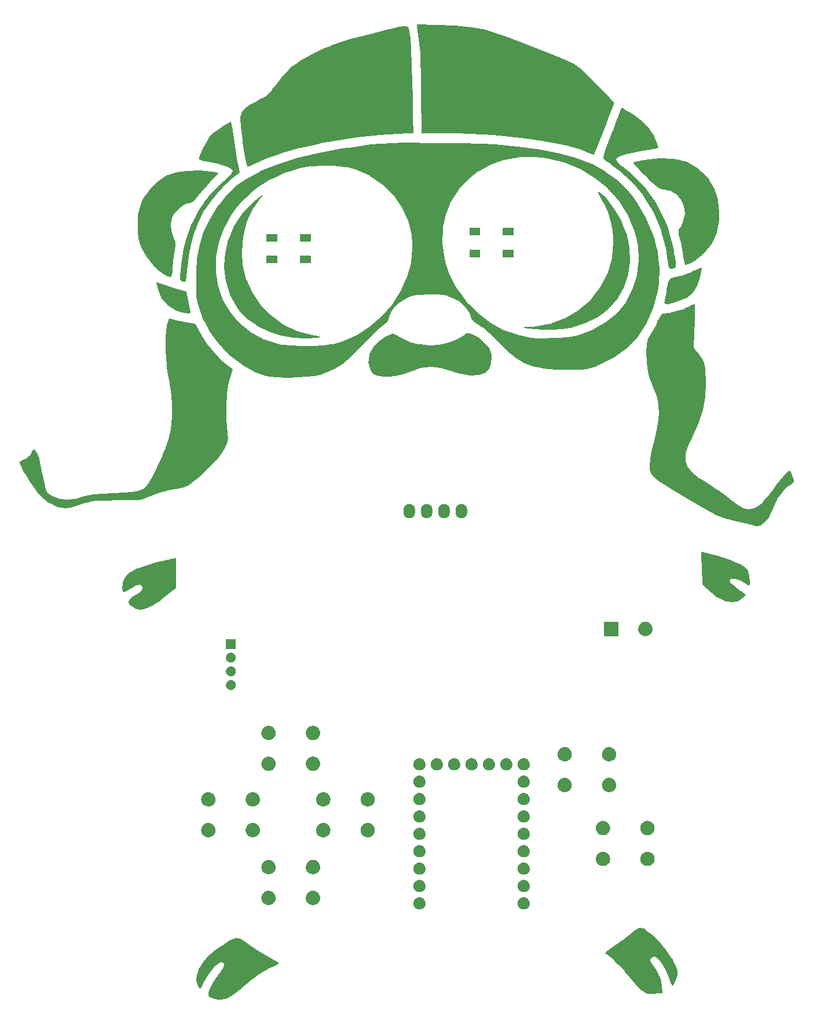
<source format=gbr>
G04 #@! TF.GenerationSoftware,KiCad,Pcbnew,8.0.5-8.0.5-0~ubuntu24.04.1*
G04 #@! TF.CreationDate,2024-09-29T10:35:44+09:00*
G04 #@! TF.ProjectId,gopher_pilot_rp2040_sw,676f7068-6572-45f7-9069-6c6f745f7270,rev?*
G04 #@! TF.SameCoordinates,Original*
G04 #@! TF.FileFunction,Soldermask,Top*
G04 #@! TF.FilePolarity,Negative*
%FSLAX46Y46*%
G04 Gerber Fmt 4.6, Leading zero omitted, Abs format (unit mm)*
G04 Created by KiCad (PCBNEW 8.0.5-8.0.5-0~ubuntu24.04.1) date 2024-09-29 10:35:44*
%MOMM*%
%LPD*%
G01*
G04 APERTURE LIST*
G04 APERTURE END LIST*
G36*
X89093574Y-173597291D02*
G01*
X89093582Y-173597291D01*
X89297502Y-173615829D01*
X89297507Y-173615830D01*
X89307579Y-173616746D01*
X89324709Y-173621160D01*
X89333970Y-173625226D01*
X89333974Y-173625227D01*
X89730498Y-173799311D01*
X89730500Y-173799312D01*
X89734709Y-173801160D01*
X89741857Y-173804947D01*
X89745752Y-173807393D01*
X89745756Y-173807396D01*
X90521013Y-174294416D01*
X90521049Y-174294440D01*
X90521857Y-174294947D01*
X90523259Y-174295858D01*
X90524054Y-174296392D01*
X90524062Y-174296397D01*
X91222326Y-174765231D01*
X91222347Y-174765245D01*
X91223259Y-174765858D01*
X91224883Y-174766991D01*
X91225779Y-174767641D01*
X91225834Y-174767679D01*
X91494721Y-174962623D01*
X91622106Y-175054977D01*
X91625128Y-175057035D01*
X91981849Y-175284940D01*
X91981937Y-175284997D01*
X91982211Y-175285172D01*
X91982721Y-175285501D01*
X92531971Y-175645010D01*
X92944929Y-175896376D01*
X92991031Y-175924438D01*
X93388517Y-176162929D01*
X93391083Y-176164387D01*
X94188204Y-176592840D01*
X94188361Y-176592926D01*
X94188639Y-176593075D01*
X94189203Y-176593382D01*
X94189528Y-176593562D01*
X94189681Y-176593645D01*
X94569046Y-176803295D01*
X94879046Y-176973295D01*
X94882342Y-176975255D01*
X94884182Y-176976438D01*
X94884199Y-176976448D01*
X94968559Y-177030680D01*
X95022342Y-177065255D01*
X95028818Y-177070128D01*
X95032287Y-177073164D01*
X95032293Y-177073168D01*
X95153211Y-177178972D01*
X95188818Y-177210128D01*
X95199519Y-177231768D01*
X95200414Y-177233047D01*
X95200505Y-177233761D01*
X95207478Y-177247861D01*
X95193992Y-177287738D01*
X95186367Y-177294934D01*
X95096367Y-177364934D01*
X95093658Y-177366912D01*
X94903658Y-177496912D01*
X94895648Y-177501458D01*
X94375648Y-177741458D01*
X94374530Y-177741959D01*
X93950440Y-177926345D01*
X93692261Y-178038597D01*
X93684328Y-178042744D01*
X93597317Y-178096486D01*
X93351502Y-178248314D01*
X93350115Y-178249143D01*
X92900788Y-178508753D01*
X92641900Y-178668069D01*
X92641874Y-178668084D01*
X92641425Y-178668361D01*
X92640580Y-178668871D01*
X92640111Y-178669147D01*
X92640093Y-178669159D01*
X92425223Y-178796127D01*
X92420423Y-178799269D01*
X92099097Y-179031338D01*
X92065543Y-179055571D01*
X91846230Y-179225041D01*
X91843109Y-179227283D01*
X91783807Y-179266816D01*
X91197182Y-179684414D01*
X91194384Y-179686527D01*
X91131561Y-179736785D01*
X91047624Y-179803935D01*
X90578247Y-180203405D01*
X90578153Y-180203484D01*
X89858721Y-180813002D01*
X89479274Y-181152508D01*
X89476876Y-181154533D01*
X88836876Y-181664533D01*
X88833392Y-181667092D01*
X88463392Y-181917092D01*
X88462829Y-181917468D01*
X88082829Y-182167468D01*
X88077197Y-182170713D01*
X87637197Y-182390713D01*
X87624758Y-182395159D01*
X86874758Y-182565159D01*
X86859853Y-182566451D01*
X86259853Y-182536451D01*
X86250233Y-182535112D01*
X85600233Y-182385112D01*
X85595924Y-182383931D01*
X85155924Y-182243931D01*
X85134583Y-182231265D01*
X85073003Y-182172363D01*
X84915549Y-182021754D01*
X84904583Y-182011265D01*
X84894854Y-181989179D01*
X84892670Y-181985741D01*
X84892415Y-181983643D01*
X84887614Y-181972742D01*
X84887790Y-181966952D01*
X84891897Y-181917663D01*
X84917067Y-181615617D01*
X84917068Y-181615610D01*
X84917790Y-181606952D01*
X84921142Y-181592102D01*
X84924209Y-181583973D01*
X84924211Y-181583966D01*
X85121108Y-181062193D01*
X85179750Y-180905812D01*
X85179753Y-180905804D01*
X85181102Y-180902208D01*
X85183868Y-180896021D01*
X85185647Y-180892619D01*
X85185653Y-180892608D01*
X85633741Y-180036263D01*
X85633992Y-180035786D01*
X85811784Y-179699956D01*
X85811786Y-179699952D01*
X85813992Y-179695786D01*
X85818418Y-179688764D01*
X85821225Y-179684977D01*
X85821230Y-179684970D01*
X86126784Y-179272828D01*
X86248290Y-179108936D01*
X86399984Y-178900798D01*
X86677767Y-178519653D01*
X86677807Y-178519598D01*
X86678152Y-178519126D01*
X86678851Y-178518188D01*
X86679228Y-178517692D01*
X86679252Y-178517661D01*
X86990099Y-178109673D01*
X86997808Y-178096486D01*
X87023206Y-178037562D01*
X87226478Y-177565971D01*
X87229990Y-177525811D01*
X87224741Y-177503652D01*
X87192606Y-177367970D01*
X87164879Y-177250902D01*
X87120445Y-177202746D01*
X86845670Y-177113849D01*
X86843288Y-177113018D01*
X86805264Y-177098759D01*
X86759936Y-177098759D01*
X86644443Y-177142068D01*
X86499765Y-177196323D01*
X86482327Y-177206286D01*
X86381481Y-177287738D01*
X85984837Y-177608104D01*
X85977275Y-177615338D01*
X85604147Y-178037562D01*
X85377773Y-178303306D01*
X85374444Y-178307576D01*
X84860584Y-179028955D01*
X84857423Y-179033861D01*
X84282215Y-180025600D01*
X84280178Y-180029410D01*
X84194724Y-180203484D01*
X84014761Y-180570075D01*
X84012126Y-180576263D01*
X83974289Y-180680316D01*
X83962428Y-180699451D01*
X83762428Y-180909451D01*
X83740353Y-180919231D01*
X83739039Y-180920071D01*
X83738322Y-180920131D01*
X83723941Y-180926504D01*
X83709261Y-180924878D01*
X83589261Y-180894878D01*
X83569488Y-180880307D01*
X83563076Y-180876915D01*
X83560209Y-180873470D01*
X83555587Y-180870064D01*
X83457684Y-180708812D01*
X83388908Y-180595535D01*
X83388905Y-180595529D01*
X83385587Y-180590064D01*
X83380766Y-180579913D01*
X83270766Y-180269913D01*
X83269835Y-180267039D01*
X83224172Y-180111785D01*
X83123125Y-179768227D01*
X83123124Y-179768223D01*
X83119835Y-179757039D01*
X83117804Y-179736785D01*
X83118808Y-179725163D01*
X83186948Y-178936677D01*
X83186949Y-178936670D01*
X83187804Y-178926785D01*
X83192012Y-178909936D01*
X83195908Y-178900802D01*
X83195910Y-178900798D01*
X83474502Y-178247849D01*
X83511839Y-178160338D01*
X83599421Y-177946251D01*
X83599425Y-177946241D01*
X83601695Y-177940695D01*
X83606603Y-177931366D01*
X83609881Y-177926364D01*
X83609892Y-177926345D01*
X84196418Y-177031645D01*
X84196603Y-177031366D01*
X84196837Y-177031011D01*
X84328748Y-176833144D01*
X84334798Y-176824069D01*
X84334800Y-176824065D01*
X84336837Y-176821011D01*
X84340732Y-176815854D01*
X84570732Y-176545854D01*
X84575072Y-176541312D01*
X84577676Y-176538881D01*
X84577689Y-176538868D01*
X84874662Y-176261694D01*
X85221255Y-175924469D01*
X85244245Y-175902100D01*
X85248497Y-175898369D01*
X85251011Y-175896382D01*
X85251018Y-175896376D01*
X85868184Y-175408616D01*
X85868219Y-175408588D01*
X85868497Y-175408369D01*
X85869104Y-175407897D01*
X85869223Y-175407805D01*
X85869361Y-175407698D01*
X86428046Y-174978709D01*
X86428057Y-174978700D01*
X86429104Y-174977897D01*
X86431007Y-174976499D01*
X87001007Y-174576499D01*
X87003230Y-174575018D01*
X87953230Y-173975018D01*
X87959418Y-173971644D01*
X87963042Y-173969959D01*
X87963056Y-173969952D01*
X88659961Y-173646039D01*
X88659963Y-173646038D01*
X88669418Y-173641644D01*
X88686988Y-173636807D01*
X88697355Y-173635743D01*
X88697358Y-173635743D01*
X89070991Y-173597422D01*
X89070991Y-173597421D01*
X89076988Y-173596807D01*
X89087579Y-173596746D01*
X89093574Y-173597291D01*
G37*
G36*
X148182064Y-172040079D02*
G01*
X148195221Y-172045057D01*
X148195225Y-172045058D01*
X148446703Y-172140212D01*
X148552064Y-172180079D01*
X148565251Y-172187260D01*
X149175251Y-172637260D01*
X149177342Y-172638882D01*
X149987342Y-173298882D01*
X149990348Y-173301519D01*
X150700348Y-173971519D01*
X150704628Y-173976042D01*
X151354628Y-174746042D01*
X151355548Y-174747162D01*
X151795548Y-175297162D01*
X151797294Y-175299467D01*
X151972259Y-175543432D01*
X152501463Y-176281337D01*
X152507294Y-176289467D01*
X152507579Y-176289868D01*
X152697579Y-176559868D01*
X152701235Y-176565836D01*
X153171235Y-177455836D01*
X153174627Y-177463682D01*
X153294627Y-177813682D01*
X153295206Y-177815471D01*
X153475206Y-178405471D01*
X153477600Y-178421520D01*
X153477600Y-178991520D01*
X153475593Y-179006240D01*
X153325593Y-179546240D01*
X153322458Y-179554741D01*
X152982458Y-180284741D01*
X152974359Y-180297314D01*
X152794359Y-180507314D01*
X152772831Y-180518234D01*
X152771559Y-180519144D01*
X152770844Y-180519242D01*
X152756818Y-180526358D01*
X152716806Y-180513279D01*
X152706199Y-180501048D01*
X152636199Y-180391048D01*
X152635759Y-180390345D01*
X152635568Y-180390035D01*
X152635505Y-180389934D01*
X152479589Y-180136570D01*
X152479586Y-180136564D01*
X152475759Y-180130345D01*
X152470361Y-180118728D01*
X152191706Y-179272814D01*
X152190115Y-179268521D01*
X151814030Y-178358000D01*
X151811335Y-178352305D01*
X151713904Y-178170729D01*
X151377319Y-177543457D01*
X151373582Y-177537359D01*
X150884543Y-176833144D01*
X150875898Y-176823139D01*
X150434565Y-176409977D01*
X150410444Y-176395852D01*
X150076962Y-176290114D01*
X150024224Y-176296006D01*
X149684410Y-176494921D01*
X149663396Y-176514920D01*
X149612449Y-176592840D01*
X149532940Y-176714443D01*
X149522987Y-176758275D01*
X149551517Y-176972249D01*
X149552903Y-176982642D01*
X149565617Y-177013120D01*
X149642412Y-177112502D01*
X149716121Y-177207890D01*
X149718363Y-177211011D01*
X150358143Y-178170681D01*
X150464987Y-178326091D01*
X150464990Y-178326096D01*
X150467922Y-178330361D01*
X150472440Y-178338261D01*
X151032440Y-179538261D01*
X151036652Y-179551352D01*
X151226652Y-180561352D01*
X151227505Y-180568290D01*
X151287505Y-181588290D01*
X151279589Y-181611106D01*
X151279307Y-181612634D01*
X151278864Y-181613197D01*
X151273708Y-181628060D01*
X151235830Y-181646425D01*
X151234309Y-181646493D01*
X149304309Y-181706493D01*
X149298032Y-181706330D01*
X149058032Y-181686330D01*
X149044609Y-181683494D01*
X149037218Y-181680935D01*
X149037210Y-181680934D01*
X148793172Y-181596459D01*
X148793166Y-181596456D01*
X148784609Y-181593494D01*
X148770524Y-181586198D01*
X148380524Y-181306198D01*
X148375253Y-181301895D01*
X148116017Y-181062102D01*
X147977206Y-180933702D01*
X147977200Y-180933696D01*
X147975253Y-180931895D01*
X147971957Y-180928576D01*
X147351957Y-180248576D01*
X147351286Y-180247826D01*
X147350924Y-180247414D01*
X147350889Y-180247375D01*
X146481286Y-179257826D01*
X146481073Y-179257583D01*
X146352019Y-179108976D01*
X145821134Y-178497653D01*
X145754517Y-178421520D01*
X145331909Y-177938539D01*
X144813341Y-177390054D01*
X144304867Y-176891550D01*
X143988088Y-176604469D01*
X143985442Y-176602202D01*
X143974871Y-176593645D01*
X143877624Y-176514921D01*
X143571747Y-176267307D01*
X143567640Y-176264252D01*
X143131616Y-175966963D01*
X143121719Y-175958313D01*
X142941719Y-175758313D01*
X142933666Y-175735557D01*
X142932927Y-175734175D01*
X142932921Y-175733451D01*
X142927676Y-175718629D01*
X142943709Y-175682629D01*
X142949759Y-175676578D01*
X142949761Y-175676576D01*
X143069896Y-175556441D01*
X143069902Y-175556435D01*
X143073709Y-175552629D01*
X143080957Y-175546534D01*
X144260957Y-174716534D01*
X144261692Y-174716026D01*
X144262034Y-174715793D01*
X144262113Y-174715739D01*
X145350880Y-173976042D01*
X145567555Y-173828835D01*
X145571800Y-173825679D01*
X146045825Y-173440883D01*
X146417506Y-173139166D01*
X146417594Y-173139094D01*
X146417936Y-173138818D01*
X146418562Y-173138318D01*
X146418841Y-173138097D01*
X146418935Y-173138023D01*
X146748407Y-172878440D01*
X146748725Y-172878190D01*
X147296281Y-172450100D01*
X147296293Y-172450090D01*
X147298724Y-172448191D01*
X147303172Y-172445055D01*
X147305771Y-172443408D01*
X147305788Y-172443397D01*
X147890496Y-172073083D01*
X147890496Y-172073082D01*
X147903172Y-172065055D01*
X147927835Y-172056727D01*
X147942783Y-172055427D01*
X147942784Y-172055427D01*
X148143817Y-172037946D01*
X148157835Y-172036727D01*
X148182064Y-172040079D01*
G37*
G36*
X115803983Y-167603936D02*
G01*
X115854180Y-167603936D01*
X115897524Y-167613149D01*
X115935659Y-167616905D01*
X115983566Y-167631437D01*
X116038424Y-167643098D01*
X116073530Y-167658728D01*
X116104566Y-167668143D01*
X116153884Y-167694504D01*
X116210500Y-167719711D01*
X116236822Y-167738835D01*
X116260232Y-167751348D01*
X116307988Y-167790540D01*
X116362887Y-167830427D01*
X116380711Y-167850223D01*
X116396675Y-167863324D01*
X116439572Y-167915594D01*
X116488924Y-167970405D01*
X116499292Y-167988363D01*
X116508651Y-167999767D01*
X116543273Y-168064542D01*
X116583104Y-168133530D01*
X116587685Y-168147630D01*
X116591856Y-168155433D01*
X116614852Y-168231242D01*
X116641311Y-168312672D01*
X116642242Y-168321532D01*
X116643094Y-168324340D01*
X116651384Y-168408513D01*
X116661000Y-168500000D01*
X116651383Y-168591494D01*
X116643094Y-168675659D01*
X116642242Y-168678466D01*
X116641311Y-168687328D01*
X116614848Y-168768771D01*
X116591856Y-168844566D01*
X116587686Y-168852366D01*
X116583104Y-168866470D01*
X116543266Y-168935470D01*
X116508651Y-169000232D01*
X116499294Y-169011633D01*
X116488924Y-169029595D01*
X116439563Y-169084415D01*
X116396675Y-169136675D01*
X116380714Y-169149773D01*
X116362887Y-169169573D01*
X116307977Y-169209467D01*
X116260232Y-169248651D01*
X116236827Y-169261161D01*
X116210500Y-169280289D01*
X116153873Y-169305500D01*
X116104566Y-169331856D01*
X116073537Y-169341268D01*
X116038424Y-169356902D01*
X115983555Y-169368564D01*
X115935659Y-169383094D01*
X115897532Y-169386849D01*
X115854180Y-169396064D01*
X115803973Y-169396064D01*
X115760000Y-169400395D01*
X115716027Y-169396064D01*
X115665820Y-169396064D01*
X115622467Y-169386849D01*
X115584340Y-169383094D01*
X115536441Y-169368563D01*
X115481576Y-169356902D01*
X115446464Y-169341269D01*
X115415433Y-169331856D01*
X115366120Y-169305498D01*
X115309500Y-169280289D01*
X115283175Y-169261163D01*
X115259767Y-169248651D01*
X115212013Y-169209460D01*
X115157113Y-169169573D01*
X115139287Y-169149776D01*
X115123324Y-169136675D01*
X115080425Y-169084402D01*
X115031076Y-169029595D01*
X115020708Y-169011637D01*
X115011348Y-169000232D01*
X114976719Y-168935447D01*
X114936896Y-168866470D01*
X114932315Y-168852371D01*
X114928143Y-168844566D01*
X114905136Y-168768725D01*
X114878689Y-168687328D01*
X114877758Y-168678471D01*
X114876905Y-168675659D01*
X114868600Y-168591342D01*
X114859000Y-168500000D01*
X114868599Y-168408664D01*
X114876905Y-168324340D01*
X114877758Y-168321527D01*
X114878689Y-168312672D01*
X114905132Y-168231288D01*
X114928143Y-168155433D01*
X114932315Y-168147626D01*
X114936896Y-168133530D01*
X114976712Y-168064565D01*
X115011348Y-167999767D01*
X115020710Y-167988359D01*
X115031076Y-167970405D01*
X115080416Y-167915607D01*
X115123324Y-167863324D01*
X115139291Y-167850219D01*
X115157113Y-167830427D01*
X115212002Y-167790546D01*
X115259767Y-167751348D01*
X115283180Y-167738833D01*
X115309500Y-167719711D01*
X115366109Y-167694506D01*
X115415433Y-167668143D01*
X115446471Y-167658727D01*
X115481576Y-167643098D01*
X115536430Y-167631438D01*
X115584340Y-167616905D01*
X115622476Y-167613148D01*
X115665820Y-167603936D01*
X115716016Y-167603936D01*
X115760000Y-167599604D01*
X115803983Y-167603936D01*
G37*
G36*
X131043983Y-167603936D02*
G01*
X131094180Y-167603936D01*
X131137524Y-167613149D01*
X131175659Y-167616905D01*
X131223566Y-167631437D01*
X131278424Y-167643098D01*
X131313530Y-167658728D01*
X131344566Y-167668143D01*
X131393884Y-167694504D01*
X131450500Y-167719711D01*
X131476822Y-167738835D01*
X131500232Y-167751348D01*
X131547988Y-167790540D01*
X131602887Y-167830427D01*
X131620711Y-167850223D01*
X131636675Y-167863324D01*
X131679572Y-167915594D01*
X131728924Y-167970405D01*
X131739292Y-167988363D01*
X131748651Y-167999767D01*
X131783273Y-168064542D01*
X131823104Y-168133530D01*
X131827685Y-168147630D01*
X131831856Y-168155433D01*
X131854852Y-168231242D01*
X131881311Y-168312672D01*
X131882242Y-168321532D01*
X131883094Y-168324340D01*
X131891384Y-168408513D01*
X131901000Y-168500000D01*
X131891383Y-168591494D01*
X131883094Y-168675659D01*
X131882242Y-168678466D01*
X131881311Y-168687328D01*
X131854848Y-168768771D01*
X131831856Y-168844566D01*
X131827686Y-168852366D01*
X131823104Y-168866470D01*
X131783266Y-168935470D01*
X131748651Y-169000232D01*
X131739294Y-169011633D01*
X131728924Y-169029595D01*
X131679563Y-169084415D01*
X131636675Y-169136675D01*
X131620714Y-169149773D01*
X131602887Y-169169573D01*
X131547977Y-169209467D01*
X131500232Y-169248651D01*
X131476827Y-169261161D01*
X131450500Y-169280289D01*
X131393873Y-169305500D01*
X131344566Y-169331856D01*
X131313537Y-169341268D01*
X131278424Y-169356902D01*
X131223555Y-169368564D01*
X131175659Y-169383094D01*
X131137532Y-169386849D01*
X131094180Y-169396064D01*
X131043973Y-169396064D01*
X131000000Y-169400395D01*
X130956027Y-169396064D01*
X130905820Y-169396064D01*
X130862467Y-169386849D01*
X130824340Y-169383094D01*
X130776441Y-169368563D01*
X130721576Y-169356902D01*
X130686464Y-169341269D01*
X130655433Y-169331856D01*
X130606120Y-169305498D01*
X130549500Y-169280289D01*
X130523175Y-169261163D01*
X130499767Y-169248651D01*
X130452013Y-169209460D01*
X130397113Y-169169573D01*
X130379287Y-169149776D01*
X130363324Y-169136675D01*
X130320425Y-169084402D01*
X130271076Y-169029595D01*
X130260708Y-169011637D01*
X130251348Y-169000232D01*
X130216719Y-168935447D01*
X130176896Y-168866470D01*
X130172315Y-168852371D01*
X130168143Y-168844566D01*
X130145136Y-168768725D01*
X130118689Y-168687328D01*
X130117758Y-168678471D01*
X130116905Y-168675659D01*
X130108600Y-168591342D01*
X130099000Y-168500000D01*
X130108599Y-168408664D01*
X130116905Y-168324340D01*
X130117758Y-168321527D01*
X130118689Y-168312672D01*
X130145132Y-168231288D01*
X130168143Y-168155433D01*
X130172315Y-168147626D01*
X130176896Y-168133530D01*
X130216712Y-168064565D01*
X130251348Y-167999767D01*
X130260710Y-167988359D01*
X130271076Y-167970405D01*
X130320416Y-167915607D01*
X130363324Y-167863324D01*
X130379291Y-167850219D01*
X130397113Y-167830427D01*
X130452002Y-167790546D01*
X130499767Y-167751348D01*
X130523180Y-167738833D01*
X130549500Y-167719711D01*
X130606109Y-167694506D01*
X130655433Y-167668143D01*
X130686471Y-167658727D01*
X130721576Y-167643098D01*
X130776430Y-167631438D01*
X130824340Y-167616905D01*
X130862476Y-167613148D01*
X130905820Y-167603936D01*
X130956016Y-167603936D01*
X131000000Y-167599604D01*
X131043983Y-167603936D01*
G37*
G36*
X93750938Y-166654017D02*
G01*
X93796923Y-166654017D01*
X93848139Y-166663590D01*
X93905040Y-166669195D01*
X93948261Y-166682306D01*
X93987474Y-166689636D01*
X94041785Y-166710676D01*
X94102200Y-166729003D01*
X94136720Y-166747454D01*
X94168232Y-166759662D01*
X94222977Y-166793559D01*
X94283904Y-166826125D01*
X94309506Y-166847136D01*
X94333048Y-166861713D01*
X94385212Y-166909267D01*
X94443169Y-166956831D01*
X94460342Y-166977757D01*
X94476301Y-166992305D01*
X94522629Y-167053653D01*
X94573875Y-167116096D01*
X94583783Y-167134634D01*
X94593122Y-167147000D01*
X94630274Y-167221613D01*
X94670997Y-167297800D01*
X94675340Y-167312117D01*
X94679528Y-167320528D01*
X94704267Y-167407476D01*
X94730805Y-167494960D01*
X94731676Y-167503811D01*
X94732577Y-167506975D01*
X94741938Y-167608002D01*
X94751000Y-167700000D01*
X94741938Y-167792005D01*
X94732577Y-167893024D01*
X94731676Y-167896187D01*
X94730805Y-167905040D01*
X94704262Y-167992538D01*
X94679528Y-168079471D01*
X94675341Y-168087879D01*
X94670997Y-168102200D01*
X94630267Y-168178399D01*
X94593122Y-168252999D01*
X94583785Y-168265362D01*
X94573875Y-168283904D01*
X94522620Y-168346357D01*
X94476301Y-168407694D01*
X94460345Y-168422238D01*
X94443169Y-168443169D01*
X94385201Y-168490741D01*
X94333048Y-168538286D01*
X94309511Y-168552859D01*
X94283904Y-168573875D01*
X94222965Y-168606447D01*
X94168232Y-168640337D01*
X94136726Y-168652542D01*
X94102200Y-168670997D01*
X94041773Y-168689327D01*
X93987474Y-168710363D01*
X93948268Y-168717691D01*
X93905040Y-168730805D01*
X93848136Y-168736409D01*
X93796923Y-168745983D01*
X93750938Y-168745983D01*
X93700000Y-168751000D01*
X93649062Y-168745983D01*
X93603077Y-168745983D01*
X93551863Y-168736409D01*
X93494960Y-168730805D01*
X93451732Y-168717692D01*
X93412525Y-168710363D01*
X93358221Y-168689325D01*
X93297800Y-168670997D01*
X93263275Y-168652543D01*
X93231767Y-168640337D01*
X93177027Y-168606443D01*
X93116096Y-168573875D01*
X93090491Y-168552861D01*
X93066951Y-168538286D01*
X93014788Y-168490733D01*
X92956831Y-168443169D01*
X92939656Y-168422242D01*
X92923698Y-168407694D01*
X92877367Y-168346342D01*
X92826125Y-168283904D01*
X92816216Y-168265366D01*
X92806877Y-168252999D01*
X92769717Y-168178372D01*
X92729003Y-168102200D01*
X92724660Y-168087884D01*
X92720471Y-168079471D01*
X92695721Y-167992485D01*
X92669195Y-167905040D01*
X92668323Y-167896192D01*
X92667422Y-167893024D01*
X92658044Y-167791833D01*
X92649000Y-167700000D01*
X92658044Y-167608173D01*
X92667422Y-167506975D01*
X92668323Y-167503805D01*
X92669195Y-167494960D01*
X92695716Y-167407529D01*
X92720471Y-167320528D01*
X92724661Y-167312112D01*
X92729003Y-167297800D01*
X92769710Y-167221641D01*
X92806877Y-167147000D01*
X92816218Y-167134629D01*
X92826125Y-167116096D01*
X92877357Y-167053668D01*
X92923698Y-166992305D01*
X92939660Y-166977753D01*
X92956831Y-166956831D01*
X93014777Y-166909275D01*
X93066951Y-166861713D01*
X93090496Y-166847134D01*
X93116096Y-166826125D01*
X93177015Y-166793563D01*
X93231767Y-166759662D01*
X93263282Y-166747452D01*
X93297800Y-166729003D01*
X93358209Y-166710677D01*
X93412525Y-166689636D01*
X93451739Y-166682305D01*
X93494960Y-166669195D01*
X93551860Y-166663590D01*
X93603077Y-166654017D01*
X93649062Y-166654017D01*
X93700000Y-166649000D01*
X93750938Y-166654017D01*
G37*
G36*
X100250938Y-166654017D02*
G01*
X100296923Y-166654017D01*
X100348139Y-166663590D01*
X100405040Y-166669195D01*
X100448261Y-166682306D01*
X100487474Y-166689636D01*
X100541785Y-166710676D01*
X100602200Y-166729003D01*
X100636720Y-166747454D01*
X100668232Y-166759662D01*
X100722977Y-166793559D01*
X100783904Y-166826125D01*
X100809506Y-166847136D01*
X100833048Y-166861713D01*
X100885212Y-166909267D01*
X100943169Y-166956831D01*
X100960342Y-166977757D01*
X100976301Y-166992305D01*
X101022629Y-167053653D01*
X101073875Y-167116096D01*
X101083783Y-167134634D01*
X101093122Y-167147000D01*
X101130274Y-167221613D01*
X101170997Y-167297800D01*
X101175340Y-167312117D01*
X101179528Y-167320528D01*
X101204267Y-167407476D01*
X101230805Y-167494960D01*
X101231676Y-167503811D01*
X101232577Y-167506975D01*
X101241938Y-167608002D01*
X101251000Y-167700000D01*
X101241938Y-167792005D01*
X101232577Y-167893024D01*
X101231676Y-167896187D01*
X101230805Y-167905040D01*
X101204262Y-167992538D01*
X101179528Y-168079471D01*
X101175341Y-168087879D01*
X101170997Y-168102200D01*
X101130267Y-168178399D01*
X101093122Y-168252999D01*
X101083785Y-168265362D01*
X101073875Y-168283904D01*
X101022620Y-168346357D01*
X100976301Y-168407694D01*
X100960345Y-168422238D01*
X100943169Y-168443169D01*
X100885201Y-168490741D01*
X100833048Y-168538286D01*
X100809511Y-168552859D01*
X100783904Y-168573875D01*
X100722965Y-168606447D01*
X100668232Y-168640337D01*
X100636726Y-168652542D01*
X100602200Y-168670997D01*
X100541773Y-168689327D01*
X100487474Y-168710363D01*
X100448268Y-168717691D01*
X100405040Y-168730805D01*
X100348136Y-168736409D01*
X100296923Y-168745983D01*
X100250938Y-168745983D01*
X100200000Y-168751000D01*
X100149062Y-168745983D01*
X100103077Y-168745983D01*
X100051863Y-168736409D01*
X99994960Y-168730805D01*
X99951732Y-168717692D01*
X99912525Y-168710363D01*
X99858221Y-168689325D01*
X99797800Y-168670997D01*
X99763275Y-168652543D01*
X99731767Y-168640337D01*
X99677027Y-168606443D01*
X99616096Y-168573875D01*
X99590491Y-168552861D01*
X99566951Y-168538286D01*
X99514788Y-168490733D01*
X99456831Y-168443169D01*
X99439656Y-168422242D01*
X99423698Y-168407694D01*
X99377367Y-168346342D01*
X99326125Y-168283904D01*
X99316216Y-168265366D01*
X99306877Y-168252999D01*
X99269717Y-168178372D01*
X99229003Y-168102200D01*
X99224660Y-168087884D01*
X99220471Y-168079471D01*
X99195721Y-167992485D01*
X99169195Y-167905040D01*
X99168323Y-167896192D01*
X99167422Y-167893024D01*
X99158044Y-167791833D01*
X99149000Y-167700000D01*
X99158044Y-167608173D01*
X99167422Y-167506975D01*
X99168323Y-167503805D01*
X99169195Y-167494960D01*
X99195716Y-167407529D01*
X99220471Y-167320528D01*
X99224661Y-167312112D01*
X99229003Y-167297800D01*
X99269710Y-167221641D01*
X99306877Y-167147000D01*
X99316218Y-167134629D01*
X99326125Y-167116096D01*
X99377357Y-167053668D01*
X99423698Y-166992305D01*
X99439660Y-166977753D01*
X99456831Y-166956831D01*
X99514777Y-166909275D01*
X99566951Y-166861713D01*
X99590496Y-166847134D01*
X99616096Y-166826125D01*
X99677015Y-166793563D01*
X99731767Y-166759662D01*
X99763282Y-166747452D01*
X99797800Y-166729003D01*
X99858209Y-166710677D01*
X99912525Y-166689636D01*
X99951739Y-166682305D01*
X99994960Y-166669195D01*
X100051860Y-166663590D01*
X100103077Y-166654017D01*
X100149062Y-166654017D01*
X100200000Y-166649000D01*
X100250938Y-166654017D01*
G37*
G36*
X115803983Y-165063936D02*
G01*
X115854180Y-165063936D01*
X115897524Y-165073149D01*
X115935659Y-165076905D01*
X115983566Y-165091437D01*
X116038424Y-165103098D01*
X116073530Y-165118728D01*
X116104566Y-165128143D01*
X116153884Y-165154504D01*
X116210500Y-165179711D01*
X116236822Y-165198835D01*
X116260232Y-165211348D01*
X116307988Y-165250540D01*
X116362887Y-165290427D01*
X116380711Y-165310223D01*
X116396675Y-165323324D01*
X116439572Y-165375594D01*
X116488924Y-165430405D01*
X116499292Y-165448363D01*
X116508651Y-165459767D01*
X116543273Y-165524542D01*
X116583104Y-165593530D01*
X116587685Y-165607630D01*
X116591856Y-165615433D01*
X116614852Y-165691242D01*
X116641311Y-165772672D01*
X116642242Y-165781532D01*
X116643094Y-165784340D01*
X116651384Y-165868513D01*
X116661000Y-165960000D01*
X116651383Y-166051494D01*
X116643094Y-166135659D01*
X116642242Y-166138466D01*
X116641311Y-166147328D01*
X116614848Y-166228771D01*
X116591856Y-166304566D01*
X116587686Y-166312366D01*
X116583104Y-166326470D01*
X116543266Y-166395470D01*
X116508651Y-166460232D01*
X116499294Y-166471633D01*
X116488924Y-166489595D01*
X116439563Y-166544415D01*
X116396675Y-166596675D01*
X116380714Y-166609773D01*
X116362887Y-166629573D01*
X116307977Y-166669467D01*
X116260232Y-166708651D01*
X116236827Y-166721161D01*
X116210500Y-166740289D01*
X116153873Y-166765500D01*
X116104566Y-166791856D01*
X116073537Y-166801268D01*
X116038424Y-166816902D01*
X115983555Y-166828564D01*
X115935659Y-166843094D01*
X115897532Y-166846849D01*
X115854180Y-166856064D01*
X115803973Y-166856064D01*
X115760000Y-166860395D01*
X115716027Y-166856064D01*
X115665820Y-166856064D01*
X115622467Y-166846849D01*
X115584340Y-166843094D01*
X115536441Y-166828563D01*
X115481576Y-166816902D01*
X115446464Y-166801269D01*
X115415433Y-166791856D01*
X115366120Y-166765498D01*
X115309500Y-166740289D01*
X115283175Y-166721163D01*
X115259767Y-166708651D01*
X115212013Y-166669460D01*
X115157113Y-166629573D01*
X115139287Y-166609776D01*
X115123324Y-166596675D01*
X115080425Y-166544402D01*
X115031076Y-166489595D01*
X115020708Y-166471637D01*
X115011348Y-166460232D01*
X114976719Y-166395447D01*
X114936896Y-166326470D01*
X114932315Y-166312371D01*
X114928143Y-166304566D01*
X114905136Y-166228725D01*
X114878689Y-166147328D01*
X114877758Y-166138471D01*
X114876905Y-166135659D01*
X114868600Y-166051342D01*
X114859000Y-165960000D01*
X114868599Y-165868664D01*
X114876905Y-165784340D01*
X114877758Y-165781527D01*
X114878689Y-165772672D01*
X114905132Y-165691288D01*
X114928143Y-165615433D01*
X114932315Y-165607626D01*
X114936896Y-165593530D01*
X114976712Y-165524565D01*
X115011348Y-165459767D01*
X115020710Y-165448359D01*
X115031076Y-165430405D01*
X115080416Y-165375607D01*
X115123324Y-165323324D01*
X115139291Y-165310219D01*
X115157113Y-165290427D01*
X115212002Y-165250546D01*
X115259767Y-165211348D01*
X115283180Y-165198833D01*
X115309500Y-165179711D01*
X115366109Y-165154506D01*
X115415433Y-165128143D01*
X115446471Y-165118727D01*
X115481576Y-165103098D01*
X115536430Y-165091438D01*
X115584340Y-165076905D01*
X115622476Y-165073148D01*
X115665820Y-165063936D01*
X115716016Y-165063936D01*
X115760000Y-165059604D01*
X115803983Y-165063936D01*
G37*
G36*
X131043983Y-165063936D02*
G01*
X131094180Y-165063936D01*
X131137524Y-165073149D01*
X131175659Y-165076905D01*
X131223566Y-165091437D01*
X131278424Y-165103098D01*
X131313530Y-165118728D01*
X131344566Y-165128143D01*
X131393884Y-165154504D01*
X131450500Y-165179711D01*
X131476822Y-165198835D01*
X131500232Y-165211348D01*
X131547988Y-165250540D01*
X131602887Y-165290427D01*
X131620711Y-165310223D01*
X131636675Y-165323324D01*
X131679572Y-165375594D01*
X131728924Y-165430405D01*
X131739292Y-165448363D01*
X131748651Y-165459767D01*
X131783273Y-165524542D01*
X131823104Y-165593530D01*
X131827685Y-165607630D01*
X131831856Y-165615433D01*
X131854852Y-165691242D01*
X131881311Y-165772672D01*
X131882242Y-165781532D01*
X131883094Y-165784340D01*
X131891384Y-165868513D01*
X131901000Y-165960000D01*
X131891383Y-166051494D01*
X131883094Y-166135659D01*
X131882242Y-166138466D01*
X131881311Y-166147328D01*
X131854848Y-166228771D01*
X131831856Y-166304566D01*
X131827686Y-166312366D01*
X131823104Y-166326470D01*
X131783266Y-166395470D01*
X131748651Y-166460232D01*
X131739294Y-166471633D01*
X131728924Y-166489595D01*
X131679563Y-166544415D01*
X131636675Y-166596675D01*
X131620714Y-166609773D01*
X131602887Y-166629573D01*
X131547977Y-166669467D01*
X131500232Y-166708651D01*
X131476827Y-166721161D01*
X131450500Y-166740289D01*
X131393873Y-166765500D01*
X131344566Y-166791856D01*
X131313537Y-166801268D01*
X131278424Y-166816902D01*
X131223555Y-166828564D01*
X131175659Y-166843094D01*
X131137532Y-166846849D01*
X131094180Y-166856064D01*
X131043973Y-166856064D01*
X131000000Y-166860395D01*
X130956027Y-166856064D01*
X130905820Y-166856064D01*
X130862467Y-166846849D01*
X130824340Y-166843094D01*
X130776441Y-166828563D01*
X130721576Y-166816902D01*
X130686464Y-166801269D01*
X130655433Y-166791856D01*
X130606120Y-166765498D01*
X130549500Y-166740289D01*
X130523175Y-166721163D01*
X130499767Y-166708651D01*
X130452013Y-166669460D01*
X130397113Y-166629573D01*
X130379287Y-166609776D01*
X130363324Y-166596675D01*
X130320425Y-166544402D01*
X130271076Y-166489595D01*
X130260708Y-166471637D01*
X130251348Y-166460232D01*
X130216719Y-166395447D01*
X130176896Y-166326470D01*
X130172315Y-166312371D01*
X130168143Y-166304566D01*
X130145136Y-166228725D01*
X130118689Y-166147328D01*
X130117758Y-166138471D01*
X130116905Y-166135659D01*
X130108600Y-166051342D01*
X130099000Y-165960000D01*
X130108599Y-165868664D01*
X130116905Y-165784340D01*
X130117758Y-165781527D01*
X130118689Y-165772672D01*
X130145132Y-165691288D01*
X130168143Y-165615433D01*
X130172315Y-165607626D01*
X130176896Y-165593530D01*
X130216712Y-165524565D01*
X130251348Y-165459767D01*
X130260710Y-165448359D01*
X130271076Y-165430405D01*
X130320416Y-165375607D01*
X130363324Y-165323324D01*
X130379291Y-165310219D01*
X130397113Y-165290427D01*
X130452002Y-165250546D01*
X130499767Y-165211348D01*
X130523180Y-165198833D01*
X130549500Y-165179711D01*
X130606109Y-165154506D01*
X130655433Y-165128143D01*
X130686471Y-165118727D01*
X130721576Y-165103098D01*
X130776430Y-165091438D01*
X130824340Y-165076905D01*
X130862476Y-165073148D01*
X130905820Y-165063936D01*
X130956016Y-165063936D01*
X131000000Y-165059604D01*
X131043983Y-165063936D01*
G37*
G36*
X115803983Y-162523936D02*
G01*
X115854180Y-162523936D01*
X115897524Y-162533149D01*
X115935659Y-162536905D01*
X115983566Y-162551437D01*
X116038424Y-162563098D01*
X116073530Y-162578728D01*
X116104566Y-162588143D01*
X116153884Y-162614504D01*
X116210500Y-162639711D01*
X116236822Y-162658835D01*
X116260232Y-162671348D01*
X116307988Y-162710540D01*
X116362887Y-162750427D01*
X116380711Y-162770223D01*
X116396675Y-162783324D01*
X116439572Y-162835594D01*
X116488924Y-162890405D01*
X116499292Y-162908363D01*
X116508651Y-162919767D01*
X116543273Y-162984542D01*
X116583104Y-163053530D01*
X116587685Y-163067630D01*
X116591856Y-163075433D01*
X116614852Y-163151242D01*
X116641311Y-163232672D01*
X116642242Y-163241532D01*
X116643094Y-163244340D01*
X116651384Y-163328513D01*
X116661000Y-163420000D01*
X116651383Y-163511494D01*
X116643094Y-163595659D01*
X116642242Y-163598466D01*
X116641311Y-163607328D01*
X116614848Y-163688771D01*
X116591856Y-163764566D01*
X116587686Y-163772366D01*
X116583104Y-163786470D01*
X116543266Y-163855470D01*
X116508651Y-163920232D01*
X116499294Y-163931633D01*
X116488924Y-163949595D01*
X116439563Y-164004415D01*
X116396675Y-164056675D01*
X116380714Y-164069773D01*
X116362887Y-164089573D01*
X116307977Y-164129467D01*
X116260232Y-164168651D01*
X116236827Y-164181161D01*
X116210500Y-164200289D01*
X116153873Y-164225500D01*
X116104566Y-164251856D01*
X116073537Y-164261268D01*
X116038424Y-164276902D01*
X115983555Y-164288564D01*
X115935659Y-164303094D01*
X115897532Y-164306849D01*
X115854180Y-164316064D01*
X115803973Y-164316064D01*
X115760000Y-164320395D01*
X115716027Y-164316064D01*
X115665820Y-164316064D01*
X115622467Y-164306849D01*
X115584340Y-164303094D01*
X115536441Y-164288563D01*
X115481576Y-164276902D01*
X115446464Y-164261269D01*
X115415433Y-164251856D01*
X115366120Y-164225498D01*
X115309500Y-164200289D01*
X115283175Y-164181163D01*
X115259767Y-164168651D01*
X115212013Y-164129460D01*
X115157113Y-164089573D01*
X115139287Y-164069776D01*
X115123324Y-164056675D01*
X115080425Y-164004402D01*
X115031076Y-163949595D01*
X115020708Y-163931637D01*
X115011348Y-163920232D01*
X114976719Y-163855447D01*
X114936896Y-163786470D01*
X114932315Y-163772371D01*
X114928143Y-163764566D01*
X114905136Y-163688725D01*
X114878689Y-163607328D01*
X114877758Y-163598471D01*
X114876905Y-163595659D01*
X114868600Y-163511342D01*
X114859000Y-163420000D01*
X114868599Y-163328664D01*
X114876905Y-163244340D01*
X114877758Y-163241527D01*
X114878689Y-163232672D01*
X114905132Y-163151288D01*
X114928143Y-163075433D01*
X114932315Y-163067626D01*
X114936896Y-163053530D01*
X114976712Y-162984565D01*
X115011348Y-162919767D01*
X115020710Y-162908359D01*
X115031076Y-162890405D01*
X115080416Y-162835607D01*
X115123324Y-162783324D01*
X115139291Y-162770219D01*
X115157113Y-162750427D01*
X115212002Y-162710546D01*
X115259767Y-162671348D01*
X115283180Y-162658833D01*
X115309500Y-162639711D01*
X115366109Y-162614506D01*
X115415433Y-162588143D01*
X115446471Y-162578727D01*
X115481576Y-162563098D01*
X115536430Y-162551438D01*
X115584340Y-162536905D01*
X115622476Y-162533148D01*
X115665820Y-162523936D01*
X115716016Y-162523936D01*
X115760000Y-162519604D01*
X115803983Y-162523936D01*
G37*
G36*
X131043983Y-162523936D02*
G01*
X131094180Y-162523936D01*
X131137524Y-162533149D01*
X131175659Y-162536905D01*
X131223566Y-162551437D01*
X131278424Y-162563098D01*
X131313530Y-162578728D01*
X131344566Y-162588143D01*
X131393884Y-162614504D01*
X131450500Y-162639711D01*
X131476822Y-162658835D01*
X131500232Y-162671348D01*
X131547988Y-162710540D01*
X131602887Y-162750427D01*
X131620711Y-162770223D01*
X131636675Y-162783324D01*
X131679572Y-162835594D01*
X131728924Y-162890405D01*
X131739292Y-162908363D01*
X131748651Y-162919767D01*
X131783273Y-162984542D01*
X131823104Y-163053530D01*
X131827685Y-163067630D01*
X131831856Y-163075433D01*
X131854852Y-163151242D01*
X131881311Y-163232672D01*
X131882242Y-163241532D01*
X131883094Y-163244340D01*
X131891384Y-163328513D01*
X131901000Y-163420000D01*
X131891383Y-163511494D01*
X131883094Y-163595659D01*
X131882242Y-163598466D01*
X131881311Y-163607328D01*
X131854848Y-163688771D01*
X131831856Y-163764566D01*
X131827686Y-163772366D01*
X131823104Y-163786470D01*
X131783266Y-163855470D01*
X131748651Y-163920232D01*
X131739294Y-163931633D01*
X131728924Y-163949595D01*
X131679563Y-164004415D01*
X131636675Y-164056675D01*
X131620714Y-164069773D01*
X131602887Y-164089573D01*
X131547977Y-164129467D01*
X131500232Y-164168651D01*
X131476827Y-164181161D01*
X131450500Y-164200289D01*
X131393873Y-164225500D01*
X131344566Y-164251856D01*
X131313537Y-164261268D01*
X131278424Y-164276902D01*
X131223555Y-164288564D01*
X131175659Y-164303094D01*
X131137532Y-164306849D01*
X131094180Y-164316064D01*
X131043973Y-164316064D01*
X131000000Y-164320395D01*
X130956027Y-164316064D01*
X130905820Y-164316064D01*
X130862467Y-164306849D01*
X130824340Y-164303094D01*
X130776441Y-164288563D01*
X130721576Y-164276902D01*
X130686464Y-164261269D01*
X130655433Y-164251856D01*
X130606120Y-164225498D01*
X130549500Y-164200289D01*
X130523175Y-164181163D01*
X130499767Y-164168651D01*
X130452013Y-164129460D01*
X130397113Y-164089573D01*
X130379287Y-164069776D01*
X130363324Y-164056675D01*
X130320425Y-164004402D01*
X130271076Y-163949595D01*
X130260708Y-163931637D01*
X130251348Y-163920232D01*
X130216719Y-163855447D01*
X130176896Y-163786470D01*
X130172315Y-163772371D01*
X130168143Y-163764566D01*
X130145136Y-163688725D01*
X130118689Y-163607328D01*
X130117758Y-163598471D01*
X130116905Y-163595659D01*
X130108600Y-163511342D01*
X130099000Y-163420000D01*
X130108599Y-163328664D01*
X130116905Y-163244340D01*
X130117758Y-163241527D01*
X130118689Y-163232672D01*
X130145132Y-163151288D01*
X130168143Y-163075433D01*
X130172315Y-163067626D01*
X130176896Y-163053530D01*
X130216712Y-162984565D01*
X130251348Y-162919767D01*
X130260710Y-162908359D01*
X130271076Y-162890405D01*
X130320416Y-162835607D01*
X130363324Y-162783324D01*
X130379291Y-162770219D01*
X130397113Y-162750427D01*
X130452002Y-162710546D01*
X130499767Y-162671348D01*
X130523180Y-162658833D01*
X130549500Y-162639711D01*
X130606109Y-162614506D01*
X130655433Y-162588143D01*
X130686471Y-162578727D01*
X130721576Y-162563098D01*
X130776430Y-162551438D01*
X130824340Y-162536905D01*
X130862476Y-162533148D01*
X130905820Y-162523936D01*
X130956016Y-162523936D01*
X131000000Y-162519604D01*
X131043983Y-162523936D01*
G37*
G36*
X93750938Y-162154017D02*
G01*
X93796923Y-162154017D01*
X93848139Y-162163590D01*
X93905040Y-162169195D01*
X93948261Y-162182306D01*
X93987474Y-162189636D01*
X94041785Y-162210676D01*
X94102200Y-162229003D01*
X94136720Y-162247454D01*
X94168232Y-162259662D01*
X94222977Y-162293559D01*
X94283904Y-162326125D01*
X94309506Y-162347136D01*
X94333048Y-162361713D01*
X94385212Y-162409267D01*
X94443169Y-162456831D01*
X94460342Y-162477757D01*
X94476301Y-162492305D01*
X94522629Y-162553653D01*
X94573875Y-162616096D01*
X94583783Y-162634634D01*
X94593122Y-162647000D01*
X94630274Y-162721613D01*
X94670997Y-162797800D01*
X94675340Y-162812117D01*
X94679528Y-162820528D01*
X94704267Y-162907476D01*
X94730805Y-162994960D01*
X94731676Y-163003811D01*
X94732577Y-163006975D01*
X94741938Y-163108002D01*
X94751000Y-163200000D01*
X94741938Y-163292005D01*
X94732577Y-163393024D01*
X94731676Y-163396187D01*
X94730805Y-163405040D01*
X94704262Y-163492538D01*
X94679528Y-163579471D01*
X94675341Y-163587879D01*
X94670997Y-163602200D01*
X94630267Y-163678399D01*
X94593122Y-163752999D01*
X94583785Y-163765362D01*
X94573875Y-163783904D01*
X94522620Y-163846357D01*
X94476301Y-163907694D01*
X94460345Y-163922238D01*
X94443169Y-163943169D01*
X94385201Y-163990741D01*
X94333048Y-164038286D01*
X94309511Y-164052859D01*
X94283904Y-164073875D01*
X94222965Y-164106447D01*
X94168232Y-164140337D01*
X94136726Y-164152542D01*
X94102200Y-164170997D01*
X94041773Y-164189327D01*
X93987474Y-164210363D01*
X93948268Y-164217691D01*
X93905040Y-164230805D01*
X93848136Y-164236409D01*
X93796923Y-164245983D01*
X93750938Y-164245983D01*
X93700000Y-164251000D01*
X93649062Y-164245983D01*
X93603077Y-164245983D01*
X93551863Y-164236409D01*
X93494960Y-164230805D01*
X93451732Y-164217692D01*
X93412525Y-164210363D01*
X93358221Y-164189325D01*
X93297800Y-164170997D01*
X93263275Y-164152543D01*
X93231767Y-164140337D01*
X93177027Y-164106443D01*
X93116096Y-164073875D01*
X93090491Y-164052861D01*
X93066951Y-164038286D01*
X93014788Y-163990733D01*
X92956831Y-163943169D01*
X92939656Y-163922242D01*
X92923698Y-163907694D01*
X92877367Y-163846342D01*
X92826125Y-163783904D01*
X92816216Y-163765366D01*
X92806877Y-163752999D01*
X92769717Y-163678372D01*
X92729003Y-163602200D01*
X92724660Y-163587884D01*
X92720471Y-163579471D01*
X92695721Y-163492485D01*
X92669195Y-163405040D01*
X92668323Y-163396192D01*
X92667422Y-163393024D01*
X92658044Y-163291833D01*
X92649000Y-163200000D01*
X92658044Y-163108173D01*
X92667422Y-163006975D01*
X92668323Y-163003805D01*
X92669195Y-162994960D01*
X92695716Y-162907529D01*
X92720471Y-162820528D01*
X92724661Y-162812112D01*
X92729003Y-162797800D01*
X92769710Y-162721641D01*
X92806877Y-162647000D01*
X92816218Y-162634629D01*
X92826125Y-162616096D01*
X92877357Y-162553668D01*
X92923698Y-162492305D01*
X92939660Y-162477753D01*
X92956831Y-162456831D01*
X93014777Y-162409275D01*
X93066951Y-162361713D01*
X93090496Y-162347134D01*
X93116096Y-162326125D01*
X93177015Y-162293563D01*
X93231767Y-162259662D01*
X93263282Y-162247452D01*
X93297800Y-162229003D01*
X93358209Y-162210677D01*
X93412525Y-162189636D01*
X93451739Y-162182305D01*
X93494960Y-162169195D01*
X93551860Y-162163590D01*
X93603077Y-162154017D01*
X93649062Y-162154017D01*
X93700000Y-162149000D01*
X93750938Y-162154017D01*
G37*
G36*
X100250938Y-162154017D02*
G01*
X100296923Y-162154017D01*
X100348139Y-162163590D01*
X100405040Y-162169195D01*
X100448261Y-162182306D01*
X100487474Y-162189636D01*
X100541785Y-162210676D01*
X100602200Y-162229003D01*
X100636720Y-162247454D01*
X100668232Y-162259662D01*
X100722977Y-162293559D01*
X100783904Y-162326125D01*
X100809506Y-162347136D01*
X100833048Y-162361713D01*
X100885212Y-162409267D01*
X100943169Y-162456831D01*
X100960342Y-162477757D01*
X100976301Y-162492305D01*
X101022629Y-162553653D01*
X101073875Y-162616096D01*
X101083783Y-162634634D01*
X101093122Y-162647000D01*
X101130274Y-162721613D01*
X101170997Y-162797800D01*
X101175340Y-162812117D01*
X101179528Y-162820528D01*
X101204267Y-162907476D01*
X101230805Y-162994960D01*
X101231676Y-163003811D01*
X101232577Y-163006975D01*
X101241938Y-163108002D01*
X101251000Y-163200000D01*
X101241938Y-163292005D01*
X101232577Y-163393024D01*
X101231676Y-163396187D01*
X101230805Y-163405040D01*
X101204262Y-163492538D01*
X101179528Y-163579471D01*
X101175341Y-163587879D01*
X101170997Y-163602200D01*
X101130267Y-163678399D01*
X101093122Y-163752999D01*
X101083785Y-163765362D01*
X101073875Y-163783904D01*
X101022620Y-163846357D01*
X100976301Y-163907694D01*
X100960345Y-163922238D01*
X100943169Y-163943169D01*
X100885201Y-163990741D01*
X100833048Y-164038286D01*
X100809511Y-164052859D01*
X100783904Y-164073875D01*
X100722965Y-164106447D01*
X100668232Y-164140337D01*
X100636726Y-164152542D01*
X100602200Y-164170997D01*
X100541773Y-164189327D01*
X100487474Y-164210363D01*
X100448268Y-164217691D01*
X100405040Y-164230805D01*
X100348136Y-164236409D01*
X100296923Y-164245983D01*
X100250938Y-164245983D01*
X100200000Y-164251000D01*
X100149062Y-164245983D01*
X100103077Y-164245983D01*
X100051863Y-164236409D01*
X99994960Y-164230805D01*
X99951732Y-164217692D01*
X99912525Y-164210363D01*
X99858221Y-164189325D01*
X99797800Y-164170997D01*
X99763275Y-164152543D01*
X99731767Y-164140337D01*
X99677027Y-164106443D01*
X99616096Y-164073875D01*
X99590491Y-164052861D01*
X99566951Y-164038286D01*
X99514788Y-163990733D01*
X99456831Y-163943169D01*
X99439656Y-163922242D01*
X99423698Y-163907694D01*
X99377367Y-163846342D01*
X99326125Y-163783904D01*
X99316216Y-163765366D01*
X99306877Y-163752999D01*
X99269717Y-163678372D01*
X99229003Y-163602200D01*
X99224660Y-163587884D01*
X99220471Y-163579471D01*
X99195721Y-163492485D01*
X99169195Y-163405040D01*
X99168323Y-163396192D01*
X99167422Y-163393024D01*
X99158044Y-163291833D01*
X99149000Y-163200000D01*
X99158044Y-163108173D01*
X99167422Y-163006975D01*
X99168323Y-163003805D01*
X99169195Y-162994960D01*
X99195716Y-162907529D01*
X99220471Y-162820528D01*
X99224661Y-162812112D01*
X99229003Y-162797800D01*
X99269710Y-162721641D01*
X99306877Y-162647000D01*
X99316218Y-162634629D01*
X99326125Y-162616096D01*
X99377357Y-162553668D01*
X99423698Y-162492305D01*
X99439660Y-162477753D01*
X99456831Y-162456831D01*
X99514777Y-162409275D01*
X99566951Y-162361713D01*
X99590496Y-162347134D01*
X99616096Y-162326125D01*
X99677015Y-162293563D01*
X99731767Y-162259662D01*
X99763282Y-162247452D01*
X99797800Y-162229003D01*
X99858209Y-162210677D01*
X99912525Y-162189636D01*
X99951739Y-162182305D01*
X99994960Y-162169195D01*
X100051860Y-162163590D01*
X100103077Y-162154017D01*
X100149062Y-162154017D01*
X100200000Y-162149000D01*
X100250938Y-162154017D01*
G37*
G36*
X142650938Y-160954017D02*
G01*
X142696923Y-160954017D01*
X142748139Y-160963590D01*
X142805040Y-160969195D01*
X142848261Y-160982306D01*
X142887474Y-160989636D01*
X142941785Y-161010676D01*
X143002200Y-161029003D01*
X143036720Y-161047454D01*
X143068232Y-161059662D01*
X143122977Y-161093559D01*
X143183904Y-161126125D01*
X143209506Y-161147136D01*
X143233048Y-161161713D01*
X143285212Y-161209267D01*
X143343169Y-161256831D01*
X143360342Y-161277757D01*
X143376301Y-161292305D01*
X143422629Y-161353653D01*
X143473875Y-161416096D01*
X143483783Y-161434634D01*
X143493122Y-161447000D01*
X143530274Y-161521613D01*
X143570997Y-161597800D01*
X143575340Y-161612117D01*
X143579528Y-161620528D01*
X143604267Y-161707476D01*
X143630805Y-161794960D01*
X143631676Y-161803811D01*
X143632577Y-161806975D01*
X143641938Y-161908002D01*
X143651000Y-162000000D01*
X143641938Y-162092005D01*
X143632577Y-162193024D01*
X143631676Y-162196187D01*
X143630805Y-162205040D01*
X143604262Y-162292538D01*
X143579528Y-162379471D01*
X143575341Y-162387879D01*
X143570997Y-162402200D01*
X143530267Y-162478399D01*
X143493122Y-162552999D01*
X143483785Y-162565362D01*
X143473875Y-162583904D01*
X143422620Y-162646357D01*
X143376301Y-162707694D01*
X143360345Y-162722238D01*
X143343169Y-162743169D01*
X143285201Y-162790741D01*
X143233048Y-162838286D01*
X143209511Y-162852859D01*
X143183904Y-162873875D01*
X143122965Y-162906447D01*
X143068232Y-162940337D01*
X143036726Y-162952542D01*
X143002200Y-162970997D01*
X142941773Y-162989327D01*
X142887474Y-163010363D01*
X142848268Y-163017691D01*
X142805040Y-163030805D01*
X142748136Y-163036409D01*
X142696923Y-163045983D01*
X142650938Y-163045983D01*
X142600000Y-163051000D01*
X142549062Y-163045983D01*
X142503077Y-163045983D01*
X142451863Y-163036409D01*
X142394960Y-163030805D01*
X142351732Y-163017692D01*
X142312525Y-163010363D01*
X142258221Y-162989325D01*
X142197800Y-162970997D01*
X142163275Y-162952543D01*
X142131767Y-162940337D01*
X142077027Y-162906443D01*
X142016096Y-162873875D01*
X141990491Y-162852861D01*
X141966951Y-162838286D01*
X141914788Y-162790733D01*
X141856831Y-162743169D01*
X141839656Y-162722242D01*
X141823698Y-162707694D01*
X141777367Y-162646342D01*
X141726125Y-162583904D01*
X141716216Y-162565366D01*
X141706877Y-162552999D01*
X141669717Y-162478372D01*
X141629003Y-162402200D01*
X141624660Y-162387884D01*
X141620471Y-162379471D01*
X141595721Y-162292485D01*
X141569195Y-162205040D01*
X141568323Y-162196192D01*
X141567422Y-162193024D01*
X141558044Y-162091833D01*
X141549000Y-162000000D01*
X141558044Y-161908173D01*
X141567422Y-161806975D01*
X141568323Y-161803805D01*
X141569195Y-161794960D01*
X141595716Y-161707529D01*
X141620471Y-161620528D01*
X141624661Y-161612112D01*
X141629003Y-161597800D01*
X141669710Y-161521641D01*
X141706877Y-161447000D01*
X141716218Y-161434629D01*
X141726125Y-161416096D01*
X141777357Y-161353668D01*
X141823698Y-161292305D01*
X141839660Y-161277753D01*
X141856831Y-161256831D01*
X141914777Y-161209275D01*
X141966951Y-161161713D01*
X141990496Y-161147134D01*
X142016096Y-161126125D01*
X142077015Y-161093563D01*
X142131767Y-161059662D01*
X142163282Y-161047452D01*
X142197800Y-161029003D01*
X142258209Y-161010677D01*
X142312525Y-160989636D01*
X142351739Y-160982305D01*
X142394960Y-160969195D01*
X142451860Y-160963590D01*
X142503077Y-160954017D01*
X142549062Y-160954017D01*
X142600000Y-160949000D01*
X142650938Y-160954017D01*
G37*
G36*
X149150938Y-160954017D02*
G01*
X149196923Y-160954017D01*
X149248139Y-160963590D01*
X149305040Y-160969195D01*
X149348261Y-160982306D01*
X149387474Y-160989636D01*
X149441785Y-161010676D01*
X149502200Y-161029003D01*
X149536720Y-161047454D01*
X149568232Y-161059662D01*
X149622977Y-161093559D01*
X149683904Y-161126125D01*
X149709506Y-161147136D01*
X149733048Y-161161713D01*
X149785212Y-161209267D01*
X149843169Y-161256831D01*
X149860342Y-161277757D01*
X149876301Y-161292305D01*
X149922629Y-161353653D01*
X149973875Y-161416096D01*
X149983783Y-161434634D01*
X149993122Y-161447000D01*
X150030274Y-161521613D01*
X150070997Y-161597800D01*
X150075340Y-161612117D01*
X150079528Y-161620528D01*
X150104267Y-161707476D01*
X150130805Y-161794960D01*
X150131676Y-161803811D01*
X150132577Y-161806975D01*
X150141938Y-161908002D01*
X150151000Y-162000000D01*
X150141938Y-162092005D01*
X150132577Y-162193024D01*
X150131676Y-162196187D01*
X150130805Y-162205040D01*
X150104262Y-162292538D01*
X150079528Y-162379471D01*
X150075341Y-162387879D01*
X150070997Y-162402200D01*
X150030267Y-162478399D01*
X149993122Y-162552999D01*
X149983785Y-162565362D01*
X149973875Y-162583904D01*
X149922620Y-162646357D01*
X149876301Y-162707694D01*
X149860345Y-162722238D01*
X149843169Y-162743169D01*
X149785201Y-162790741D01*
X149733048Y-162838286D01*
X149709511Y-162852859D01*
X149683904Y-162873875D01*
X149622965Y-162906447D01*
X149568232Y-162940337D01*
X149536726Y-162952542D01*
X149502200Y-162970997D01*
X149441773Y-162989327D01*
X149387474Y-163010363D01*
X149348268Y-163017691D01*
X149305040Y-163030805D01*
X149248136Y-163036409D01*
X149196923Y-163045983D01*
X149150938Y-163045983D01*
X149100000Y-163051000D01*
X149049062Y-163045983D01*
X149003077Y-163045983D01*
X148951863Y-163036409D01*
X148894960Y-163030805D01*
X148851732Y-163017692D01*
X148812525Y-163010363D01*
X148758221Y-162989325D01*
X148697800Y-162970997D01*
X148663275Y-162952543D01*
X148631767Y-162940337D01*
X148577027Y-162906443D01*
X148516096Y-162873875D01*
X148490491Y-162852861D01*
X148466951Y-162838286D01*
X148414788Y-162790733D01*
X148356831Y-162743169D01*
X148339656Y-162722242D01*
X148323698Y-162707694D01*
X148277367Y-162646342D01*
X148226125Y-162583904D01*
X148216216Y-162565366D01*
X148206877Y-162552999D01*
X148169717Y-162478372D01*
X148129003Y-162402200D01*
X148124660Y-162387884D01*
X148120471Y-162379471D01*
X148095721Y-162292485D01*
X148069195Y-162205040D01*
X148068323Y-162196192D01*
X148067422Y-162193024D01*
X148058044Y-162091833D01*
X148049000Y-162000000D01*
X148058044Y-161908173D01*
X148067422Y-161806975D01*
X148068323Y-161803805D01*
X148069195Y-161794960D01*
X148095716Y-161707529D01*
X148120471Y-161620528D01*
X148124661Y-161612112D01*
X148129003Y-161597800D01*
X148169710Y-161521641D01*
X148206877Y-161447000D01*
X148216218Y-161434629D01*
X148226125Y-161416096D01*
X148277357Y-161353668D01*
X148323698Y-161292305D01*
X148339660Y-161277753D01*
X148356831Y-161256831D01*
X148414777Y-161209275D01*
X148466951Y-161161713D01*
X148490496Y-161147134D01*
X148516096Y-161126125D01*
X148577015Y-161093563D01*
X148631767Y-161059662D01*
X148663282Y-161047452D01*
X148697800Y-161029003D01*
X148758209Y-161010677D01*
X148812525Y-160989636D01*
X148851739Y-160982305D01*
X148894960Y-160969195D01*
X148951860Y-160963590D01*
X149003077Y-160954017D01*
X149049062Y-160954017D01*
X149100000Y-160949000D01*
X149150938Y-160954017D01*
G37*
G36*
X115803983Y-159983936D02*
G01*
X115854180Y-159983936D01*
X115897524Y-159993149D01*
X115935659Y-159996905D01*
X115983566Y-160011437D01*
X116038424Y-160023098D01*
X116073530Y-160038728D01*
X116104566Y-160048143D01*
X116153884Y-160074504D01*
X116210500Y-160099711D01*
X116236822Y-160118835D01*
X116260232Y-160131348D01*
X116307988Y-160170540D01*
X116362887Y-160210427D01*
X116380711Y-160230223D01*
X116396675Y-160243324D01*
X116439572Y-160295594D01*
X116488924Y-160350405D01*
X116499292Y-160368363D01*
X116508651Y-160379767D01*
X116543273Y-160444542D01*
X116583104Y-160513530D01*
X116587685Y-160527630D01*
X116591856Y-160535433D01*
X116614852Y-160611242D01*
X116641311Y-160692672D01*
X116642242Y-160701532D01*
X116643094Y-160704340D01*
X116651384Y-160788513D01*
X116661000Y-160880000D01*
X116651383Y-160971494D01*
X116643094Y-161055659D01*
X116642242Y-161058466D01*
X116641311Y-161067328D01*
X116614848Y-161148771D01*
X116591856Y-161224566D01*
X116587686Y-161232366D01*
X116583104Y-161246470D01*
X116543266Y-161315470D01*
X116508651Y-161380232D01*
X116499294Y-161391633D01*
X116488924Y-161409595D01*
X116439563Y-161464415D01*
X116396675Y-161516675D01*
X116380714Y-161529773D01*
X116362887Y-161549573D01*
X116307977Y-161589467D01*
X116260232Y-161628651D01*
X116236827Y-161641161D01*
X116210500Y-161660289D01*
X116153873Y-161685500D01*
X116104566Y-161711856D01*
X116073537Y-161721268D01*
X116038424Y-161736902D01*
X115983555Y-161748564D01*
X115935659Y-161763094D01*
X115897532Y-161766849D01*
X115854180Y-161776064D01*
X115803973Y-161776064D01*
X115760000Y-161780395D01*
X115716027Y-161776064D01*
X115665820Y-161776064D01*
X115622467Y-161766849D01*
X115584340Y-161763094D01*
X115536441Y-161748563D01*
X115481576Y-161736902D01*
X115446464Y-161721269D01*
X115415433Y-161711856D01*
X115366120Y-161685498D01*
X115309500Y-161660289D01*
X115283175Y-161641163D01*
X115259767Y-161628651D01*
X115212013Y-161589460D01*
X115157113Y-161549573D01*
X115139287Y-161529776D01*
X115123324Y-161516675D01*
X115080425Y-161464402D01*
X115031076Y-161409595D01*
X115020708Y-161391637D01*
X115011348Y-161380232D01*
X114976719Y-161315447D01*
X114936896Y-161246470D01*
X114932315Y-161232371D01*
X114928143Y-161224566D01*
X114905136Y-161148725D01*
X114878689Y-161067328D01*
X114877758Y-161058471D01*
X114876905Y-161055659D01*
X114868600Y-160971342D01*
X114859000Y-160880000D01*
X114868599Y-160788664D01*
X114876905Y-160704340D01*
X114877758Y-160701527D01*
X114878689Y-160692672D01*
X114905132Y-160611288D01*
X114928143Y-160535433D01*
X114932315Y-160527626D01*
X114936896Y-160513530D01*
X114976712Y-160444565D01*
X115011348Y-160379767D01*
X115020710Y-160368359D01*
X115031076Y-160350405D01*
X115080416Y-160295607D01*
X115123324Y-160243324D01*
X115139291Y-160230219D01*
X115157113Y-160210427D01*
X115212002Y-160170546D01*
X115259767Y-160131348D01*
X115283180Y-160118833D01*
X115309500Y-160099711D01*
X115366109Y-160074506D01*
X115415433Y-160048143D01*
X115446471Y-160038727D01*
X115481576Y-160023098D01*
X115536430Y-160011438D01*
X115584340Y-159996905D01*
X115622476Y-159993148D01*
X115665820Y-159983936D01*
X115716016Y-159983936D01*
X115760000Y-159979604D01*
X115803983Y-159983936D01*
G37*
G36*
X131043983Y-159983936D02*
G01*
X131094180Y-159983936D01*
X131137524Y-159993149D01*
X131175659Y-159996905D01*
X131223566Y-160011437D01*
X131278424Y-160023098D01*
X131313530Y-160038728D01*
X131344566Y-160048143D01*
X131393884Y-160074504D01*
X131450500Y-160099711D01*
X131476822Y-160118835D01*
X131500232Y-160131348D01*
X131547988Y-160170540D01*
X131602887Y-160210427D01*
X131620711Y-160230223D01*
X131636675Y-160243324D01*
X131679572Y-160295594D01*
X131728924Y-160350405D01*
X131739292Y-160368363D01*
X131748651Y-160379767D01*
X131783273Y-160444542D01*
X131823104Y-160513530D01*
X131827685Y-160527630D01*
X131831856Y-160535433D01*
X131854852Y-160611242D01*
X131881311Y-160692672D01*
X131882242Y-160701532D01*
X131883094Y-160704340D01*
X131891384Y-160788513D01*
X131901000Y-160880000D01*
X131891383Y-160971494D01*
X131883094Y-161055659D01*
X131882242Y-161058466D01*
X131881311Y-161067328D01*
X131854848Y-161148771D01*
X131831856Y-161224566D01*
X131827686Y-161232366D01*
X131823104Y-161246470D01*
X131783266Y-161315470D01*
X131748651Y-161380232D01*
X131739294Y-161391633D01*
X131728924Y-161409595D01*
X131679563Y-161464415D01*
X131636675Y-161516675D01*
X131620714Y-161529773D01*
X131602887Y-161549573D01*
X131547977Y-161589467D01*
X131500232Y-161628651D01*
X131476827Y-161641161D01*
X131450500Y-161660289D01*
X131393873Y-161685500D01*
X131344566Y-161711856D01*
X131313537Y-161721268D01*
X131278424Y-161736902D01*
X131223555Y-161748564D01*
X131175659Y-161763094D01*
X131137532Y-161766849D01*
X131094180Y-161776064D01*
X131043973Y-161776064D01*
X131000000Y-161780395D01*
X130956027Y-161776064D01*
X130905820Y-161776064D01*
X130862467Y-161766849D01*
X130824340Y-161763094D01*
X130776441Y-161748563D01*
X130721576Y-161736902D01*
X130686464Y-161721269D01*
X130655433Y-161711856D01*
X130606120Y-161685498D01*
X130549500Y-161660289D01*
X130523175Y-161641163D01*
X130499767Y-161628651D01*
X130452013Y-161589460D01*
X130397113Y-161549573D01*
X130379287Y-161529776D01*
X130363324Y-161516675D01*
X130320425Y-161464402D01*
X130271076Y-161409595D01*
X130260708Y-161391637D01*
X130251348Y-161380232D01*
X130216719Y-161315447D01*
X130176896Y-161246470D01*
X130172315Y-161232371D01*
X130168143Y-161224566D01*
X130145136Y-161148725D01*
X130118689Y-161067328D01*
X130117758Y-161058471D01*
X130116905Y-161055659D01*
X130108600Y-160971342D01*
X130099000Y-160880000D01*
X130108599Y-160788664D01*
X130116905Y-160704340D01*
X130117758Y-160701527D01*
X130118689Y-160692672D01*
X130145132Y-160611288D01*
X130168143Y-160535433D01*
X130172315Y-160527626D01*
X130176896Y-160513530D01*
X130216712Y-160444565D01*
X130251348Y-160379767D01*
X130260710Y-160368359D01*
X130271076Y-160350405D01*
X130320416Y-160295607D01*
X130363324Y-160243324D01*
X130379291Y-160230219D01*
X130397113Y-160210427D01*
X130452002Y-160170546D01*
X130499767Y-160131348D01*
X130523180Y-160118833D01*
X130549500Y-160099711D01*
X130606109Y-160074506D01*
X130655433Y-160048143D01*
X130686471Y-160038727D01*
X130721576Y-160023098D01*
X130776430Y-160011438D01*
X130824340Y-159996905D01*
X130862476Y-159993148D01*
X130905820Y-159983936D01*
X130956016Y-159983936D01*
X131000000Y-159979604D01*
X131043983Y-159983936D01*
G37*
G36*
X115803983Y-157443936D02*
G01*
X115854180Y-157443936D01*
X115897524Y-157453149D01*
X115935659Y-157456905D01*
X115983566Y-157471437D01*
X116038424Y-157483098D01*
X116073530Y-157498728D01*
X116104566Y-157508143D01*
X116153884Y-157534504D01*
X116210500Y-157559711D01*
X116236822Y-157578835D01*
X116260232Y-157591348D01*
X116307988Y-157630540D01*
X116362887Y-157670427D01*
X116380711Y-157690223D01*
X116396675Y-157703324D01*
X116439572Y-157755594D01*
X116488924Y-157810405D01*
X116499292Y-157828363D01*
X116508651Y-157839767D01*
X116543273Y-157904542D01*
X116583104Y-157973530D01*
X116587685Y-157987630D01*
X116591856Y-157995433D01*
X116614852Y-158071242D01*
X116641311Y-158152672D01*
X116642242Y-158161532D01*
X116643094Y-158164340D01*
X116651384Y-158248513D01*
X116661000Y-158340000D01*
X116651383Y-158431494D01*
X116643094Y-158515659D01*
X116642242Y-158518466D01*
X116641311Y-158527328D01*
X116614848Y-158608771D01*
X116591856Y-158684566D01*
X116587686Y-158692366D01*
X116583104Y-158706470D01*
X116543266Y-158775470D01*
X116508651Y-158840232D01*
X116499294Y-158851633D01*
X116488924Y-158869595D01*
X116439563Y-158924415D01*
X116396675Y-158976675D01*
X116380714Y-158989773D01*
X116362887Y-159009573D01*
X116307977Y-159049467D01*
X116260232Y-159088651D01*
X116236827Y-159101161D01*
X116210500Y-159120289D01*
X116153873Y-159145500D01*
X116104566Y-159171856D01*
X116073537Y-159181268D01*
X116038424Y-159196902D01*
X115983555Y-159208564D01*
X115935659Y-159223094D01*
X115897532Y-159226849D01*
X115854180Y-159236064D01*
X115803973Y-159236064D01*
X115760000Y-159240395D01*
X115716027Y-159236064D01*
X115665820Y-159236064D01*
X115622467Y-159226849D01*
X115584340Y-159223094D01*
X115536441Y-159208563D01*
X115481576Y-159196902D01*
X115446464Y-159181269D01*
X115415433Y-159171856D01*
X115366120Y-159145498D01*
X115309500Y-159120289D01*
X115283175Y-159101163D01*
X115259767Y-159088651D01*
X115212013Y-159049460D01*
X115157113Y-159009573D01*
X115139287Y-158989776D01*
X115123324Y-158976675D01*
X115080425Y-158924402D01*
X115031076Y-158869595D01*
X115020708Y-158851637D01*
X115011348Y-158840232D01*
X114976719Y-158775447D01*
X114936896Y-158706470D01*
X114932315Y-158692371D01*
X114928143Y-158684566D01*
X114905136Y-158608725D01*
X114878689Y-158527328D01*
X114877758Y-158518471D01*
X114876905Y-158515659D01*
X114868600Y-158431342D01*
X114859000Y-158340000D01*
X114868599Y-158248664D01*
X114876905Y-158164340D01*
X114877758Y-158161527D01*
X114878689Y-158152672D01*
X114905132Y-158071288D01*
X114928143Y-157995433D01*
X114932315Y-157987626D01*
X114936896Y-157973530D01*
X114976712Y-157904565D01*
X115011348Y-157839767D01*
X115020710Y-157828359D01*
X115031076Y-157810405D01*
X115080416Y-157755607D01*
X115123324Y-157703324D01*
X115139291Y-157690219D01*
X115157113Y-157670427D01*
X115212002Y-157630546D01*
X115259767Y-157591348D01*
X115283180Y-157578833D01*
X115309500Y-157559711D01*
X115366109Y-157534506D01*
X115415433Y-157508143D01*
X115446471Y-157498727D01*
X115481576Y-157483098D01*
X115536430Y-157471438D01*
X115584340Y-157456905D01*
X115622476Y-157453148D01*
X115665820Y-157443936D01*
X115716016Y-157443936D01*
X115760000Y-157439604D01*
X115803983Y-157443936D01*
G37*
G36*
X131043983Y-157443936D02*
G01*
X131094180Y-157443936D01*
X131137524Y-157453149D01*
X131175659Y-157456905D01*
X131223566Y-157471437D01*
X131278424Y-157483098D01*
X131313530Y-157498728D01*
X131344566Y-157508143D01*
X131393884Y-157534504D01*
X131450500Y-157559711D01*
X131476822Y-157578835D01*
X131500232Y-157591348D01*
X131547988Y-157630540D01*
X131602887Y-157670427D01*
X131620711Y-157690223D01*
X131636675Y-157703324D01*
X131679572Y-157755594D01*
X131728924Y-157810405D01*
X131739292Y-157828363D01*
X131748651Y-157839767D01*
X131783273Y-157904542D01*
X131823104Y-157973530D01*
X131827685Y-157987630D01*
X131831856Y-157995433D01*
X131854852Y-158071242D01*
X131881311Y-158152672D01*
X131882242Y-158161532D01*
X131883094Y-158164340D01*
X131891384Y-158248513D01*
X131901000Y-158340000D01*
X131891383Y-158431494D01*
X131883094Y-158515659D01*
X131882242Y-158518466D01*
X131881311Y-158527328D01*
X131854848Y-158608771D01*
X131831856Y-158684566D01*
X131827686Y-158692366D01*
X131823104Y-158706470D01*
X131783266Y-158775470D01*
X131748651Y-158840232D01*
X131739294Y-158851633D01*
X131728924Y-158869595D01*
X131679563Y-158924415D01*
X131636675Y-158976675D01*
X131620714Y-158989773D01*
X131602887Y-159009573D01*
X131547977Y-159049467D01*
X131500232Y-159088651D01*
X131476827Y-159101161D01*
X131450500Y-159120289D01*
X131393873Y-159145500D01*
X131344566Y-159171856D01*
X131313537Y-159181268D01*
X131278424Y-159196902D01*
X131223555Y-159208564D01*
X131175659Y-159223094D01*
X131137532Y-159226849D01*
X131094180Y-159236064D01*
X131043973Y-159236064D01*
X131000000Y-159240395D01*
X130956027Y-159236064D01*
X130905820Y-159236064D01*
X130862467Y-159226849D01*
X130824340Y-159223094D01*
X130776441Y-159208563D01*
X130721576Y-159196902D01*
X130686464Y-159181269D01*
X130655433Y-159171856D01*
X130606120Y-159145498D01*
X130549500Y-159120289D01*
X130523175Y-159101163D01*
X130499767Y-159088651D01*
X130452013Y-159049460D01*
X130397113Y-159009573D01*
X130379287Y-158989776D01*
X130363324Y-158976675D01*
X130320425Y-158924402D01*
X130271076Y-158869595D01*
X130260708Y-158851637D01*
X130251348Y-158840232D01*
X130216719Y-158775447D01*
X130176896Y-158706470D01*
X130172315Y-158692371D01*
X130168143Y-158684566D01*
X130145136Y-158608725D01*
X130118689Y-158527328D01*
X130117758Y-158518471D01*
X130116905Y-158515659D01*
X130108600Y-158431342D01*
X130099000Y-158340000D01*
X130108599Y-158248664D01*
X130116905Y-158164340D01*
X130117758Y-158161527D01*
X130118689Y-158152672D01*
X130145132Y-158071288D01*
X130168143Y-157995433D01*
X130172315Y-157987626D01*
X130176896Y-157973530D01*
X130216712Y-157904565D01*
X130251348Y-157839767D01*
X130260710Y-157828359D01*
X130271076Y-157810405D01*
X130320416Y-157755607D01*
X130363324Y-157703324D01*
X130379291Y-157690219D01*
X130397113Y-157670427D01*
X130452002Y-157630546D01*
X130499767Y-157591348D01*
X130523180Y-157578833D01*
X130549500Y-157559711D01*
X130606109Y-157534506D01*
X130655433Y-157508143D01*
X130686471Y-157498727D01*
X130721576Y-157483098D01*
X130776430Y-157471438D01*
X130824340Y-157456905D01*
X130862476Y-157453148D01*
X130905820Y-157443936D01*
X130956016Y-157443936D01*
X131000000Y-157439604D01*
X131043983Y-157443936D01*
G37*
G36*
X84950938Y-156754017D02*
G01*
X84996923Y-156754017D01*
X85048139Y-156763590D01*
X85105040Y-156769195D01*
X85148261Y-156782306D01*
X85187474Y-156789636D01*
X85241785Y-156810676D01*
X85302200Y-156829003D01*
X85336720Y-156847454D01*
X85368232Y-156859662D01*
X85422977Y-156893559D01*
X85483904Y-156926125D01*
X85509506Y-156947136D01*
X85533048Y-156961713D01*
X85585212Y-157009267D01*
X85643169Y-157056831D01*
X85660342Y-157077757D01*
X85676301Y-157092305D01*
X85722629Y-157153653D01*
X85773875Y-157216096D01*
X85783783Y-157234634D01*
X85793122Y-157247000D01*
X85830274Y-157321613D01*
X85870997Y-157397800D01*
X85875340Y-157412117D01*
X85879528Y-157420528D01*
X85904267Y-157507476D01*
X85930805Y-157594960D01*
X85931676Y-157603811D01*
X85932577Y-157606975D01*
X85941938Y-157708002D01*
X85951000Y-157800000D01*
X85941938Y-157892005D01*
X85932577Y-157993024D01*
X85931676Y-157996187D01*
X85930805Y-158005040D01*
X85904262Y-158092538D01*
X85879528Y-158179471D01*
X85875341Y-158187879D01*
X85870997Y-158202200D01*
X85830267Y-158278399D01*
X85793122Y-158352999D01*
X85783785Y-158365362D01*
X85773875Y-158383904D01*
X85722620Y-158446357D01*
X85676301Y-158507694D01*
X85660345Y-158522238D01*
X85643169Y-158543169D01*
X85585201Y-158590741D01*
X85533048Y-158638286D01*
X85509511Y-158652859D01*
X85483904Y-158673875D01*
X85422965Y-158706447D01*
X85368232Y-158740337D01*
X85336726Y-158752542D01*
X85302200Y-158770997D01*
X85241773Y-158789327D01*
X85187474Y-158810363D01*
X85148268Y-158817691D01*
X85105040Y-158830805D01*
X85048136Y-158836409D01*
X84996923Y-158845983D01*
X84950938Y-158845983D01*
X84900000Y-158851000D01*
X84849062Y-158845983D01*
X84803077Y-158845983D01*
X84751863Y-158836409D01*
X84694960Y-158830805D01*
X84651732Y-158817692D01*
X84612525Y-158810363D01*
X84558221Y-158789325D01*
X84497800Y-158770997D01*
X84463275Y-158752543D01*
X84431767Y-158740337D01*
X84377027Y-158706443D01*
X84316096Y-158673875D01*
X84290491Y-158652861D01*
X84266951Y-158638286D01*
X84214788Y-158590733D01*
X84156831Y-158543169D01*
X84139656Y-158522242D01*
X84123698Y-158507694D01*
X84077367Y-158446342D01*
X84026125Y-158383904D01*
X84016216Y-158365366D01*
X84006877Y-158352999D01*
X83969717Y-158278372D01*
X83929003Y-158202200D01*
X83924660Y-158187884D01*
X83920471Y-158179471D01*
X83895721Y-158092485D01*
X83869195Y-158005040D01*
X83868323Y-157996192D01*
X83867422Y-157993024D01*
X83858044Y-157891833D01*
X83849000Y-157800000D01*
X83858044Y-157708173D01*
X83867422Y-157606975D01*
X83868323Y-157603805D01*
X83869195Y-157594960D01*
X83895716Y-157507529D01*
X83920471Y-157420528D01*
X83924661Y-157412112D01*
X83929003Y-157397800D01*
X83969710Y-157321641D01*
X84006877Y-157247000D01*
X84016218Y-157234629D01*
X84026125Y-157216096D01*
X84077357Y-157153668D01*
X84123698Y-157092305D01*
X84139660Y-157077753D01*
X84156831Y-157056831D01*
X84214777Y-157009275D01*
X84266951Y-156961713D01*
X84290496Y-156947134D01*
X84316096Y-156926125D01*
X84377015Y-156893563D01*
X84431767Y-156859662D01*
X84463282Y-156847452D01*
X84497800Y-156829003D01*
X84558209Y-156810677D01*
X84612525Y-156789636D01*
X84651739Y-156782305D01*
X84694960Y-156769195D01*
X84751860Y-156763590D01*
X84803077Y-156754017D01*
X84849062Y-156754017D01*
X84900000Y-156749000D01*
X84950938Y-156754017D01*
G37*
G36*
X91450938Y-156754017D02*
G01*
X91496923Y-156754017D01*
X91548139Y-156763590D01*
X91605040Y-156769195D01*
X91648261Y-156782306D01*
X91687474Y-156789636D01*
X91741785Y-156810676D01*
X91802200Y-156829003D01*
X91836720Y-156847454D01*
X91868232Y-156859662D01*
X91922977Y-156893559D01*
X91983904Y-156926125D01*
X92009506Y-156947136D01*
X92033048Y-156961713D01*
X92085212Y-157009267D01*
X92143169Y-157056831D01*
X92160342Y-157077757D01*
X92176301Y-157092305D01*
X92222629Y-157153653D01*
X92273875Y-157216096D01*
X92283783Y-157234634D01*
X92293122Y-157247000D01*
X92330274Y-157321613D01*
X92370997Y-157397800D01*
X92375340Y-157412117D01*
X92379528Y-157420528D01*
X92404267Y-157507476D01*
X92430805Y-157594960D01*
X92431676Y-157603811D01*
X92432577Y-157606975D01*
X92441938Y-157708002D01*
X92451000Y-157800000D01*
X92441938Y-157892005D01*
X92432577Y-157993024D01*
X92431676Y-157996187D01*
X92430805Y-158005040D01*
X92404262Y-158092538D01*
X92379528Y-158179471D01*
X92375341Y-158187879D01*
X92370997Y-158202200D01*
X92330267Y-158278399D01*
X92293122Y-158352999D01*
X92283785Y-158365362D01*
X92273875Y-158383904D01*
X92222620Y-158446357D01*
X92176301Y-158507694D01*
X92160345Y-158522238D01*
X92143169Y-158543169D01*
X92085201Y-158590741D01*
X92033048Y-158638286D01*
X92009511Y-158652859D01*
X91983904Y-158673875D01*
X91922965Y-158706447D01*
X91868232Y-158740337D01*
X91836726Y-158752542D01*
X91802200Y-158770997D01*
X91741773Y-158789327D01*
X91687474Y-158810363D01*
X91648268Y-158817691D01*
X91605040Y-158830805D01*
X91548136Y-158836409D01*
X91496923Y-158845983D01*
X91450938Y-158845983D01*
X91400000Y-158851000D01*
X91349062Y-158845983D01*
X91303077Y-158845983D01*
X91251863Y-158836409D01*
X91194960Y-158830805D01*
X91151732Y-158817692D01*
X91112525Y-158810363D01*
X91058221Y-158789325D01*
X90997800Y-158770997D01*
X90963275Y-158752543D01*
X90931767Y-158740337D01*
X90877027Y-158706443D01*
X90816096Y-158673875D01*
X90790491Y-158652861D01*
X90766951Y-158638286D01*
X90714788Y-158590733D01*
X90656831Y-158543169D01*
X90639656Y-158522242D01*
X90623698Y-158507694D01*
X90577367Y-158446342D01*
X90526125Y-158383904D01*
X90516216Y-158365366D01*
X90506877Y-158352999D01*
X90469717Y-158278372D01*
X90429003Y-158202200D01*
X90424660Y-158187884D01*
X90420471Y-158179471D01*
X90395721Y-158092485D01*
X90369195Y-158005040D01*
X90368323Y-157996192D01*
X90367422Y-157993024D01*
X90358044Y-157891833D01*
X90349000Y-157800000D01*
X90358044Y-157708173D01*
X90367422Y-157606975D01*
X90368323Y-157603805D01*
X90369195Y-157594960D01*
X90395716Y-157507529D01*
X90420471Y-157420528D01*
X90424661Y-157412112D01*
X90429003Y-157397800D01*
X90469710Y-157321641D01*
X90506877Y-157247000D01*
X90516218Y-157234629D01*
X90526125Y-157216096D01*
X90577357Y-157153668D01*
X90623698Y-157092305D01*
X90639660Y-157077753D01*
X90656831Y-157056831D01*
X90714777Y-157009275D01*
X90766951Y-156961713D01*
X90790496Y-156947134D01*
X90816096Y-156926125D01*
X90877015Y-156893563D01*
X90931767Y-156859662D01*
X90963282Y-156847452D01*
X90997800Y-156829003D01*
X91058209Y-156810677D01*
X91112525Y-156789636D01*
X91151739Y-156782305D01*
X91194960Y-156769195D01*
X91251860Y-156763590D01*
X91303077Y-156754017D01*
X91349062Y-156754017D01*
X91400000Y-156749000D01*
X91450938Y-156754017D01*
G37*
G36*
X101750938Y-156754017D02*
G01*
X101796923Y-156754017D01*
X101848139Y-156763590D01*
X101905040Y-156769195D01*
X101948261Y-156782306D01*
X101987474Y-156789636D01*
X102041785Y-156810676D01*
X102102200Y-156829003D01*
X102136720Y-156847454D01*
X102168232Y-156859662D01*
X102222977Y-156893559D01*
X102283904Y-156926125D01*
X102309506Y-156947136D01*
X102333048Y-156961713D01*
X102385212Y-157009267D01*
X102443169Y-157056831D01*
X102460342Y-157077757D01*
X102476301Y-157092305D01*
X102522629Y-157153653D01*
X102573875Y-157216096D01*
X102583783Y-157234634D01*
X102593122Y-157247000D01*
X102630274Y-157321613D01*
X102670997Y-157397800D01*
X102675340Y-157412117D01*
X102679528Y-157420528D01*
X102704267Y-157507476D01*
X102730805Y-157594960D01*
X102731676Y-157603811D01*
X102732577Y-157606975D01*
X102741938Y-157708002D01*
X102751000Y-157800000D01*
X102741938Y-157892005D01*
X102732577Y-157993024D01*
X102731676Y-157996187D01*
X102730805Y-158005040D01*
X102704262Y-158092538D01*
X102679528Y-158179471D01*
X102675341Y-158187879D01*
X102670997Y-158202200D01*
X102630267Y-158278399D01*
X102593122Y-158352999D01*
X102583785Y-158365362D01*
X102573875Y-158383904D01*
X102522620Y-158446357D01*
X102476301Y-158507694D01*
X102460345Y-158522238D01*
X102443169Y-158543169D01*
X102385201Y-158590741D01*
X102333048Y-158638286D01*
X102309511Y-158652859D01*
X102283904Y-158673875D01*
X102222965Y-158706447D01*
X102168232Y-158740337D01*
X102136726Y-158752542D01*
X102102200Y-158770997D01*
X102041773Y-158789327D01*
X101987474Y-158810363D01*
X101948268Y-158817691D01*
X101905040Y-158830805D01*
X101848136Y-158836409D01*
X101796923Y-158845983D01*
X101750938Y-158845983D01*
X101700000Y-158851000D01*
X101649062Y-158845983D01*
X101603077Y-158845983D01*
X101551863Y-158836409D01*
X101494960Y-158830805D01*
X101451732Y-158817692D01*
X101412525Y-158810363D01*
X101358221Y-158789325D01*
X101297800Y-158770997D01*
X101263275Y-158752543D01*
X101231767Y-158740337D01*
X101177027Y-158706443D01*
X101116096Y-158673875D01*
X101090491Y-158652861D01*
X101066951Y-158638286D01*
X101014788Y-158590733D01*
X100956831Y-158543169D01*
X100939656Y-158522242D01*
X100923698Y-158507694D01*
X100877367Y-158446342D01*
X100826125Y-158383904D01*
X100816216Y-158365366D01*
X100806877Y-158352999D01*
X100769717Y-158278372D01*
X100729003Y-158202200D01*
X100724660Y-158187884D01*
X100720471Y-158179471D01*
X100695721Y-158092485D01*
X100669195Y-158005040D01*
X100668323Y-157996192D01*
X100667422Y-157993024D01*
X100658044Y-157891833D01*
X100649000Y-157800000D01*
X100658044Y-157708173D01*
X100667422Y-157606975D01*
X100668323Y-157603805D01*
X100669195Y-157594960D01*
X100695716Y-157507529D01*
X100720471Y-157420528D01*
X100724661Y-157412112D01*
X100729003Y-157397800D01*
X100769710Y-157321641D01*
X100806877Y-157247000D01*
X100816218Y-157234629D01*
X100826125Y-157216096D01*
X100877357Y-157153668D01*
X100923698Y-157092305D01*
X100939660Y-157077753D01*
X100956831Y-157056831D01*
X101014777Y-157009275D01*
X101066951Y-156961713D01*
X101090496Y-156947134D01*
X101116096Y-156926125D01*
X101177015Y-156893563D01*
X101231767Y-156859662D01*
X101263282Y-156847452D01*
X101297800Y-156829003D01*
X101358209Y-156810677D01*
X101412525Y-156789636D01*
X101451739Y-156782305D01*
X101494960Y-156769195D01*
X101551860Y-156763590D01*
X101603077Y-156754017D01*
X101649062Y-156754017D01*
X101700000Y-156749000D01*
X101750938Y-156754017D01*
G37*
G36*
X108250938Y-156754017D02*
G01*
X108296923Y-156754017D01*
X108348139Y-156763590D01*
X108405040Y-156769195D01*
X108448261Y-156782306D01*
X108487474Y-156789636D01*
X108541785Y-156810676D01*
X108602200Y-156829003D01*
X108636720Y-156847454D01*
X108668232Y-156859662D01*
X108722977Y-156893559D01*
X108783904Y-156926125D01*
X108809506Y-156947136D01*
X108833048Y-156961713D01*
X108885212Y-157009267D01*
X108943169Y-157056831D01*
X108960342Y-157077757D01*
X108976301Y-157092305D01*
X109022629Y-157153653D01*
X109073875Y-157216096D01*
X109083783Y-157234634D01*
X109093122Y-157247000D01*
X109130274Y-157321613D01*
X109170997Y-157397800D01*
X109175340Y-157412117D01*
X109179528Y-157420528D01*
X109204267Y-157507476D01*
X109230805Y-157594960D01*
X109231676Y-157603811D01*
X109232577Y-157606975D01*
X109241938Y-157708002D01*
X109251000Y-157800000D01*
X109241938Y-157892005D01*
X109232577Y-157993024D01*
X109231676Y-157996187D01*
X109230805Y-158005040D01*
X109204262Y-158092538D01*
X109179528Y-158179471D01*
X109175341Y-158187879D01*
X109170997Y-158202200D01*
X109130267Y-158278399D01*
X109093122Y-158352999D01*
X109083785Y-158365362D01*
X109073875Y-158383904D01*
X109022620Y-158446357D01*
X108976301Y-158507694D01*
X108960345Y-158522238D01*
X108943169Y-158543169D01*
X108885201Y-158590741D01*
X108833048Y-158638286D01*
X108809511Y-158652859D01*
X108783904Y-158673875D01*
X108722965Y-158706447D01*
X108668232Y-158740337D01*
X108636726Y-158752542D01*
X108602200Y-158770997D01*
X108541773Y-158789327D01*
X108487474Y-158810363D01*
X108448268Y-158817691D01*
X108405040Y-158830805D01*
X108348136Y-158836409D01*
X108296923Y-158845983D01*
X108250938Y-158845983D01*
X108200000Y-158851000D01*
X108149062Y-158845983D01*
X108103077Y-158845983D01*
X108051863Y-158836409D01*
X107994960Y-158830805D01*
X107951732Y-158817692D01*
X107912525Y-158810363D01*
X107858221Y-158789325D01*
X107797800Y-158770997D01*
X107763275Y-158752543D01*
X107731767Y-158740337D01*
X107677027Y-158706443D01*
X107616096Y-158673875D01*
X107590491Y-158652861D01*
X107566951Y-158638286D01*
X107514788Y-158590733D01*
X107456831Y-158543169D01*
X107439656Y-158522242D01*
X107423698Y-158507694D01*
X107377367Y-158446342D01*
X107326125Y-158383904D01*
X107316216Y-158365366D01*
X107306877Y-158352999D01*
X107269717Y-158278372D01*
X107229003Y-158202200D01*
X107224660Y-158187884D01*
X107220471Y-158179471D01*
X107195721Y-158092485D01*
X107169195Y-158005040D01*
X107168323Y-157996192D01*
X107167422Y-157993024D01*
X107158044Y-157891833D01*
X107149000Y-157800000D01*
X107158044Y-157708173D01*
X107167422Y-157606975D01*
X107168323Y-157603805D01*
X107169195Y-157594960D01*
X107195716Y-157507529D01*
X107220471Y-157420528D01*
X107224661Y-157412112D01*
X107229003Y-157397800D01*
X107269710Y-157321641D01*
X107306877Y-157247000D01*
X107316218Y-157234629D01*
X107326125Y-157216096D01*
X107377357Y-157153668D01*
X107423698Y-157092305D01*
X107439660Y-157077753D01*
X107456831Y-157056831D01*
X107514777Y-157009275D01*
X107566951Y-156961713D01*
X107590496Y-156947134D01*
X107616096Y-156926125D01*
X107677015Y-156893563D01*
X107731767Y-156859662D01*
X107763282Y-156847452D01*
X107797800Y-156829003D01*
X107858209Y-156810677D01*
X107912525Y-156789636D01*
X107951739Y-156782305D01*
X107994960Y-156769195D01*
X108051860Y-156763590D01*
X108103077Y-156754017D01*
X108149062Y-156754017D01*
X108200000Y-156749000D01*
X108250938Y-156754017D01*
G37*
G36*
X142650938Y-156454017D02*
G01*
X142696923Y-156454017D01*
X142748139Y-156463590D01*
X142805040Y-156469195D01*
X142848261Y-156482306D01*
X142887474Y-156489636D01*
X142941785Y-156510676D01*
X143002200Y-156529003D01*
X143036720Y-156547454D01*
X143068232Y-156559662D01*
X143122977Y-156593559D01*
X143183904Y-156626125D01*
X143209506Y-156647136D01*
X143233048Y-156661713D01*
X143285212Y-156709267D01*
X143343169Y-156756831D01*
X143360342Y-156777757D01*
X143376301Y-156792305D01*
X143422629Y-156853653D01*
X143473875Y-156916096D01*
X143483783Y-156934634D01*
X143493122Y-156947000D01*
X143530274Y-157021613D01*
X143570997Y-157097800D01*
X143575340Y-157112117D01*
X143579528Y-157120528D01*
X143604267Y-157207476D01*
X143630805Y-157294960D01*
X143631676Y-157303811D01*
X143632577Y-157306975D01*
X143641938Y-157408002D01*
X143651000Y-157500000D01*
X143641938Y-157592005D01*
X143632577Y-157693024D01*
X143631676Y-157696187D01*
X143630805Y-157705040D01*
X143604262Y-157792538D01*
X143579528Y-157879471D01*
X143575341Y-157887879D01*
X143570997Y-157902200D01*
X143530267Y-157978399D01*
X143493122Y-158052999D01*
X143483785Y-158065362D01*
X143473875Y-158083904D01*
X143422620Y-158146357D01*
X143376301Y-158207694D01*
X143360345Y-158222238D01*
X143343169Y-158243169D01*
X143285201Y-158290741D01*
X143233048Y-158338286D01*
X143209511Y-158352859D01*
X143183904Y-158373875D01*
X143122965Y-158406447D01*
X143068232Y-158440337D01*
X143036726Y-158452542D01*
X143002200Y-158470997D01*
X142941773Y-158489327D01*
X142887474Y-158510363D01*
X142848268Y-158517691D01*
X142805040Y-158530805D01*
X142748136Y-158536409D01*
X142696923Y-158545983D01*
X142650938Y-158545983D01*
X142600000Y-158551000D01*
X142549062Y-158545983D01*
X142503077Y-158545983D01*
X142451863Y-158536409D01*
X142394960Y-158530805D01*
X142351732Y-158517692D01*
X142312525Y-158510363D01*
X142258221Y-158489325D01*
X142197800Y-158470997D01*
X142163275Y-158452543D01*
X142131767Y-158440337D01*
X142077027Y-158406443D01*
X142016096Y-158373875D01*
X141990491Y-158352861D01*
X141966951Y-158338286D01*
X141914788Y-158290733D01*
X141856831Y-158243169D01*
X141839656Y-158222242D01*
X141823698Y-158207694D01*
X141777367Y-158146342D01*
X141726125Y-158083904D01*
X141716216Y-158065366D01*
X141706877Y-158052999D01*
X141669717Y-157978372D01*
X141629003Y-157902200D01*
X141624660Y-157887884D01*
X141620471Y-157879471D01*
X141595721Y-157792485D01*
X141569195Y-157705040D01*
X141568323Y-157696192D01*
X141567422Y-157693024D01*
X141558044Y-157591833D01*
X141549000Y-157500000D01*
X141558044Y-157408173D01*
X141567422Y-157306975D01*
X141568323Y-157303805D01*
X141569195Y-157294960D01*
X141595716Y-157207529D01*
X141620471Y-157120528D01*
X141624661Y-157112112D01*
X141629003Y-157097800D01*
X141669710Y-157021641D01*
X141706877Y-156947000D01*
X141716218Y-156934629D01*
X141726125Y-156916096D01*
X141777357Y-156853668D01*
X141823698Y-156792305D01*
X141839660Y-156777753D01*
X141856831Y-156756831D01*
X141914777Y-156709275D01*
X141966951Y-156661713D01*
X141990496Y-156647134D01*
X142016096Y-156626125D01*
X142077015Y-156593563D01*
X142131767Y-156559662D01*
X142163282Y-156547452D01*
X142197800Y-156529003D01*
X142258209Y-156510677D01*
X142312525Y-156489636D01*
X142351739Y-156482305D01*
X142394960Y-156469195D01*
X142451860Y-156463590D01*
X142503077Y-156454017D01*
X142549062Y-156454017D01*
X142600000Y-156449000D01*
X142650938Y-156454017D01*
G37*
G36*
X149150938Y-156454017D02*
G01*
X149196923Y-156454017D01*
X149248139Y-156463590D01*
X149305040Y-156469195D01*
X149348261Y-156482306D01*
X149387474Y-156489636D01*
X149441785Y-156510676D01*
X149502200Y-156529003D01*
X149536720Y-156547454D01*
X149568232Y-156559662D01*
X149622977Y-156593559D01*
X149683904Y-156626125D01*
X149709506Y-156647136D01*
X149733048Y-156661713D01*
X149785212Y-156709267D01*
X149843169Y-156756831D01*
X149860342Y-156777757D01*
X149876301Y-156792305D01*
X149922629Y-156853653D01*
X149973875Y-156916096D01*
X149983783Y-156934634D01*
X149993122Y-156947000D01*
X150030274Y-157021613D01*
X150070997Y-157097800D01*
X150075340Y-157112117D01*
X150079528Y-157120528D01*
X150104267Y-157207476D01*
X150130805Y-157294960D01*
X150131676Y-157303811D01*
X150132577Y-157306975D01*
X150141938Y-157408002D01*
X150151000Y-157500000D01*
X150141938Y-157592005D01*
X150132577Y-157693024D01*
X150131676Y-157696187D01*
X150130805Y-157705040D01*
X150104262Y-157792538D01*
X150079528Y-157879471D01*
X150075341Y-157887879D01*
X150070997Y-157902200D01*
X150030267Y-157978399D01*
X149993122Y-158052999D01*
X149983785Y-158065362D01*
X149973875Y-158083904D01*
X149922620Y-158146357D01*
X149876301Y-158207694D01*
X149860345Y-158222238D01*
X149843169Y-158243169D01*
X149785201Y-158290741D01*
X149733048Y-158338286D01*
X149709511Y-158352859D01*
X149683904Y-158373875D01*
X149622965Y-158406447D01*
X149568232Y-158440337D01*
X149536726Y-158452542D01*
X149502200Y-158470997D01*
X149441773Y-158489327D01*
X149387474Y-158510363D01*
X149348268Y-158517691D01*
X149305040Y-158530805D01*
X149248136Y-158536409D01*
X149196923Y-158545983D01*
X149150938Y-158545983D01*
X149100000Y-158551000D01*
X149049062Y-158545983D01*
X149003077Y-158545983D01*
X148951863Y-158536409D01*
X148894960Y-158530805D01*
X148851732Y-158517692D01*
X148812525Y-158510363D01*
X148758221Y-158489325D01*
X148697800Y-158470997D01*
X148663275Y-158452543D01*
X148631767Y-158440337D01*
X148577027Y-158406443D01*
X148516096Y-158373875D01*
X148490491Y-158352861D01*
X148466951Y-158338286D01*
X148414788Y-158290733D01*
X148356831Y-158243169D01*
X148339656Y-158222242D01*
X148323698Y-158207694D01*
X148277367Y-158146342D01*
X148226125Y-158083904D01*
X148216216Y-158065366D01*
X148206877Y-158052999D01*
X148169717Y-157978372D01*
X148129003Y-157902200D01*
X148124660Y-157887884D01*
X148120471Y-157879471D01*
X148095721Y-157792485D01*
X148069195Y-157705040D01*
X148068323Y-157696192D01*
X148067422Y-157693024D01*
X148058044Y-157591833D01*
X148049000Y-157500000D01*
X148058044Y-157408173D01*
X148067422Y-157306975D01*
X148068323Y-157303805D01*
X148069195Y-157294960D01*
X148095716Y-157207529D01*
X148120471Y-157120528D01*
X148124661Y-157112112D01*
X148129003Y-157097800D01*
X148169710Y-157021641D01*
X148206877Y-156947000D01*
X148216218Y-156934629D01*
X148226125Y-156916096D01*
X148277357Y-156853668D01*
X148323698Y-156792305D01*
X148339660Y-156777753D01*
X148356831Y-156756831D01*
X148414777Y-156709275D01*
X148466951Y-156661713D01*
X148490496Y-156647134D01*
X148516096Y-156626125D01*
X148577015Y-156593563D01*
X148631767Y-156559662D01*
X148663282Y-156547452D01*
X148697800Y-156529003D01*
X148758209Y-156510677D01*
X148812525Y-156489636D01*
X148851739Y-156482305D01*
X148894960Y-156469195D01*
X148951860Y-156463590D01*
X149003077Y-156454017D01*
X149049062Y-156454017D01*
X149100000Y-156449000D01*
X149150938Y-156454017D01*
G37*
G36*
X115803983Y-154903936D02*
G01*
X115854180Y-154903936D01*
X115897524Y-154913149D01*
X115935659Y-154916905D01*
X115983566Y-154931437D01*
X116038424Y-154943098D01*
X116073530Y-154958728D01*
X116104566Y-154968143D01*
X116153884Y-154994504D01*
X116210500Y-155019711D01*
X116236822Y-155038835D01*
X116260232Y-155051348D01*
X116307988Y-155090540D01*
X116362887Y-155130427D01*
X116380711Y-155150223D01*
X116396675Y-155163324D01*
X116439572Y-155215594D01*
X116488924Y-155270405D01*
X116499292Y-155288363D01*
X116508651Y-155299767D01*
X116543273Y-155364542D01*
X116583104Y-155433530D01*
X116587685Y-155447630D01*
X116591856Y-155455433D01*
X116614852Y-155531242D01*
X116641311Y-155612672D01*
X116642242Y-155621532D01*
X116643094Y-155624340D01*
X116651384Y-155708513D01*
X116661000Y-155800000D01*
X116651383Y-155891494D01*
X116643094Y-155975659D01*
X116642242Y-155978466D01*
X116641311Y-155987328D01*
X116614848Y-156068771D01*
X116591856Y-156144566D01*
X116587686Y-156152366D01*
X116583104Y-156166470D01*
X116543266Y-156235470D01*
X116508651Y-156300232D01*
X116499294Y-156311633D01*
X116488924Y-156329595D01*
X116439563Y-156384415D01*
X116396675Y-156436675D01*
X116380714Y-156449773D01*
X116362887Y-156469573D01*
X116307977Y-156509467D01*
X116260232Y-156548651D01*
X116236827Y-156561161D01*
X116210500Y-156580289D01*
X116153873Y-156605500D01*
X116104566Y-156631856D01*
X116073537Y-156641268D01*
X116038424Y-156656902D01*
X115983555Y-156668564D01*
X115935659Y-156683094D01*
X115897532Y-156686849D01*
X115854180Y-156696064D01*
X115803973Y-156696064D01*
X115760000Y-156700395D01*
X115716027Y-156696064D01*
X115665820Y-156696064D01*
X115622467Y-156686849D01*
X115584340Y-156683094D01*
X115536441Y-156668563D01*
X115481576Y-156656902D01*
X115446464Y-156641269D01*
X115415433Y-156631856D01*
X115366120Y-156605498D01*
X115309500Y-156580289D01*
X115283175Y-156561163D01*
X115259767Y-156548651D01*
X115212013Y-156509460D01*
X115157113Y-156469573D01*
X115139287Y-156449776D01*
X115123324Y-156436675D01*
X115080425Y-156384402D01*
X115031076Y-156329595D01*
X115020708Y-156311637D01*
X115011348Y-156300232D01*
X114976719Y-156235447D01*
X114936896Y-156166470D01*
X114932315Y-156152371D01*
X114928143Y-156144566D01*
X114905136Y-156068725D01*
X114878689Y-155987328D01*
X114877758Y-155978471D01*
X114876905Y-155975659D01*
X114868600Y-155891342D01*
X114859000Y-155800000D01*
X114868599Y-155708664D01*
X114876905Y-155624340D01*
X114877758Y-155621527D01*
X114878689Y-155612672D01*
X114905132Y-155531288D01*
X114928143Y-155455433D01*
X114932315Y-155447626D01*
X114936896Y-155433530D01*
X114976712Y-155364565D01*
X115011348Y-155299767D01*
X115020710Y-155288359D01*
X115031076Y-155270405D01*
X115080416Y-155215607D01*
X115123324Y-155163324D01*
X115139291Y-155150219D01*
X115157113Y-155130427D01*
X115212002Y-155090546D01*
X115259767Y-155051348D01*
X115283180Y-155038833D01*
X115309500Y-155019711D01*
X115366109Y-154994506D01*
X115415433Y-154968143D01*
X115446471Y-154958727D01*
X115481576Y-154943098D01*
X115536430Y-154931438D01*
X115584340Y-154916905D01*
X115622476Y-154913148D01*
X115665820Y-154903936D01*
X115716016Y-154903936D01*
X115760000Y-154899604D01*
X115803983Y-154903936D01*
G37*
G36*
X131043983Y-154903936D02*
G01*
X131094180Y-154903936D01*
X131137524Y-154913149D01*
X131175659Y-154916905D01*
X131223566Y-154931437D01*
X131278424Y-154943098D01*
X131313530Y-154958728D01*
X131344566Y-154968143D01*
X131393884Y-154994504D01*
X131450500Y-155019711D01*
X131476822Y-155038835D01*
X131500232Y-155051348D01*
X131547988Y-155090540D01*
X131602887Y-155130427D01*
X131620711Y-155150223D01*
X131636675Y-155163324D01*
X131679572Y-155215594D01*
X131728924Y-155270405D01*
X131739292Y-155288363D01*
X131748651Y-155299767D01*
X131783273Y-155364542D01*
X131823104Y-155433530D01*
X131827685Y-155447630D01*
X131831856Y-155455433D01*
X131854852Y-155531242D01*
X131881311Y-155612672D01*
X131882242Y-155621532D01*
X131883094Y-155624340D01*
X131891384Y-155708513D01*
X131901000Y-155800000D01*
X131891383Y-155891494D01*
X131883094Y-155975659D01*
X131882242Y-155978466D01*
X131881311Y-155987328D01*
X131854848Y-156068771D01*
X131831856Y-156144566D01*
X131827686Y-156152366D01*
X131823104Y-156166470D01*
X131783266Y-156235470D01*
X131748651Y-156300232D01*
X131739294Y-156311633D01*
X131728924Y-156329595D01*
X131679563Y-156384415D01*
X131636675Y-156436675D01*
X131620714Y-156449773D01*
X131602887Y-156469573D01*
X131547977Y-156509467D01*
X131500232Y-156548651D01*
X131476827Y-156561161D01*
X131450500Y-156580289D01*
X131393873Y-156605500D01*
X131344566Y-156631856D01*
X131313537Y-156641268D01*
X131278424Y-156656902D01*
X131223555Y-156668564D01*
X131175659Y-156683094D01*
X131137532Y-156686849D01*
X131094180Y-156696064D01*
X131043973Y-156696064D01*
X131000000Y-156700395D01*
X130956027Y-156696064D01*
X130905820Y-156696064D01*
X130862467Y-156686849D01*
X130824340Y-156683094D01*
X130776441Y-156668563D01*
X130721576Y-156656902D01*
X130686464Y-156641269D01*
X130655433Y-156631856D01*
X130606120Y-156605498D01*
X130549500Y-156580289D01*
X130523175Y-156561163D01*
X130499767Y-156548651D01*
X130452013Y-156509460D01*
X130397113Y-156469573D01*
X130379287Y-156449776D01*
X130363324Y-156436675D01*
X130320425Y-156384402D01*
X130271076Y-156329595D01*
X130260708Y-156311637D01*
X130251348Y-156300232D01*
X130216719Y-156235447D01*
X130176896Y-156166470D01*
X130172315Y-156152371D01*
X130168143Y-156144566D01*
X130145136Y-156068725D01*
X130118689Y-155987328D01*
X130117758Y-155978471D01*
X130116905Y-155975659D01*
X130108600Y-155891342D01*
X130099000Y-155800000D01*
X130108599Y-155708664D01*
X130116905Y-155624340D01*
X130117758Y-155621527D01*
X130118689Y-155612672D01*
X130145132Y-155531288D01*
X130168143Y-155455433D01*
X130172315Y-155447626D01*
X130176896Y-155433530D01*
X130216712Y-155364565D01*
X130251348Y-155299767D01*
X130260710Y-155288359D01*
X130271076Y-155270405D01*
X130320416Y-155215607D01*
X130363324Y-155163324D01*
X130379291Y-155150219D01*
X130397113Y-155130427D01*
X130452002Y-155090546D01*
X130499767Y-155051348D01*
X130523180Y-155038833D01*
X130549500Y-155019711D01*
X130606109Y-154994506D01*
X130655433Y-154968143D01*
X130686471Y-154958727D01*
X130721576Y-154943098D01*
X130776430Y-154931438D01*
X130824340Y-154916905D01*
X130862476Y-154913148D01*
X130905820Y-154903936D01*
X130956016Y-154903936D01*
X131000000Y-154899604D01*
X131043983Y-154903936D01*
G37*
G36*
X84950938Y-152254017D02*
G01*
X84996923Y-152254017D01*
X85048139Y-152263590D01*
X85105040Y-152269195D01*
X85148261Y-152282306D01*
X85187474Y-152289636D01*
X85241785Y-152310676D01*
X85302200Y-152329003D01*
X85336720Y-152347454D01*
X85368232Y-152359662D01*
X85422977Y-152393559D01*
X85483904Y-152426125D01*
X85509506Y-152447136D01*
X85533048Y-152461713D01*
X85585212Y-152509267D01*
X85643169Y-152556831D01*
X85660342Y-152577757D01*
X85676301Y-152592305D01*
X85722629Y-152653653D01*
X85773875Y-152716096D01*
X85783783Y-152734634D01*
X85793122Y-152747000D01*
X85830274Y-152821613D01*
X85870997Y-152897800D01*
X85875340Y-152912117D01*
X85879528Y-152920528D01*
X85904267Y-153007476D01*
X85930805Y-153094960D01*
X85931676Y-153103811D01*
X85932577Y-153106975D01*
X85941938Y-153208002D01*
X85951000Y-153300000D01*
X85941938Y-153392005D01*
X85932577Y-153493024D01*
X85931676Y-153496187D01*
X85930805Y-153505040D01*
X85904262Y-153592538D01*
X85879528Y-153679471D01*
X85875341Y-153687879D01*
X85870997Y-153702200D01*
X85830267Y-153778399D01*
X85793122Y-153852999D01*
X85783785Y-153865362D01*
X85773875Y-153883904D01*
X85722620Y-153946357D01*
X85676301Y-154007694D01*
X85660345Y-154022238D01*
X85643169Y-154043169D01*
X85585201Y-154090741D01*
X85533048Y-154138286D01*
X85509511Y-154152859D01*
X85483904Y-154173875D01*
X85422965Y-154206447D01*
X85368232Y-154240337D01*
X85336726Y-154252542D01*
X85302200Y-154270997D01*
X85241773Y-154289327D01*
X85187474Y-154310363D01*
X85148268Y-154317691D01*
X85105040Y-154330805D01*
X85048136Y-154336409D01*
X84996923Y-154345983D01*
X84950938Y-154345983D01*
X84900000Y-154351000D01*
X84849062Y-154345983D01*
X84803077Y-154345983D01*
X84751863Y-154336409D01*
X84694960Y-154330805D01*
X84651732Y-154317692D01*
X84612525Y-154310363D01*
X84558221Y-154289325D01*
X84497800Y-154270997D01*
X84463275Y-154252543D01*
X84431767Y-154240337D01*
X84377027Y-154206443D01*
X84316096Y-154173875D01*
X84290491Y-154152861D01*
X84266951Y-154138286D01*
X84214788Y-154090733D01*
X84156831Y-154043169D01*
X84139656Y-154022242D01*
X84123698Y-154007694D01*
X84077367Y-153946342D01*
X84026125Y-153883904D01*
X84016216Y-153865366D01*
X84006877Y-153852999D01*
X83969717Y-153778372D01*
X83929003Y-153702200D01*
X83924660Y-153687884D01*
X83920471Y-153679471D01*
X83895721Y-153592485D01*
X83869195Y-153505040D01*
X83868323Y-153496192D01*
X83867422Y-153493024D01*
X83858044Y-153391833D01*
X83849000Y-153300000D01*
X83858044Y-153208173D01*
X83867422Y-153106975D01*
X83868323Y-153103805D01*
X83869195Y-153094960D01*
X83895716Y-153007529D01*
X83920471Y-152920528D01*
X83924661Y-152912112D01*
X83929003Y-152897800D01*
X83969710Y-152821641D01*
X84006877Y-152747000D01*
X84016218Y-152734629D01*
X84026125Y-152716096D01*
X84077357Y-152653668D01*
X84123698Y-152592305D01*
X84139660Y-152577753D01*
X84156831Y-152556831D01*
X84214777Y-152509275D01*
X84266951Y-152461713D01*
X84290496Y-152447134D01*
X84316096Y-152426125D01*
X84377015Y-152393563D01*
X84431767Y-152359662D01*
X84463282Y-152347452D01*
X84497800Y-152329003D01*
X84558209Y-152310677D01*
X84612525Y-152289636D01*
X84651739Y-152282305D01*
X84694960Y-152269195D01*
X84751860Y-152263590D01*
X84803077Y-152254017D01*
X84849062Y-152254017D01*
X84900000Y-152249000D01*
X84950938Y-152254017D01*
G37*
G36*
X91450938Y-152254017D02*
G01*
X91496923Y-152254017D01*
X91548139Y-152263590D01*
X91605040Y-152269195D01*
X91648261Y-152282306D01*
X91687474Y-152289636D01*
X91741785Y-152310676D01*
X91802200Y-152329003D01*
X91836720Y-152347454D01*
X91868232Y-152359662D01*
X91922977Y-152393559D01*
X91983904Y-152426125D01*
X92009506Y-152447136D01*
X92033048Y-152461713D01*
X92085212Y-152509267D01*
X92143169Y-152556831D01*
X92160342Y-152577757D01*
X92176301Y-152592305D01*
X92222629Y-152653653D01*
X92273875Y-152716096D01*
X92283783Y-152734634D01*
X92293122Y-152747000D01*
X92330274Y-152821613D01*
X92370997Y-152897800D01*
X92375340Y-152912117D01*
X92379528Y-152920528D01*
X92404267Y-153007476D01*
X92430805Y-153094960D01*
X92431676Y-153103811D01*
X92432577Y-153106975D01*
X92441938Y-153208002D01*
X92451000Y-153300000D01*
X92441938Y-153392005D01*
X92432577Y-153493024D01*
X92431676Y-153496187D01*
X92430805Y-153505040D01*
X92404262Y-153592538D01*
X92379528Y-153679471D01*
X92375341Y-153687879D01*
X92370997Y-153702200D01*
X92330267Y-153778399D01*
X92293122Y-153852999D01*
X92283785Y-153865362D01*
X92273875Y-153883904D01*
X92222620Y-153946357D01*
X92176301Y-154007694D01*
X92160345Y-154022238D01*
X92143169Y-154043169D01*
X92085201Y-154090741D01*
X92033048Y-154138286D01*
X92009511Y-154152859D01*
X91983904Y-154173875D01*
X91922965Y-154206447D01*
X91868232Y-154240337D01*
X91836726Y-154252542D01*
X91802200Y-154270997D01*
X91741773Y-154289327D01*
X91687474Y-154310363D01*
X91648268Y-154317691D01*
X91605040Y-154330805D01*
X91548136Y-154336409D01*
X91496923Y-154345983D01*
X91450938Y-154345983D01*
X91400000Y-154351000D01*
X91349062Y-154345983D01*
X91303077Y-154345983D01*
X91251863Y-154336409D01*
X91194960Y-154330805D01*
X91151732Y-154317692D01*
X91112525Y-154310363D01*
X91058221Y-154289325D01*
X90997800Y-154270997D01*
X90963275Y-154252543D01*
X90931767Y-154240337D01*
X90877027Y-154206443D01*
X90816096Y-154173875D01*
X90790491Y-154152861D01*
X90766951Y-154138286D01*
X90714788Y-154090733D01*
X90656831Y-154043169D01*
X90639656Y-154022242D01*
X90623698Y-154007694D01*
X90577367Y-153946342D01*
X90526125Y-153883904D01*
X90516216Y-153865366D01*
X90506877Y-153852999D01*
X90469717Y-153778372D01*
X90429003Y-153702200D01*
X90424660Y-153687884D01*
X90420471Y-153679471D01*
X90395721Y-153592485D01*
X90369195Y-153505040D01*
X90368323Y-153496192D01*
X90367422Y-153493024D01*
X90358044Y-153391833D01*
X90349000Y-153300000D01*
X90358044Y-153208173D01*
X90367422Y-153106975D01*
X90368323Y-153103805D01*
X90369195Y-153094960D01*
X90395716Y-153007529D01*
X90420471Y-152920528D01*
X90424661Y-152912112D01*
X90429003Y-152897800D01*
X90469710Y-152821641D01*
X90506877Y-152747000D01*
X90516218Y-152734629D01*
X90526125Y-152716096D01*
X90577357Y-152653668D01*
X90623698Y-152592305D01*
X90639660Y-152577753D01*
X90656831Y-152556831D01*
X90714777Y-152509275D01*
X90766951Y-152461713D01*
X90790496Y-152447134D01*
X90816096Y-152426125D01*
X90877015Y-152393563D01*
X90931767Y-152359662D01*
X90963282Y-152347452D01*
X90997800Y-152329003D01*
X91058209Y-152310677D01*
X91112525Y-152289636D01*
X91151739Y-152282305D01*
X91194960Y-152269195D01*
X91251860Y-152263590D01*
X91303077Y-152254017D01*
X91349062Y-152254017D01*
X91400000Y-152249000D01*
X91450938Y-152254017D01*
G37*
G36*
X101750938Y-152254017D02*
G01*
X101796923Y-152254017D01*
X101848139Y-152263590D01*
X101905040Y-152269195D01*
X101948261Y-152282306D01*
X101987474Y-152289636D01*
X102041785Y-152310676D01*
X102102200Y-152329003D01*
X102136720Y-152347454D01*
X102168232Y-152359662D01*
X102222977Y-152393559D01*
X102283904Y-152426125D01*
X102309506Y-152447136D01*
X102333048Y-152461713D01*
X102385212Y-152509267D01*
X102443169Y-152556831D01*
X102460342Y-152577757D01*
X102476301Y-152592305D01*
X102522629Y-152653653D01*
X102573875Y-152716096D01*
X102583783Y-152734634D01*
X102593122Y-152747000D01*
X102630274Y-152821613D01*
X102670997Y-152897800D01*
X102675340Y-152912117D01*
X102679528Y-152920528D01*
X102704267Y-153007476D01*
X102730805Y-153094960D01*
X102731676Y-153103811D01*
X102732577Y-153106975D01*
X102741938Y-153208002D01*
X102751000Y-153300000D01*
X102741938Y-153392005D01*
X102732577Y-153493024D01*
X102731676Y-153496187D01*
X102730805Y-153505040D01*
X102704262Y-153592538D01*
X102679528Y-153679471D01*
X102675341Y-153687879D01*
X102670997Y-153702200D01*
X102630267Y-153778399D01*
X102593122Y-153852999D01*
X102583785Y-153865362D01*
X102573875Y-153883904D01*
X102522620Y-153946357D01*
X102476301Y-154007694D01*
X102460345Y-154022238D01*
X102443169Y-154043169D01*
X102385201Y-154090741D01*
X102333048Y-154138286D01*
X102309511Y-154152859D01*
X102283904Y-154173875D01*
X102222965Y-154206447D01*
X102168232Y-154240337D01*
X102136726Y-154252542D01*
X102102200Y-154270997D01*
X102041773Y-154289327D01*
X101987474Y-154310363D01*
X101948268Y-154317691D01*
X101905040Y-154330805D01*
X101848136Y-154336409D01*
X101796923Y-154345983D01*
X101750938Y-154345983D01*
X101700000Y-154351000D01*
X101649062Y-154345983D01*
X101603077Y-154345983D01*
X101551863Y-154336409D01*
X101494960Y-154330805D01*
X101451732Y-154317692D01*
X101412525Y-154310363D01*
X101358221Y-154289325D01*
X101297800Y-154270997D01*
X101263275Y-154252543D01*
X101231767Y-154240337D01*
X101177027Y-154206443D01*
X101116096Y-154173875D01*
X101090491Y-154152861D01*
X101066951Y-154138286D01*
X101014788Y-154090733D01*
X100956831Y-154043169D01*
X100939656Y-154022242D01*
X100923698Y-154007694D01*
X100877367Y-153946342D01*
X100826125Y-153883904D01*
X100816216Y-153865366D01*
X100806877Y-153852999D01*
X100769717Y-153778372D01*
X100729003Y-153702200D01*
X100724660Y-153687884D01*
X100720471Y-153679471D01*
X100695721Y-153592485D01*
X100669195Y-153505040D01*
X100668323Y-153496192D01*
X100667422Y-153493024D01*
X100658044Y-153391833D01*
X100649000Y-153300000D01*
X100658044Y-153208173D01*
X100667422Y-153106975D01*
X100668323Y-153103805D01*
X100669195Y-153094960D01*
X100695716Y-153007529D01*
X100720471Y-152920528D01*
X100724661Y-152912112D01*
X100729003Y-152897800D01*
X100769710Y-152821641D01*
X100806877Y-152747000D01*
X100816218Y-152734629D01*
X100826125Y-152716096D01*
X100877357Y-152653668D01*
X100923698Y-152592305D01*
X100939660Y-152577753D01*
X100956831Y-152556831D01*
X101014777Y-152509275D01*
X101066951Y-152461713D01*
X101090496Y-152447134D01*
X101116096Y-152426125D01*
X101177015Y-152393563D01*
X101231767Y-152359662D01*
X101263282Y-152347452D01*
X101297800Y-152329003D01*
X101358209Y-152310677D01*
X101412525Y-152289636D01*
X101451739Y-152282305D01*
X101494960Y-152269195D01*
X101551860Y-152263590D01*
X101603077Y-152254017D01*
X101649062Y-152254017D01*
X101700000Y-152249000D01*
X101750938Y-152254017D01*
G37*
G36*
X108250938Y-152254017D02*
G01*
X108296923Y-152254017D01*
X108348139Y-152263590D01*
X108405040Y-152269195D01*
X108448261Y-152282306D01*
X108487474Y-152289636D01*
X108541785Y-152310676D01*
X108602200Y-152329003D01*
X108636720Y-152347454D01*
X108668232Y-152359662D01*
X108722977Y-152393559D01*
X108783904Y-152426125D01*
X108809506Y-152447136D01*
X108833048Y-152461713D01*
X108885212Y-152509267D01*
X108943169Y-152556831D01*
X108960342Y-152577757D01*
X108976301Y-152592305D01*
X109022629Y-152653653D01*
X109073875Y-152716096D01*
X109083783Y-152734634D01*
X109093122Y-152747000D01*
X109130274Y-152821613D01*
X109170997Y-152897800D01*
X109175340Y-152912117D01*
X109179528Y-152920528D01*
X109204267Y-153007476D01*
X109230805Y-153094960D01*
X109231676Y-153103811D01*
X109232577Y-153106975D01*
X109241938Y-153208002D01*
X109251000Y-153300000D01*
X109241938Y-153392005D01*
X109232577Y-153493024D01*
X109231676Y-153496187D01*
X109230805Y-153505040D01*
X109204262Y-153592538D01*
X109179528Y-153679471D01*
X109175341Y-153687879D01*
X109170997Y-153702200D01*
X109130267Y-153778399D01*
X109093122Y-153852999D01*
X109083785Y-153865362D01*
X109073875Y-153883904D01*
X109022620Y-153946357D01*
X108976301Y-154007694D01*
X108960345Y-154022238D01*
X108943169Y-154043169D01*
X108885201Y-154090741D01*
X108833048Y-154138286D01*
X108809511Y-154152859D01*
X108783904Y-154173875D01*
X108722965Y-154206447D01*
X108668232Y-154240337D01*
X108636726Y-154252542D01*
X108602200Y-154270997D01*
X108541773Y-154289327D01*
X108487474Y-154310363D01*
X108448268Y-154317691D01*
X108405040Y-154330805D01*
X108348136Y-154336409D01*
X108296923Y-154345983D01*
X108250938Y-154345983D01*
X108200000Y-154351000D01*
X108149062Y-154345983D01*
X108103077Y-154345983D01*
X108051863Y-154336409D01*
X107994960Y-154330805D01*
X107951732Y-154317692D01*
X107912525Y-154310363D01*
X107858221Y-154289325D01*
X107797800Y-154270997D01*
X107763275Y-154252543D01*
X107731767Y-154240337D01*
X107677027Y-154206443D01*
X107616096Y-154173875D01*
X107590491Y-154152861D01*
X107566951Y-154138286D01*
X107514788Y-154090733D01*
X107456831Y-154043169D01*
X107439656Y-154022242D01*
X107423698Y-154007694D01*
X107377367Y-153946342D01*
X107326125Y-153883904D01*
X107316216Y-153865366D01*
X107306877Y-153852999D01*
X107269717Y-153778372D01*
X107229003Y-153702200D01*
X107224660Y-153687884D01*
X107220471Y-153679471D01*
X107195721Y-153592485D01*
X107169195Y-153505040D01*
X107168323Y-153496192D01*
X107167422Y-153493024D01*
X107158044Y-153391833D01*
X107149000Y-153300000D01*
X107158044Y-153208173D01*
X107167422Y-153106975D01*
X107168323Y-153103805D01*
X107169195Y-153094960D01*
X107195716Y-153007529D01*
X107220471Y-152920528D01*
X107224661Y-152912112D01*
X107229003Y-152897800D01*
X107269710Y-152821641D01*
X107306877Y-152747000D01*
X107316218Y-152734629D01*
X107326125Y-152716096D01*
X107377357Y-152653668D01*
X107423698Y-152592305D01*
X107439660Y-152577753D01*
X107456831Y-152556831D01*
X107514777Y-152509275D01*
X107566951Y-152461713D01*
X107590496Y-152447134D01*
X107616096Y-152426125D01*
X107677015Y-152393563D01*
X107731767Y-152359662D01*
X107763282Y-152347452D01*
X107797800Y-152329003D01*
X107858209Y-152310677D01*
X107912525Y-152289636D01*
X107951739Y-152282305D01*
X107994960Y-152269195D01*
X108051860Y-152263590D01*
X108103077Y-152254017D01*
X108149062Y-152254017D01*
X108200000Y-152249000D01*
X108250938Y-152254017D01*
G37*
G36*
X115803983Y-152363936D02*
G01*
X115854180Y-152363936D01*
X115897524Y-152373149D01*
X115935659Y-152376905D01*
X115983566Y-152391437D01*
X116038424Y-152403098D01*
X116073530Y-152418728D01*
X116104566Y-152428143D01*
X116153884Y-152454504D01*
X116210500Y-152479711D01*
X116236822Y-152498835D01*
X116260232Y-152511348D01*
X116307988Y-152550540D01*
X116362887Y-152590427D01*
X116380711Y-152610223D01*
X116396675Y-152623324D01*
X116439572Y-152675594D01*
X116488924Y-152730405D01*
X116499292Y-152748363D01*
X116508651Y-152759767D01*
X116543273Y-152824542D01*
X116583104Y-152893530D01*
X116587685Y-152907630D01*
X116591856Y-152915433D01*
X116614852Y-152991242D01*
X116641311Y-153072672D01*
X116642242Y-153081532D01*
X116643094Y-153084340D01*
X116651384Y-153168513D01*
X116661000Y-153260000D01*
X116651383Y-153351494D01*
X116643094Y-153435659D01*
X116642242Y-153438466D01*
X116641311Y-153447328D01*
X116614848Y-153528771D01*
X116591856Y-153604566D01*
X116587686Y-153612366D01*
X116583104Y-153626470D01*
X116543266Y-153695470D01*
X116508651Y-153760232D01*
X116499294Y-153771633D01*
X116488924Y-153789595D01*
X116439563Y-153844415D01*
X116396675Y-153896675D01*
X116380714Y-153909773D01*
X116362887Y-153929573D01*
X116307977Y-153969467D01*
X116260232Y-154008651D01*
X116236827Y-154021161D01*
X116210500Y-154040289D01*
X116153873Y-154065500D01*
X116104566Y-154091856D01*
X116073537Y-154101268D01*
X116038424Y-154116902D01*
X115983555Y-154128564D01*
X115935659Y-154143094D01*
X115897532Y-154146849D01*
X115854180Y-154156064D01*
X115803973Y-154156064D01*
X115760000Y-154160395D01*
X115716027Y-154156064D01*
X115665820Y-154156064D01*
X115622467Y-154146849D01*
X115584340Y-154143094D01*
X115536441Y-154128563D01*
X115481576Y-154116902D01*
X115446464Y-154101269D01*
X115415433Y-154091856D01*
X115366120Y-154065498D01*
X115309500Y-154040289D01*
X115283175Y-154021163D01*
X115259767Y-154008651D01*
X115212013Y-153969460D01*
X115157113Y-153929573D01*
X115139287Y-153909776D01*
X115123324Y-153896675D01*
X115080425Y-153844402D01*
X115031076Y-153789595D01*
X115020708Y-153771637D01*
X115011348Y-153760232D01*
X114976719Y-153695447D01*
X114936896Y-153626470D01*
X114932315Y-153612371D01*
X114928143Y-153604566D01*
X114905136Y-153528725D01*
X114878689Y-153447328D01*
X114877758Y-153438471D01*
X114876905Y-153435659D01*
X114868600Y-153351342D01*
X114859000Y-153260000D01*
X114868599Y-153168664D01*
X114876905Y-153084340D01*
X114877758Y-153081527D01*
X114878689Y-153072672D01*
X114905132Y-152991288D01*
X114928143Y-152915433D01*
X114932315Y-152907626D01*
X114936896Y-152893530D01*
X114976712Y-152824565D01*
X115011348Y-152759767D01*
X115020710Y-152748359D01*
X115031076Y-152730405D01*
X115080416Y-152675607D01*
X115123324Y-152623324D01*
X115139291Y-152610219D01*
X115157113Y-152590427D01*
X115212002Y-152550546D01*
X115259767Y-152511348D01*
X115283180Y-152498833D01*
X115309500Y-152479711D01*
X115366109Y-152454506D01*
X115415433Y-152428143D01*
X115446471Y-152418727D01*
X115481576Y-152403098D01*
X115536430Y-152391438D01*
X115584340Y-152376905D01*
X115622476Y-152373148D01*
X115665820Y-152363936D01*
X115716016Y-152363936D01*
X115760000Y-152359604D01*
X115803983Y-152363936D01*
G37*
G36*
X131043983Y-152363936D02*
G01*
X131094180Y-152363936D01*
X131137524Y-152373149D01*
X131175659Y-152376905D01*
X131223566Y-152391437D01*
X131278424Y-152403098D01*
X131313530Y-152418728D01*
X131344566Y-152428143D01*
X131393884Y-152454504D01*
X131450500Y-152479711D01*
X131476822Y-152498835D01*
X131500232Y-152511348D01*
X131547988Y-152550540D01*
X131602887Y-152590427D01*
X131620711Y-152610223D01*
X131636675Y-152623324D01*
X131679572Y-152675594D01*
X131728924Y-152730405D01*
X131739292Y-152748363D01*
X131748651Y-152759767D01*
X131783273Y-152824542D01*
X131823104Y-152893530D01*
X131827685Y-152907630D01*
X131831856Y-152915433D01*
X131854852Y-152991242D01*
X131881311Y-153072672D01*
X131882242Y-153081532D01*
X131883094Y-153084340D01*
X131891384Y-153168513D01*
X131901000Y-153260000D01*
X131891383Y-153351494D01*
X131883094Y-153435659D01*
X131882242Y-153438466D01*
X131881311Y-153447328D01*
X131854848Y-153528771D01*
X131831856Y-153604566D01*
X131827686Y-153612366D01*
X131823104Y-153626470D01*
X131783266Y-153695470D01*
X131748651Y-153760232D01*
X131739294Y-153771633D01*
X131728924Y-153789595D01*
X131679563Y-153844415D01*
X131636675Y-153896675D01*
X131620714Y-153909773D01*
X131602887Y-153929573D01*
X131547977Y-153969467D01*
X131500232Y-154008651D01*
X131476827Y-154021161D01*
X131450500Y-154040289D01*
X131393873Y-154065500D01*
X131344566Y-154091856D01*
X131313537Y-154101268D01*
X131278424Y-154116902D01*
X131223555Y-154128564D01*
X131175659Y-154143094D01*
X131137532Y-154146849D01*
X131094180Y-154156064D01*
X131043973Y-154156064D01*
X131000000Y-154160395D01*
X130956027Y-154156064D01*
X130905820Y-154156064D01*
X130862467Y-154146849D01*
X130824340Y-154143094D01*
X130776441Y-154128563D01*
X130721576Y-154116902D01*
X130686464Y-154101269D01*
X130655433Y-154091856D01*
X130606120Y-154065498D01*
X130549500Y-154040289D01*
X130523175Y-154021163D01*
X130499767Y-154008651D01*
X130452013Y-153969460D01*
X130397113Y-153929573D01*
X130379287Y-153909776D01*
X130363324Y-153896675D01*
X130320425Y-153844402D01*
X130271076Y-153789595D01*
X130260708Y-153771637D01*
X130251348Y-153760232D01*
X130216719Y-153695447D01*
X130176896Y-153626470D01*
X130172315Y-153612371D01*
X130168143Y-153604566D01*
X130145136Y-153528725D01*
X130118689Y-153447328D01*
X130117758Y-153438471D01*
X130116905Y-153435659D01*
X130108600Y-153351342D01*
X130099000Y-153260000D01*
X130108599Y-153168664D01*
X130116905Y-153084340D01*
X130117758Y-153081527D01*
X130118689Y-153072672D01*
X130145132Y-152991288D01*
X130168143Y-152915433D01*
X130172315Y-152907626D01*
X130176896Y-152893530D01*
X130216712Y-152824565D01*
X130251348Y-152759767D01*
X130260710Y-152748359D01*
X130271076Y-152730405D01*
X130320416Y-152675607D01*
X130363324Y-152623324D01*
X130379291Y-152610219D01*
X130397113Y-152590427D01*
X130452002Y-152550546D01*
X130499767Y-152511348D01*
X130523180Y-152498833D01*
X130549500Y-152479711D01*
X130606109Y-152454506D01*
X130655433Y-152428143D01*
X130686471Y-152418727D01*
X130721576Y-152403098D01*
X130776430Y-152391438D01*
X130824340Y-152376905D01*
X130862476Y-152373148D01*
X130905820Y-152363936D01*
X130956016Y-152363936D01*
X131000000Y-152359604D01*
X131043983Y-152363936D01*
G37*
G36*
X137050938Y-150154017D02*
G01*
X137096923Y-150154017D01*
X137148139Y-150163590D01*
X137205040Y-150169195D01*
X137248261Y-150182306D01*
X137287474Y-150189636D01*
X137341785Y-150210676D01*
X137402200Y-150229003D01*
X137436720Y-150247454D01*
X137468232Y-150259662D01*
X137522977Y-150293559D01*
X137583904Y-150326125D01*
X137609506Y-150347136D01*
X137633048Y-150361713D01*
X137685212Y-150409267D01*
X137743169Y-150456831D01*
X137760342Y-150477757D01*
X137776301Y-150492305D01*
X137822629Y-150553653D01*
X137873875Y-150616096D01*
X137883783Y-150634634D01*
X137893122Y-150647000D01*
X137930274Y-150721613D01*
X137970997Y-150797800D01*
X137975340Y-150812117D01*
X137979528Y-150820528D01*
X138004267Y-150907476D01*
X138030805Y-150994960D01*
X138031676Y-151003811D01*
X138032577Y-151006975D01*
X138041938Y-151108002D01*
X138051000Y-151200000D01*
X138041938Y-151292005D01*
X138032577Y-151393024D01*
X138031676Y-151396187D01*
X138030805Y-151405040D01*
X138004262Y-151492538D01*
X137979528Y-151579471D01*
X137975341Y-151587879D01*
X137970997Y-151602200D01*
X137930267Y-151678399D01*
X137893122Y-151752999D01*
X137883785Y-151765362D01*
X137873875Y-151783904D01*
X137822620Y-151846357D01*
X137776301Y-151907694D01*
X137760345Y-151922238D01*
X137743169Y-151943169D01*
X137685201Y-151990741D01*
X137633048Y-152038286D01*
X137609511Y-152052859D01*
X137583904Y-152073875D01*
X137522965Y-152106447D01*
X137468232Y-152140337D01*
X137436726Y-152152542D01*
X137402200Y-152170997D01*
X137341773Y-152189327D01*
X137287474Y-152210363D01*
X137248268Y-152217691D01*
X137205040Y-152230805D01*
X137148136Y-152236409D01*
X137096923Y-152245983D01*
X137050938Y-152245983D01*
X137000000Y-152251000D01*
X136949062Y-152245983D01*
X136903077Y-152245983D01*
X136851863Y-152236409D01*
X136794960Y-152230805D01*
X136751732Y-152217692D01*
X136712525Y-152210363D01*
X136658221Y-152189325D01*
X136597800Y-152170997D01*
X136563275Y-152152543D01*
X136531767Y-152140337D01*
X136477027Y-152106443D01*
X136416096Y-152073875D01*
X136390491Y-152052861D01*
X136366951Y-152038286D01*
X136314788Y-151990733D01*
X136256831Y-151943169D01*
X136239656Y-151922242D01*
X136223698Y-151907694D01*
X136177367Y-151846342D01*
X136126125Y-151783904D01*
X136116216Y-151765366D01*
X136106877Y-151752999D01*
X136069717Y-151678372D01*
X136029003Y-151602200D01*
X136024660Y-151587884D01*
X136020471Y-151579471D01*
X135995721Y-151492485D01*
X135969195Y-151405040D01*
X135968323Y-151396192D01*
X135967422Y-151393024D01*
X135958044Y-151291833D01*
X135949000Y-151200000D01*
X135958044Y-151108173D01*
X135967422Y-151006975D01*
X135968323Y-151003805D01*
X135969195Y-150994960D01*
X135995716Y-150907529D01*
X136020471Y-150820528D01*
X136024661Y-150812112D01*
X136029003Y-150797800D01*
X136069710Y-150721641D01*
X136106877Y-150647000D01*
X136116218Y-150634629D01*
X136126125Y-150616096D01*
X136177357Y-150553668D01*
X136223698Y-150492305D01*
X136239660Y-150477753D01*
X136256831Y-150456831D01*
X136314777Y-150409275D01*
X136366951Y-150361713D01*
X136390496Y-150347134D01*
X136416096Y-150326125D01*
X136477015Y-150293563D01*
X136531767Y-150259662D01*
X136563282Y-150247452D01*
X136597800Y-150229003D01*
X136658209Y-150210677D01*
X136712525Y-150189636D01*
X136751739Y-150182305D01*
X136794960Y-150169195D01*
X136851860Y-150163590D01*
X136903077Y-150154017D01*
X136949062Y-150154017D01*
X137000000Y-150149000D01*
X137050938Y-150154017D01*
G37*
G36*
X143550938Y-150154017D02*
G01*
X143596923Y-150154017D01*
X143648139Y-150163590D01*
X143705040Y-150169195D01*
X143748261Y-150182306D01*
X143787474Y-150189636D01*
X143841785Y-150210676D01*
X143902200Y-150229003D01*
X143936720Y-150247454D01*
X143968232Y-150259662D01*
X144022977Y-150293559D01*
X144083904Y-150326125D01*
X144109506Y-150347136D01*
X144133048Y-150361713D01*
X144185212Y-150409267D01*
X144243169Y-150456831D01*
X144260342Y-150477757D01*
X144276301Y-150492305D01*
X144322629Y-150553653D01*
X144373875Y-150616096D01*
X144383783Y-150634634D01*
X144393122Y-150647000D01*
X144430274Y-150721613D01*
X144470997Y-150797800D01*
X144475340Y-150812117D01*
X144479528Y-150820528D01*
X144504267Y-150907476D01*
X144530805Y-150994960D01*
X144531676Y-151003811D01*
X144532577Y-151006975D01*
X144541938Y-151108002D01*
X144551000Y-151200000D01*
X144541938Y-151292005D01*
X144532577Y-151393024D01*
X144531676Y-151396187D01*
X144530805Y-151405040D01*
X144504262Y-151492538D01*
X144479528Y-151579471D01*
X144475341Y-151587879D01*
X144470997Y-151602200D01*
X144430267Y-151678399D01*
X144393122Y-151752999D01*
X144383785Y-151765362D01*
X144373875Y-151783904D01*
X144322620Y-151846357D01*
X144276301Y-151907694D01*
X144260345Y-151922238D01*
X144243169Y-151943169D01*
X144185201Y-151990741D01*
X144133048Y-152038286D01*
X144109511Y-152052859D01*
X144083904Y-152073875D01*
X144022965Y-152106447D01*
X143968232Y-152140337D01*
X143936726Y-152152542D01*
X143902200Y-152170997D01*
X143841773Y-152189327D01*
X143787474Y-152210363D01*
X143748268Y-152217691D01*
X143705040Y-152230805D01*
X143648136Y-152236409D01*
X143596923Y-152245983D01*
X143550938Y-152245983D01*
X143500000Y-152251000D01*
X143449062Y-152245983D01*
X143403077Y-152245983D01*
X143351863Y-152236409D01*
X143294960Y-152230805D01*
X143251732Y-152217692D01*
X143212525Y-152210363D01*
X143158221Y-152189325D01*
X143097800Y-152170997D01*
X143063275Y-152152543D01*
X143031767Y-152140337D01*
X142977027Y-152106443D01*
X142916096Y-152073875D01*
X142890491Y-152052861D01*
X142866951Y-152038286D01*
X142814788Y-151990733D01*
X142756831Y-151943169D01*
X142739656Y-151922242D01*
X142723698Y-151907694D01*
X142677367Y-151846342D01*
X142626125Y-151783904D01*
X142616216Y-151765366D01*
X142606877Y-151752999D01*
X142569717Y-151678372D01*
X142529003Y-151602200D01*
X142524660Y-151587884D01*
X142520471Y-151579471D01*
X142495721Y-151492485D01*
X142469195Y-151405040D01*
X142468323Y-151396192D01*
X142467422Y-151393024D01*
X142458044Y-151291833D01*
X142449000Y-151200000D01*
X142458044Y-151108173D01*
X142467422Y-151006975D01*
X142468323Y-151003805D01*
X142469195Y-150994960D01*
X142495716Y-150907529D01*
X142520471Y-150820528D01*
X142524661Y-150812112D01*
X142529003Y-150797800D01*
X142569710Y-150721641D01*
X142606877Y-150647000D01*
X142616218Y-150634629D01*
X142626125Y-150616096D01*
X142677357Y-150553668D01*
X142723698Y-150492305D01*
X142739660Y-150477753D01*
X142756831Y-150456831D01*
X142814777Y-150409275D01*
X142866951Y-150361713D01*
X142890496Y-150347134D01*
X142916096Y-150326125D01*
X142977015Y-150293563D01*
X143031767Y-150259662D01*
X143063282Y-150247452D01*
X143097800Y-150229003D01*
X143158209Y-150210677D01*
X143212525Y-150189636D01*
X143251739Y-150182305D01*
X143294960Y-150169195D01*
X143351860Y-150163590D01*
X143403077Y-150154017D01*
X143449062Y-150154017D01*
X143500000Y-150149000D01*
X143550938Y-150154017D01*
G37*
G36*
X115803983Y-149823936D02*
G01*
X115854180Y-149823936D01*
X115897524Y-149833149D01*
X115935659Y-149836905D01*
X115983566Y-149851437D01*
X116038424Y-149863098D01*
X116073530Y-149878728D01*
X116104566Y-149888143D01*
X116153884Y-149914504D01*
X116210500Y-149939711D01*
X116236822Y-149958835D01*
X116260232Y-149971348D01*
X116307988Y-150010540D01*
X116362887Y-150050427D01*
X116380711Y-150070223D01*
X116396675Y-150083324D01*
X116439572Y-150135594D01*
X116488924Y-150190405D01*
X116499292Y-150208363D01*
X116508651Y-150219767D01*
X116543273Y-150284542D01*
X116583104Y-150353530D01*
X116587685Y-150367630D01*
X116591856Y-150375433D01*
X116614852Y-150451242D01*
X116641311Y-150532672D01*
X116642242Y-150541532D01*
X116643094Y-150544340D01*
X116651384Y-150628513D01*
X116661000Y-150720000D01*
X116651383Y-150811494D01*
X116643094Y-150895659D01*
X116642242Y-150898466D01*
X116641311Y-150907328D01*
X116614848Y-150988771D01*
X116591856Y-151064566D01*
X116587686Y-151072366D01*
X116583104Y-151086470D01*
X116543266Y-151155470D01*
X116508651Y-151220232D01*
X116499294Y-151231633D01*
X116488924Y-151249595D01*
X116439563Y-151304415D01*
X116396675Y-151356675D01*
X116380714Y-151369773D01*
X116362887Y-151389573D01*
X116307977Y-151429467D01*
X116260232Y-151468651D01*
X116236827Y-151481161D01*
X116210500Y-151500289D01*
X116153873Y-151525500D01*
X116104566Y-151551856D01*
X116073537Y-151561268D01*
X116038424Y-151576902D01*
X115983555Y-151588564D01*
X115935659Y-151603094D01*
X115897532Y-151606849D01*
X115854180Y-151616064D01*
X115803973Y-151616064D01*
X115760000Y-151620395D01*
X115716027Y-151616064D01*
X115665820Y-151616064D01*
X115622467Y-151606849D01*
X115584340Y-151603094D01*
X115536441Y-151588563D01*
X115481576Y-151576902D01*
X115446464Y-151561269D01*
X115415433Y-151551856D01*
X115366120Y-151525498D01*
X115309500Y-151500289D01*
X115283175Y-151481163D01*
X115259767Y-151468651D01*
X115212013Y-151429460D01*
X115157113Y-151389573D01*
X115139287Y-151369776D01*
X115123324Y-151356675D01*
X115080425Y-151304402D01*
X115031076Y-151249595D01*
X115020708Y-151231637D01*
X115011348Y-151220232D01*
X114976719Y-151155447D01*
X114936896Y-151086470D01*
X114932315Y-151072371D01*
X114928143Y-151064566D01*
X114905136Y-150988725D01*
X114878689Y-150907328D01*
X114877758Y-150898471D01*
X114876905Y-150895659D01*
X114868600Y-150811342D01*
X114859000Y-150720000D01*
X114868599Y-150628664D01*
X114876905Y-150544340D01*
X114877758Y-150541527D01*
X114878689Y-150532672D01*
X114905132Y-150451288D01*
X114928143Y-150375433D01*
X114932315Y-150367626D01*
X114936896Y-150353530D01*
X114976712Y-150284565D01*
X115011348Y-150219767D01*
X115020710Y-150208359D01*
X115031076Y-150190405D01*
X115080416Y-150135607D01*
X115123324Y-150083324D01*
X115139291Y-150070219D01*
X115157113Y-150050427D01*
X115212002Y-150010546D01*
X115259767Y-149971348D01*
X115283180Y-149958833D01*
X115309500Y-149939711D01*
X115366109Y-149914506D01*
X115415433Y-149888143D01*
X115446471Y-149878727D01*
X115481576Y-149863098D01*
X115536430Y-149851438D01*
X115584340Y-149836905D01*
X115622476Y-149833148D01*
X115665820Y-149823936D01*
X115716016Y-149823936D01*
X115760000Y-149819604D01*
X115803983Y-149823936D01*
G37*
G36*
X131043983Y-149823936D02*
G01*
X131094180Y-149823936D01*
X131137524Y-149833149D01*
X131175659Y-149836905D01*
X131223566Y-149851437D01*
X131278424Y-149863098D01*
X131313530Y-149878728D01*
X131344566Y-149888143D01*
X131393884Y-149914504D01*
X131450500Y-149939711D01*
X131476822Y-149958835D01*
X131500232Y-149971348D01*
X131547988Y-150010540D01*
X131602887Y-150050427D01*
X131620711Y-150070223D01*
X131636675Y-150083324D01*
X131679572Y-150135594D01*
X131728924Y-150190405D01*
X131739292Y-150208363D01*
X131748651Y-150219767D01*
X131783273Y-150284542D01*
X131823104Y-150353530D01*
X131827685Y-150367630D01*
X131831856Y-150375433D01*
X131854852Y-150451242D01*
X131881311Y-150532672D01*
X131882242Y-150541532D01*
X131883094Y-150544340D01*
X131891384Y-150628513D01*
X131901000Y-150720000D01*
X131891383Y-150811494D01*
X131883094Y-150895659D01*
X131882242Y-150898466D01*
X131881311Y-150907328D01*
X131854848Y-150988771D01*
X131831856Y-151064566D01*
X131827686Y-151072366D01*
X131823104Y-151086470D01*
X131783266Y-151155470D01*
X131748651Y-151220232D01*
X131739294Y-151231633D01*
X131728924Y-151249595D01*
X131679563Y-151304415D01*
X131636675Y-151356675D01*
X131620714Y-151369773D01*
X131602887Y-151389573D01*
X131547977Y-151429467D01*
X131500232Y-151468651D01*
X131476827Y-151481161D01*
X131450500Y-151500289D01*
X131393873Y-151525500D01*
X131344566Y-151551856D01*
X131313537Y-151561268D01*
X131278424Y-151576902D01*
X131223555Y-151588564D01*
X131175659Y-151603094D01*
X131137532Y-151606849D01*
X131094180Y-151616064D01*
X131043973Y-151616064D01*
X131000000Y-151620395D01*
X130956027Y-151616064D01*
X130905820Y-151616064D01*
X130862467Y-151606849D01*
X130824340Y-151603094D01*
X130776441Y-151588563D01*
X130721576Y-151576902D01*
X130686464Y-151561269D01*
X130655433Y-151551856D01*
X130606120Y-151525498D01*
X130549500Y-151500289D01*
X130523175Y-151481163D01*
X130499767Y-151468651D01*
X130452013Y-151429460D01*
X130397113Y-151389573D01*
X130379287Y-151369776D01*
X130363324Y-151356675D01*
X130320425Y-151304402D01*
X130271076Y-151249595D01*
X130260708Y-151231637D01*
X130251348Y-151220232D01*
X130216719Y-151155447D01*
X130176896Y-151086470D01*
X130172315Y-151072371D01*
X130168143Y-151064566D01*
X130145136Y-150988725D01*
X130118689Y-150907328D01*
X130117758Y-150898471D01*
X130116905Y-150895659D01*
X130108600Y-150811342D01*
X130099000Y-150720000D01*
X130108599Y-150628664D01*
X130116905Y-150544340D01*
X130117758Y-150541527D01*
X130118689Y-150532672D01*
X130145132Y-150451288D01*
X130168143Y-150375433D01*
X130172315Y-150367626D01*
X130176896Y-150353530D01*
X130216712Y-150284565D01*
X130251348Y-150219767D01*
X130260710Y-150208359D01*
X130271076Y-150190405D01*
X130320416Y-150135607D01*
X130363324Y-150083324D01*
X130379291Y-150070219D01*
X130397113Y-150050427D01*
X130452002Y-150010546D01*
X130499767Y-149971348D01*
X130523180Y-149958833D01*
X130549500Y-149939711D01*
X130606109Y-149914506D01*
X130655433Y-149888143D01*
X130686471Y-149878727D01*
X130721576Y-149863098D01*
X130776430Y-149851438D01*
X130824340Y-149836905D01*
X130862476Y-149833148D01*
X130905820Y-149823936D01*
X130956016Y-149823936D01*
X131000000Y-149819604D01*
X131043983Y-149823936D01*
G37*
G36*
X93750938Y-147054017D02*
G01*
X93796923Y-147054017D01*
X93848139Y-147063590D01*
X93905040Y-147069195D01*
X93948261Y-147082306D01*
X93987474Y-147089636D01*
X94041785Y-147110676D01*
X94102200Y-147129003D01*
X94136720Y-147147454D01*
X94168232Y-147159662D01*
X94222977Y-147193559D01*
X94283904Y-147226125D01*
X94309506Y-147247136D01*
X94333048Y-147261713D01*
X94385212Y-147309267D01*
X94443169Y-147356831D01*
X94460342Y-147377757D01*
X94476301Y-147392305D01*
X94522629Y-147453653D01*
X94573875Y-147516096D01*
X94583783Y-147534634D01*
X94593122Y-147547000D01*
X94630274Y-147621613D01*
X94670997Y-147697800D01*
X94675340Y-147712117D01*
X94679528Y-147720528D01*
X94704267Y-147807476D01*
X94730805Y-147894960D01*
X94731676Y-147903811D01*
X94732577Y-147906975D01*
X94741938Y-148008002D01*
X94751000Y-148100000D01*
X94741938Y-148192005D01*
X94732577Y-148293024D01*
X94731676Y-148296187D01*
X94730805Y-148305040D01*
X94704262Y-148392538D01*
X94679528Y-148479471D01*
X94675341Y-148487879D01*
X94670997Y-148502200D01*
X94630267Y-148578399D01*
X94593122Y-148652999D01*
X94583785Y-148665362D01*
X94573875Y-148683904D01*
X94522620Y-148746357D01*
X94476301Y-148807694D01*
X94460345Y-148822238D01*
X94443169Y-148843169D01*
X94385201Y-148890741D01*
X94333048Y-148938286D01*
X94309511Y-148952859D01*
X94283904Y-148973875D01*
X94222965Y-149006447D01*
X94168232Y-149040337D01*
X94136726Y-149052542D01*
X94102200Y-149070997D01*
X94041773Y-149089327D01*
X93987474Y-149110363D01*
X93948268Y-149117691D01*
X93905040Y-149130805D01*
X93848136Y-149136409D01*
X93796923Y-149145983D01*
X93750938Y-149145983D01*
X93700000Y-149151000D01*
X93649062Y-149145983D01*
X93603077Y-149145983D01*
X93551863Y-149136409D01*
X93494960Y-149130805D01*
X93451732Y-149117692D01*
X93412525Y-149110363D01*
X93358221Y-149089325D01*
X93297800Y-149070997D01*
X93263275Y-149052543D01*
X93231767Y-149040337D01*
X93177027Y-149006443D01*
X93116096Y-148973875D01*
X93090491Y-148952861D01*
X93066951Y-148938286D01*
X93014788Y-148890733D01*
X92956831Y-148843169D01*
X92939656Y-148822242D01*
X92923698Y-148807694D01*
X92877367Y-148746342D01*
X92826125Y-148683904D01*
X92816216Y-148665366D01*
X92806877Y-148652999D01*
X92769717Y-148578372D01*
X92729003Y-148502200D01*
X92724660Y-148487884D01*
X92720471Y-148479471D01*
X92695721Y-148392485D01*
X92669195Y-148305040D01*
X92668323Y-148296192D01*
X92667422Y-148293024D01*
X92658044Y-148191833D01*
X92649000Y-148100000D01*
X92658044Y-148008173D01*
X92667422Y-147906975D01*
X92668323Y-147903805D01*
X92669195Y-147894960D01*
X92695716Y-147807529D01*
X92720471Y-147720528D01*
X92724661Y-147712112D01*
X92729003Y-147697800D01*
X92769710Y-147621641D01*
X92806877Y-147547000D01*
X92816218Y-147534629D01*
X92826125Y-147516096D01*
X92877357Y-147453668D01*
X92923698Y-147392305D01*
X92939660Y-147377753D01*
X92956831Y-147356831D01*
X93014777Y-147309275D01*
X93066951Y-147261713D01*
X93090496Y-147247134D01*
X93116096Y-147226125D01*
X93177015Y-147193563D01*
X93231767Y-147159662D01*
X93263282Y-147147452D01*
X93297800Y-147129003D01*
X93358209Y-147110677D01*
X93412525Y-147089636D01*
X93451739Y-147082305D01*
X93494960Y-147069195D01*
X93551860Y-147063590D01*
X93603077Y-147054017D01*
X93649062Y-147054017D01*
X93700000Y-147049000D01*
X93750938Y-147054017D01*
G37*
G36*
X100250938Y-147054017D02*
G01*
X100296923Y-147054017D01*
X100348139Y-147063590D01*
X100405040Y-147069195D01*
X100448261Y-147082306D01*
X100487474Y-147089636D01*
X100541785Y-147110676D01*
X100602200Y-147129003D01*
X100636720Y-147147454D01*
X100668232Y-147159662D01*
X100722977Y-147193559D01*
X100783904Y-147226125D01*
X100809506Y-147247136D01*
X100833048Y-147261713D01*
X100885212Y-147309267D01*
X100943169Y-147356831D01*
X100960342Y-147377757D01*
X100976301Y-147392305D01*
X101022629Y-147453653D01*
X101073875Y-147516096D01*
X101083783Y-147534634D01*
X101093122Y-147547000D01*
X101130274Y-147621613D01*
X101170997Y-147697800D01*
X101175340Y-147712117D01*
X101179528Y-147720528D01*
X101204267Y-147807476D01*
X101230805Y-147894960D01*
X101231676Y-147903811D01*
X101232577Y-147906975D01*
X101241938Y-148008002D01*
X101251000Y-148100000D01*
X101241938Y-148192005D01*
X101232577Y-148293024D01*
X101231676Y-148296187D01*
X101230805Y-148305040D01*
X101204262Y-148392538D01*
X101179528Y-148479471D01*
X101175341Y-148487879D01*
X101170997Y-148502200D01*
X101130267Y-148578399D01*
X101093122Y-148652999D01*
X101083785Y-148665362D01*
X101073875Y-148683904D01*
X101022620Y-148746357D01*
X100976301Y-148807694D01*
X100960345Y-148822238D01*
X100943169Y-148843169D01*
X100885201Y-148890741D01*
X100833048Y-148938286D01*
X100809511Y-148952859D01*
X100783904Y-148973875D01*
X100722965Y-149006447D01*
X100668232Y-149040337D01*
X100636726Y-149052542D01*
X100602200Y-149070997D01*
X100541773Y-149089327D01*
X100487474Y-149110363D01*
X100448268Y-149117691D01*
X100405040Y-149130805D01*
X100348136Y-149136409D01*
X100296923Y-149145983D01*
X100250938Y-149145983D01*
X100200000Y-149151000D01*
X100149062Y-149145983D01*
X100103077Y-149145983D01*
X100051863Y-149136409D01*
X99994960Y-149130805D01*
X99951732Y-149117692D01*
X99912525Y-149110363D01*
X99858221Y-149089325D01*
X99797800Y-149070997D01*
X99763275Y-149052543D01*
X99731767Y-149040337D01*
X99677027Y-149006443D01*
X99616096Y-148973875D01*
X99590491Y-148952861D01*
X99566951Y-148938286D01*
X99514788Y-148890733D01*
X99456831Y-148843169D01*
X99439656Y-148822242D01*
X99423698Y-148807694D01*
X99377367Y-148746342D01*
X99326125Y-148683904D01*
X99316216Y-148665366D01*
X99306877Y-148652999D01*
X99269717Y-148578372D01*
X99229003Y-148502200D01*
X99224660Y-148487884D01*
X99220471Y-148479471D01*
X99195721Y-148392485D01*
X99169195Y-148305040D01*
X99168323Y-148296192D01*
X99167422Y-148293024D01*
X99158044Y-148191833D01*
X99149000Y-148100000D01*
X99158044Y-148008173D01*
X99167422Y-147906975D01*
X99168323Y-147903805D01*
X99169195Y-147894960D01*
X99195716Y-147807529D01*
X99220471Y-147720528D01*
X99224661Y-147712112D01*
X99229003Y-147697800D01*
X99269710Y-147621641D01*
X99306877Y-147547000D01*
X99316218Y-147534629D01*
X99326125Y-147516096D01*
X99377357Y-147453668D01*
X99423698Y-147392305D01*
X99439660Y-147377753D01*
X99456831Y-147356831D01*
X99514777Y-147309275D01*
X99566951Y-147261713D01*
X99590496Y-147247134D01*
X99616096Y-147226125D01*
X99677015Y-147193563D01*
X99731767Y-147159662D01*
X99763282Y-147147452D01*
X99797800Y-147129003D01*
X99858209Y-147110677D01*
X99912525Y-147089636D01*
X99951739Y-147082305D01*
X99994960Y-147069195D01*
X100051860Y-147063590D01*
X100103077Y-147054017D01*
X100149062Y-147054017D01*
X100200000Y-147049000D01*
X100250938Y-147054017D01*
G37*
G36*
X115803983Y-147283936D02*
G01*
X115854180Y-147283936D01*
X115897524Y-147293149D01*
X115935659Y-147296905D01*
X115983566Y-147311437D01*
X116038424Y-147323098D01*
X116073530Y-147338728D01*
X116104566Y-147348143D01*
X116153884Y-147374504D01*
X116210500Y-147399711D01*
X116236822Y-147418835D01*
X116260232Y-147431348D01*
X116307988Y-147470540D01*
X116362887Y-147510427D01*
X116380711Y-147530223D01*
X116396675Y-147543324D01*
X116439572Y-147595594D01*
X116488924Y-147650405D01*
X116499292Y-147668363D01*
X116508651Y-147679767D01*
X116543273Y-147744542D01*
X116583104Y-147813530D01*
X116587685Y-147827630D01*
X116591856Y-147835433D01*
X116614852Y-147911242D01*
X116641311Y-147992672D01*
X116642242Y-148001532D01*
X116643094Y-148004340D01*
X116651384Y-148088513D01*
X116661000Y-148180000D01*
X116651383Y-148271494D01*
X116643094Y-148355659D01*
X116642242Y-148358466D01*
X116641311Y-148367328D01*
X116614848Y-148448771D01*
X116591856Y-148524566D01*
X116587686Y-148532366D01*
X116583104Y-148546470D01*
X116543266Y-148615470D01*
X116508651Y-148680232D01*
X116499294Y-148691633D01*
X116488924Y-148709595D01*
X116439563Y-148764415D01*
X116396675Y-148816675D01*
X116380714Y-148829773D01*
X116362887Y-148849573D01*
X116307977Y-148889467D01*
X116260232Y-148928651D01*
X116236827Y-148941161D01*
X116210500Y-148960289D01*
X116153873Y-148985500D01*
X116104566Y-149011856D01*
X116073537Y-149021268D01*
X116038424Y-149036902D01*
X115983555Y-149048564D01*
X115935659Y-149063094D01*
X115897532Y-149066849D01*
X115854180Y-149076064D01*
X115803973Y-149076064D01*
X115760000Y-149080395D01*
X115716027Y-149076064D01*
X115665820Y-149076064D01*
X115622467Y-149066849D01*
X115584340Y-149063094D01*
X115536441Y-149048563D01*
X115481576Y-149036902D01*
X115446464Y-149021269D01*
X115415433Y-149011856D01*
X115366120Y-148985498D01*
X115309500Y-148960289D01*
X115283175Y-148941163D01*
X115259767Y-148928651D01*
X115212013Y-148889460D01*
X115157113Y-148849573D01*
X115139287Y-148829776D01*
X115123324Y-148816675D01*
X115080425Y-148764402D01*
X115031076Y-148709595D01*
X115020708Y-148691637D01*
X115011348Y-148680232D01*
X114976719Y-148615447D01*
X114936896Y-148546470D01*
X114932315Y-148532371D01*
X114928143Y-148524566D01*
X114905136Y-148448725D01*
X114878689Y-148367328D01*
X114877758Y-148358471D01*
X114876905Y-148355659D01*
X114868600Y-148271342D01*
X114859000Y-148180000D01*
X114868599Y-148088664D01*
X114876905Y-148004340D01*
X114877758Y-148001527D01*
X114878689Y-147992672D01*
X114905132Y-147911288D01*
X114928143Y-147835433D01*
X114932315Y-147827626D01*
X114936896Y-147813530D01*
X114976712Y-147744565D01*
X115011348Y-147679767D01*
X115020710Y-147668359D01*
X115031076Y-147650405D01*
X115080416Y-147595607D01*
X115123324Y-147543324D01*
X115139291Y-147530219D01*
X115157113Y-147510427D01*
X115212002Y-147470546D01*
X115259767Y-147431348D01*
X115283180Y-147418833D01*
X115309500Y-147399711D01*
X115366109Y-147374506D01*
X115415433Y-147348143D01*
X115446471Y-147338727D01*
X115481576Y-147323098D01*
X115536430Y-147311438D01*
X115584340Y-147296905D01*
X115622476Y-147293148D01*
X115665820Y-147283936D01*
X115716016Y-147283936D01*
X115760000Y-147279604D01*
X115803983Y-147283936D01*
G37*
G36*
X118343983Y-147283936D02*
G01*
X118394180Y-147283936D01*
X118437524Y-147293149D01*
X118475659Y-147296905D01*
X118523566Y-147311437D01*
X118578424Y-147323098D01*
X118613530Y-147338728D01*
X118644566Y-147348143D01*
X118693884Y-147374504D01*
X118750500Y-147399711D01*
X118776822Y-147418835D01*
X118800232Y-147431348D01*
X118847988Y-147470540D01*
X118902887Y-147510427D01*
X118920711Y-147530223D01*
X118936675Y-147543324D01*
X118979572Y-147595594D01*
X119028924Y-147650405D01*
X119039292Y-147668363D01*
X119048651Y-147679767D01*
X119083273Y-147744542D01*
X119123104Y-147813530D01*
X119127685Y-147827630D01*
X119131856Y-147835433D01*
X119154852Y-147911242D01*
X119181311Y-147992672D01*
X119182242Y-148001532D01*
X119183094Y-148004340D01*
X119191384Y-148088513D01*
X119201000Y-148180000D01*
X119191383Y-148271494D01*
X119183094Y-148355659D01*
X119182242Y-148358466D01*
X119181311Y-148367328D01*
X119154848Y-148448771D01*
X119131856Y-148524566D01*
X119127686Y-148532366D01*
X119123104Y-148546470D01*
X119083266Y-148615470D01*
X119048651Y-148680232D01*
X119039294Y-148691633D01*
X119028924Y-148709595D01*
X118979563Y-148764415D01*
X118936675Y-148816675D01*
X118920714Y-148829773D01*
X118902887Y-148849573D01*
X118847977Y-148889467D01*
X118800232Y-148928651D01*
X118776827Y-148941161D01*
X118750500Y-148960289D01*
X118693873Y-148985500D01*
X118644566Y-149011856D01*
X118613537Y-149021268D01*
X118578424Y-149036902D01*
X118523555Y-149048564D01*
X118475659Y-149063094D01*
X118437532Y-149066849D01*
X118394180Y-149076064D01*
X118343973Y-149076064D01*
X118300000Y-149080395D01*
X118256027Y-149076064D01*
X118205820Y-149076064D01*
X118162467Y-149066849D01*
X118124340Y-149063094D01*
X118076441Y-149048563D01*
X118021576Y-149036902D01*
X117986464Y-149021269D01*
X117955433Y-149011856D01*
X117906120Y-148985498D01*
X117849500Y-148960289D01*
X117823175Y-148941163D01*
X117799767Y-148928651D01*
X117752013Y-148889460D01*
X117697113Y-148849573D01*
X117679287Y-148829776D01*
X117663324Y-148816675D01*
X117620425Y-148764402D01*
X117571076Y-148709595D01*
X117560708Y-148691637D01*
X117551348Y-148680232D01*
X117516719Y-148615447D01*
X117476896Y-148546470D01*
X117472315Y-148532371D01*
X117468143Y-148524566D01*
X117445136Y-148448725D01*
X117418689Y-148367328D01*
X117417758Y-148358471D01*
X117416905Y-148355659D01*
X117408600Y-148271342D01*
X117399000Y-148180000D01*
X117408599Y-148088664D01*
X117416905Y-148004340D01*
X117417758Y-148001527D01*
X117418689Y-147992672D01*
X117445132Y-147911288D01*
X117468143Y-147835433D01*
X117472315Y-147827626D01*
X117476896Y-147813530D01*
X117516712Y-147744565D01*
X117551348Y-147679767D01*
X117560710Y-147668359D01*
X117571076Y-147650405D01*
X117620416Y-147595607D01*
X117663324Y-147543324D01*
X117679291Y-147530219D01*
X117697113Y-147510427D01*
X117752002Y-147470546D01*
X117799767Y-147431348D01*
X117823180Y-147418833D01*
X117849500Y-147399711D01*
X117906109Y-147374506D01*
X117955433Y-147348143D01*
X117986471Y-147338727D01*
X118021576Y-147323098D01*
X118076430Y-147311438D01*
X118124340Y-147296905D01*
X118162476Y-147293148D01*
X118205820Y-147283936D01*
X118256016Y-147283936D01*
X118300000Y-147279604D01*
X118343983Y-147283936D01*
G37*
G36*
X120883983Y-147283936D02*
G01*
X120934180Y-147283936D01*
X120977524Y-147293149D01*
X121015659Y-147296905D01*
X121063566Y-147311437D01*
X121118424Y-147323098D01*
X121153530Y-147338728D01*
X121184566Y-147348143D01*
X121233884Y-147374504D01*
X121290500Y-147399711D01*
X121316822Y-147418835D01*
X121340232Y-147431348D01*
X121387988Y-147470540D01*
X121442887Y-147510427D01*
X121460711Y-147530223D01*
X121476675Y-147543324D01*
X121519572Y-147595594D01*
X121568924Y-147650405D01*
X121579292Y-147668363D01*
X121588651Y-147679767D01*
X121623273Y-147744542D01*
X121663104Y-147813530D01*
X121667685Y-147827630D01*
X121671856Y-147835433D01*
X121694852Y-147911242D01*
X121721311Y-147992672D01*
X121722242Y-148001532D01*
X121723094Y-148004340D01*
X121731384Y-148088513D01*
X121741000Y-148180000D01*
X121731383Y-148271494D01*
X121723094Y-148355659D01*
X121722242Y-148358466D01*
X121721311Y-148367328D01*
X121694848Y-148448771D01*
X121671856Y-148524566D01*
X121667686Y-148532366D01*
X121663104Y-148546470D01*
X121623266Y-148615470D01*
X121588651Y-148680232D01*
X121579294Y-148691633D01*
X121568924Y-148709595D01*
X121519563Y-148764415D01*
X121476675Y-148816675D01*
X121460714Y-148829773D01*
X121442887Y-148849573D01*
X121387977Y-148889467D01*
X121340232Y-148928651D01*
X121316827Y-148941161D01*
X121290500Y-148960289D01*
X121233873Y-148985500D01*
X121184566Y-149011856D01*
X121153537Y-149021268D01*
X121118424Y-149036902D01*
X121063555Y-149048564D01*
X121015659Y-149063094D01*
X120977532Y-149066849D01*
X120934180Y-149076064D01*
X120883973Y-149076064D01*
X120840000Y-149080395D01*
X120796027Y-149076064D01*
X120745820Y-149076064D01*
X120702467Y-149066849D01*
X120664340Y-149063094D01*
X120616441Y-149048563D01*
X120561576Y-149036902D01*
X120526464Y-149021269D01*
X120495433Y-149011856D01*
X120446120Y-148985498D01*
X120389500Y-148960289D01*
X120363175Y-148941163D01*
X120339767Y-148928651D01*
X120292013Y-148889460D01*
X120237113Y-148849573D01*
X120219287Y-148829776D01*
X120203324Y-148816675D01*
X120160425Y-148764402D01*
X120111076Y-148709595D01*
X120100708Y-148691637D01*
X120091348Y-148680232D01*
X120056719Y-148615447D01*
X120016896Y-148546470D01*
X120012315Y-148532371D01*
X120008143Y-148524566D01*
X119985136Y-148448725D01*
X119958689Y-148367328D01*
X119957758Y-148358471D01*
X119956905Y-148355659D01*
X119948600Y-148271342D01*
X119939000Y-148180000D01*
X119948599Y-148088664D01*
X119956905Y-148004340D01*
X119957758Y-148001527D01*
X119958689Y-147992672D01*
X119985132Y-147911288D01*
X120008143Y-147835433D01*
X120012315Y-147827626D01*
X120016896Y-147813530D01*
X120056712Y-147744565D01*
X120091348Y-147679767D01*
X120100710Y-147668359D01*
X120111076Y-147650405D01*
X120160416Y-147595607D01*
X120203324Y-147543324D01*
X120219291Y-147530219D01*
X120237113Y-147510427D01*
X120292002Y-147470546D01*
X120339767Y-147431348D01*
X120363180Y-147418833D01*
X120389500Y-147399711D01*
X120446109Y-147374506D01*
X120495433Y-147348143D01*
X120526471Y-147338727D01*
X120561576Y-147323098D01*
X120616430Y-147311438D01*
X120664340Y-147296905D01*
X120702476Y-147293148D01*
X120745820Y-147283936D01*
X120796016Y-147283936D01*
X120840000Y-147279604D01*
X120883983Y-147283936D01*
G37*
G36*
X123423983Y-147283936D02*
G01*
X123474180Y-147283936D01*
X123517524Y-147293149D01*
X123555659Y-147296905D01*
X123603566Y-147311437D01*
X123658424Y-147323098D01*
X123693530Y-147338728D01*
X123724566Y-147348143D01*
X123773884Y-147374504D01*
X123830500Y-147399711D01*
X123856822Y-147418835D01*
X123880232Y-147431348D01*
X123927988Y-147470540D01*
X123982887Y-147510427D01*
X124000711Y-147530223D01*
X124016675Y-147543324D01*
X124059572Y-147595594D01*
X124108924Y-147650405D01*
X124119292Y-147668363D01*
X124128651Y-147679767D01*
X124163273Y-147744542D01*
X124203104Y-147813530D01*
X124207685Y-147827630D01*
X124211856Y-147835433D01*
X124234852Y-147911242D01*
X124261311Y-147992672D01*
X124262242Y-148001532D01*
X124263094Y-148004340D01*
X124271384Y-148088513D01*
X124281000Y-148180000D01*
X124271383Y-148271494D01*
X124263094Y-148355659D01*
X124262242Y-148358466D01*
X124261311Y-148367328D01*
X124234848Y-148448771D01*
X124211856Y-148524566D01*
X124207686Y-148532366D01*
X124203104Y-148546470D01*
X124163266Y-148615470D01*
X124128651Y-148680232D01*
X124119294Y-148691633D01*
X124108924Y-148709595D01*
X124059563Y-148764415D01*
X124016675Y-148816675D01*
X124000714Y-148829773D01*
X123982887Y-148849573D01*
X123927977Y-148889467D01*
X123880232Y-148928651D01*
X123856827Y-148941161D01*
X123830500Y-148960289D01*
X123773873Y-148985500D01*
X123724566Y-149011856D01*
X123693537Y-149021268D01*
X123658424Y-149036902D01*
X123603555Y-149048564D01*
X123555659Y-149063094D01*
X123517532Y-149066849D01*
X123474180Y-149076064D01*
X123423973Y-149076064D01*
X123380000Y-149080395D01*
X123336027Y-149076064D01*
X123285820Y-149076064D01*
X123242467Y-149066849D01*
X123204340Y-149063094D01*
X123156441Y-149048563D01*
X123101576Y-149036902D01*
X123066464Y-149021269D01*
X123035433Y-149011856D01*
X122986120Y-148985498D01*
X122929500Y-148960289D01*
X122903175Y-148941163D01*
X122879767Y-148928651D01*
X122832013Y-148889460D01*
X122777113Y-148849573D01*
X122759287Y-148829776D01*
X122743324Y-148816675D01*
X122700425Y-148764402D01*
X122651076Y-148709595D01*
X122640708Y-148691637D01*
X122631348Y-148680232D01*
X122596719Y-148615447D01*
X122556896Y-148546470D01*
X122552315Y-148532371D01*
X122548143Y-148524566D01*
X122525136Y-148448725D01*
X122498689Y-148367328D01*
X122497758Y-148358471D01*
X122496905Y-148355659D01*
X122488600Y-148271342D01*
X122479000Y-148180000D01*
X122488599Y-148088664D01*
X122496905Y-148004340D01*
X122497758Y-148001527D01*
X122498689Y-147992672D01*
X122525132Y-147911288D01*
X122548143Y-147835433D01*
X122552315Y-147827626D01*
X122556896Y-147813530D01*
X122596712Y-147744565D01*
X122631348Y-147679767D01*
X122640710Y-147668359D01*
X122651076Y-147650405D01*
X122700416Y-147595607D01*
X122743324Y-147543324D01*
X122759291Y-147530219D01*
X122777113Y-147510427D01*
X122832002Y-147470546D01*
X122879767Y-147431348D01*
X122903180Y-147418833D01*
X122929500Y-147399711D01*
X122986109Y-147374506D01*
X123035433Y-147348143D01*
X123066471Y-147338727D01*
X123101576Y-147323098D01*
X123156430Y-147311438D01*
X123204340Y-147296905D01*
X123242476Y-147293148D01*
X123285820Y-147283936D01*
X123336016Y-147283936D01*
X123380000Y-147279604D01*
X123423983Y-147283936D01*
G37*
G36*
X125963983Y-147283936D02*
G01*
X126014180Y-147283936D01*
X126057524Y-147293149D01*
X126095659Y-147296905D01*
X126143566Y-147311437D01*
X126198424Y-147323098D01*
X126233530Y-147338728D01*
X126264566Y-147348143D01*
X126313884Y-147374504D01*
X126370500Y-147399711D01*
X126396822Y-147418835D01*
X126420232Y-147431348D01*
X126467988Y-147470540D01*
X126522887Y-147510427D01*
X126540711Y-147530223D01*
X126556675Y-147543324D01*
X126599572Y-147595594D01*
X126648924Y-147650405D01*
X126659292Y-147668363D01*
X126668651Y-147679767D01*
X126703273Y-147744542D01*
X126743104Y-147813530D01*
X126747685Y-147827630D01*
X126751856Y-147835433D01*
X126774852Y-147911242D01*
X126801311Y-147992672D01*
X126802242Y-148001532D01*
X126803094Y-148004340D01*
X126811384Y-148088513D01*
X126821000Y-148180000D01*
X126811383Y-148271494D01*
X126803094Y-148355659D01*
X126802242Y-148358466D01*
X126801311Y-148367328D01*
X126774848Y-148448771D01*
X126751856Y-148524566D01*
X126747686Y-148532366D01*
X126743104Y-148546470D01*
X126703266Y-148615470D01*
X126668651Y-148680232D01*
X126659294Y-148691633D01*
X126648924Y-148709595D01*
X126599563Y-148764415D01*
X126556675Y-148816675D01*
X126540714Y-148829773D01*
X126522887Y-148849573D01*
X126467977Y-148889467D01*
X126420232Y-148928651D01*
X126396827Y-148941161D01*
X126370500Y-148960289D01*
X126313873Y-148985500D01*
X126264566Y-149011856D01*
X126233537Y-149021268D01*
X126198424Y-149036902D01*
X126143555Y-149048564D01*
X126095659Y-149063094D01*
X126057532Y-149066849D01*
X126014180Y-149076064D01*
X125963973Y-149076064D01*
X125920000Y-149080395D01*
X125876027Y-149076064D01*
X125825820Y-149076064D01*
X125782467Y-149066849D01*
X125744340Y-149063094D01*
X125696441Y-149048563D01*
X125641576Y-149036902D01*
X125606464Y-149021269D01*
X125575433Y-149011856D01*
X125526120Y-148985498D01*
X125469500Y-148960289D01*
X125443175Y-148941163D01*
X125419767Y-148928651D01*
X125372013Y-148889460D01*
X125317113Y-148849573D01*
X125299287Y-148829776D01*
X125283324Y-148816675D01*
X125240425Y-148764402D01*
X125191076Y-148709595D01*
X125180708Y-148691637D01*
X125171348Y-148680232D01*
X125136719Y-148615447D01*
X125096896Y-148546470D01*
X125092315Y-148532371D01*
X125088143Y-148524566D01*
X125065136Y-148448725D01*
X125038689Y-148367328D01*
X125037758Y-148358471D01*
X125036905Y-148355659D01*
X125028600Y-148271342D01*
X125019000Y-148180000D01*
X125028599Y-148088664D01*
X125036905Y-148004340D01*
X125037758Y-148001527D01*
X125038689Y-147992672D01*
X125065132Y-147911288D01*
X125088143Y-147835433D01*
X125092315Y-147827626D01*
X125096896Y-147813530D01*
X125136712Y-147744565D01*
X125171348Y-147679767D01*
X125180710Y-147668359D01*
X125191076Y-147650405D01*
X125240416Y-147595607D01*
X125283324Y-147543324D01*
X125299291Y-147530219D01*
X125317113Y-147510427D01*
X125372002Y-147470546D01*
X125419767Y-147431348D01*
X125443180Y-147418833D01*
X125469500Y-147399711D01*
X125526109Y-147374506D01*
X125575433Y-147348143D01*
X125606471Y-147338727D01*
X125641576Y-147323098D01*
X125696430Y-147311438D01*
X125744340Y-147296905D01*
X125782476Y-147293148D01*
X125825820Y-147283936D01*
X125876016Y-147283936D01*
X125920000Y-147279604D01*
X125963983Y-147283936D01*
G37*
G36*
X128503983Y-147283936D02*
G01*
X128554180Y-147283936D01*
X128597524Y-147293149D01*
X128635659Y-147296905D01*
X128683566Y-147311437D01*
X128738424Y-147323098D01*
X128773530Y-147338728D01*
X128804566Y-147348143D01*
X128853884Y-147374504D01*
X128910500Y-147399711D01*
X128936822Y-147418835D01*
X128960232Y-147431348D01*
X129007988Y-147470540D01*
X129062887Y-147510427D01*
X129080711Y-147530223D01*
X129096675Y-147543324D01*
X129139572Y-147595594D01*
X129188924Y-147650405D01*
X129199292Y-147668363D01*
X129208651Y-147679767D01*
X129243273Y-147744542D01*
X129283104Y-147813530D01*
X129287685Y-147827630D01*
X129291856Y-147835433D01*
X129314852Y-147911242D01*
X129341311Y-147992672D01*
X129342242Y-148001532D01*
X129343094Y-148004340D01*
X129351384Y-148088513D01*
X129361000Y-148180000D01*
X129351383Y-148271494D01*
X129343094Y-148355659D01*
X129342242Y-148358466D01*
X129341311Y-148367328D01*
X129314848Y-148448771D01*
X129291856Y-148524566D01*
X129287686Y-148532366D01*
X129283104Y-148546470D01*
X129243266Y-148615470D01*
X129208651Y-148680232D01*
X129199294Y-148691633D01*
X129188924Y-148709595D01*
X129139563Y-148764415D01*
X129096675Y-148816675D01*
X129080714Y-148829773D01*
X129062887Y-148849573D01*
X129007977Y-148889467D01*
X128960232Y-148928651D01*
X128936827Y-148941161D01*
X128910500Y-148960289D01*
X128853873Y-148985500D01*
X128804566Y-149011856D01*
X128773537Y-149021268D01*
X128738424Y-149036902D01*
X128683555Y-149048564D01*
X128635659Y-149063094D01*
X128597532Y-149066849D01*
X128554180Y-149076064D01*
X128503973Y-149076064D01*
X128460000Y-149080395D01*
X128416027Y-149076064D01*
X128365820Y-149076064D01*
X128322467Y-149066849D01*
X128284340Y-149063094D01*
X128236441Y-149048563D01*
X128181576Y-149036902D01*
X128146464Y-149021269D01*
X128115433Y-149011856D01*
X128066120Y-148985498D01*
X128009500Y-148960289D01*
X127983175Y-148941163D01*
X127959767Y-148928651D01*
X127912013Y-148889460D01*
X127857113Y-148849573D01*
X127839287Y-148829776D01*
X127823324Y-148816675D01*
X127780425Y-148764402D01*
X127731076Y-148709595D01*
X127720708Y-148691637D01*
X127711348Y-148680232D01*
X127676719Y-148615447D01*
X127636896Y-148546470D01*
X127632315Y-148532371D01*
X127628143Y-148524566D01*
X127605136Y-148448725D01*
X127578689Y-148367328D01*
X127577758Y-148358471D01*
X127576905Y-148355659D01*
X127568600Y-148271342D01*
X127559000Y-148180000D01*
X127568599Y-148088664D01*
X127576905Y-148004340D01*
X127577758Y-148001527D01*
X127578689Y-147992672D01*
X127605132Y-147911288D01*
X127628143Y-147835433D01*
X127632315Y-147827626D01*
X127636896Y-147813530D01*
X127676712Y-147744565D01*
X127711348Y-147679767D01*
X127720710Y-147668359D01*
X127731076Y-147650405D01*
X127780416Y-147595607D01*
X127823324Y-147543324D01*
X127839291Y-147530219D01*
X127857113Y-147510427D01*
X127912002Y-147470546D01*
X127959767Y-147431348D01*
X127983180Y-147418833D01*
X128009500Y-147399711D01*
X128066109Y-147374506D01*
X128115433Y-147348143D01*
X128146471Y-147338727D01*
X128181576Y-147323098D01*
X128236430Y-147311438D01*
X128284340Y-147296905D01*
X128322476Y-147293148D01*
X128365820Y-147283936D01*
X128416016Y-147283936D01*
X128460000Y-147279604D01*
X128503983Y-147283936D01*
G37*
G36*
X131043983Y-147283936D02*
G01*
X131094180Y-147283936D01*
X131137524Y-147293149D01*
X131175659Y-147296905D01*
X131223566Y-147311437D01*
X131278424Y-147323098D01*
X131313530Y-147338728D01*
X131344566Y-147348143D01*
X131393884Y-147374504D01*
X131450500Y-147399711D01*
X131476822Y-147418835D01*
X131500232Y-147431348D01*
X131547988Y-147470540D01*
X131602887Y-147510427D01*
X131620711Y-147530223D01*
X131636675Y-147543324D01*
X131679572Y-147595594D01*
X131728924Y-147650405D01*
X131739292Y-147668363D01*
X131748651Y-147679767D01*
X131783273Y-147744542D01*
X131823104Y-147813530D01*
X131827685Y-147827630D01*
X131831856Y-147835433D01*
X131854852Y-147911242D01*
X131881311Y-147992672D01*
X131882242Y-148001532D01*
X131883094Y-148004340D01*
X131891384Y-148088513D01*
X131901000Y-148180000D01*
X131891383Y-148271494D01*
X131883094Y-148355659D01*
X131882242Y-148358466D01*
X131881311Y-148367328D01*
X131854848Y-148448771D01*
X131831856Y-148524566D01*
X131827686Y-148532366D01*
X131823104Y-148546470D01*
X131783266Y-148615470D01*
X131748651Y-148680232D01*
X131739294Y-148691633D01*
X131728924Y-148709595D01*
X131679563Y-148764415D01*
X131636675Y-148816675D01*
X131620714Y-148829773D01*
X131602887Y-148849573D01*
X131547977Y-148889467D01*
X131500232Y-148928651D01*
X131476827Y-148941161D01*
X131450500Y-148960289D01*
X131393873Y-148985500D01*
X131344566Y-149011856D01*
X131313537Y-149021268D01*
X131278424Y-149036902D01*
X131223555Y-149048564D01*
X131175659Y-149063094D01*
X131137532Y-149066849D01*
X131094180Y-149076064D01*
X131043973Y-149076064D01*
X131000000Y-149080395D01*
X130956027Y-149076064D01*
X130905820Y-149076064D01*
X130862467Y-149066849D01*
X130824340Y-149063094D01*
X130776441Y-149048563D01*
X130721576Y-149036902D01*
X130686464Y-149021269D01*
X130655433Y-149011856D01*
X130606120Y-148985498D01*
X130549500Y-148960289D01*
X130523175Y-148941163D01*
X130499767Y-148928651D01*
X130452013Y-148889460D01*
X130397113Y-148849573D01*
X130379287Y-148829776D01*
X130363324Y-148816675D01*
X130320425Y-148764402D01*
X130271076Y-148709595D01*
X130260708Y-148691637D01*
X130251348Y-148680232D01*
X130216719Y-148615447D01*
X130176896Y-148546470D01*
X130172315Y-148532371D01*
X130168143Y-148524566D01*
X130145136Y-148448725D01*
X130118689Y-148367328D01*
X130117758Y-148358471D01*
X130116905Y-148355659D01*
X130108600Y-148271342D01*
X130099000Y-148180000D01*
X130108599Y-148088664D01*
X130116905Y-148004340D01*
X130117758Y-148001527D01*
X130118689Y-147992672D01*
X130145132Y-147911288D01*
X130168143Y-147835433D01*
X130172315Y-147827626D01*
X130176896Y-147813530D01*
X130216712Y-147744565D01*
X130251348Y-147679767D01*
X130260710Y-147668359D01*
X130271076Y-147650405D01*
X130320416Y-147595607D01*
X130363324Y-147543324D01*
X130379291Y-147530219D01*
X130397113Y-147510427D01*
X130452002Y-147470546D01*
X130499767Y-147431348D01*
X130523180Y-147418833D01*
X130549500Y-147399711D01*
X130606109Y-147374506D01*
X130655433Y-147348143D01*
X130686471Y-147338727D01*
X130721576Y-147323098D01*
X130776430Y-147311438D01*
X130824340Y-147296905D01*
X130862476Y-147293148D01*
X130905820Y-147283936D01*
X130956016Y-147283936D01*
X131000000Y-147279604D01*
X131043983Y-147283936D01*
G37*
G36*
X137050938Y-145654017D02*
G01*
X137096923Y-145654017D01*
X137148139Y-145663590D01*
X137205040Y-145669195D01*
X137248261Y-145682306D01*
X137287474Y-145689636D01*
X137341785Y-145710676D01*
X137402200Y-145729003D01*
X137436720Y-145747454D01*
X137468232Y-145759662D01*
X137522977Y-145793559D01*
X137583904Y-145826125D01*
X137609506Y-145847136D01*
X137633048Y-145861713D01*
X137685212Y-145909267D01*
X137743169Y-145956831D01*
X137760342Y-145977757D01*
X137776301Y-145992305D01*
X137822629Y-146053653D01*
X137873875Y-146116096D01*
X137883783Y-146134634D01*
X137893122Y-146147000D01*
X137930274Y-146221613D01*
X137970997Y-146297800D01*
X137975340Y-146312117D01*
X137979528Y-146320528D01*
X138004267Y-146407476D01*
X138030805Y-146494960D01*
X138031676Y-146503811D01*
X138032577Y-146506975D01*
X138041938Y-146608002D01*
X138051000Y-146700000D01*
X138041938Y-146792005D01*
X138032577Y-146893024D01*
X138031676Y-146896187D01*
X138030805Y-146905040D01*
X138004262Y-146992538D01*
X137979528Y-147079471D01*
X137975341Y-147087879D01*
X137970997Y-147102200D01*
X137930267Y-147178399D01*
X137893122Y-147252999D01*
X137883785Y-147265362D01*
X137873875Y-147283904D01*
X137822620Y-147346357D01*
X137776301Y-147407694D01*
X137760345Y-147422238D01*
X137743169Y-147443169D01*
X137685201Y-147490741D01*
X137633048Y-147538286D01*
X137609511Y-147552859D01*
X137583904Y-147573875D01*
X137522965Y-147606447D01*
X137468232Y-147640337D01*
X137436726Y-147652542D01*
X137402200Y-147670997D01*
X137341773Y-147689327D01*
X137287474Y-147710363D01*
X137248268Y-147717691D01*
X137205040Y-147730805D01*
X137148136Y-147736409D01*
X137096923Y-147745983D01*
X137050938Y-147745983D01*
X137000000Y-147751000D01*
X136949062Y-147745983D01*
X136903077Y-147745983D01*
X136851863Y-147736409D01*
X136794960Y-147730805D01*
X136751732Y-147717692D01*
X136712525Y-147710363D01*
X136658221Y-147689325D01*
X136597800Y-147670997D01*
X136563275Y-147652543D01*
X136531767Y-147640337D01*
X136477027Y-147606443D01*
X136416096Y-147573875D01*
X136390491Y-147552861D01*
X136366951Y-147538286D01*
X136314788Y-147490733D01*
X136256831Y-147443169D01*
X136239656Y-147422242D01*
X136223698Y-147407694D01*
X136177367Y-147346342D01*
X136126125Y-147283904D01*
X136116216Y-147265366D01*
X136106877Y-147252999D01*
X136069717Y-147178372D01*
X136029003Y-147102200D01*
X136024660Y-147087884D01*
X136020471Y-147079471D01*
X135995721Y-146992485D01*
X135969195Y-146905040D01*
X135968323Y-146896192D01*
X135967422Y-146893024D01*
X135958044Y-146791833D01*
X135949000Y-146700000D01*
X135958044Y-146608173D01*
X135967422Y-146506975D01*
X135968323Y-146503805D01*
X135969195Y-146494960D01*
X135995716Y-146407529D01*
X136020471Y-146320528D01*
X136024661Y-146312112D01*
X136029003Y-146297800D01*
X136069710Y-146221641D01*
X136106877Y-146147000D01*
X136116218Y-146134629D01*
X136126125Y-146116096D01*
X136177357Y-146053668D01*
X136223698Y-145992305D01*
X136239660Y-145977753D01*
X136256831Y-145956831D01*
X136314777Y-145909275D01*
X136366951Y-145861713D01*
X136390496Y-145847134D01*
X136416096Y-145826125D01*
X136477015Y-145793563D01*
X136531767Y-145759662D01*
X136563282Y-145747452D01*
X136597800Y-145729003D01*
X136658209Y-145710677D01*
X136712525Y-145689636D01*
X136751739Y-145682305D01*
X136794960Y-145669195D01*
X136851860Y-145663590D01*
X136903077Y-145654017D01*
X136949062Y-145654017D01*
X137000000Y-145649000D01*
X137050938Y-145654017D01*
G37*
G36*
X143550938Y-145654017D02*
G01*
X143596923Y-145654017D01*
X143648139Y-145663590D01*
X143705040Y-145669195D01*
X143748261Y-145682306D01*
X143787474Y-145689636D01*
X143841785Y-145710676D01*
X143902200Y-145729003D01*
X143936720Y-145747454D01*
X143968232Y-145759662D01*
X144022977Y-145793559D01*
X144083904Y-145826125D01*
X144109506Y-145847136D01*
X144133048Y-145861713D01*
X144185212Y-145909267D01*
X144243169Y-145956831D01*
X144260342Y-145977757D01*
X144276301Y-145992305D01*
X144322629Y-146053653D01*
X144373875Y-146116096D01*
X144383783Y-146134634D01*
X144393122Y-146147000D01*
X144430274Y-146221613D01*
X144470997Y-146297800D01*
X144475340Y-146312117D01*
X144479528Y-146320528D01*
X144504267Y-146407476D01*
X144530805Y-146494960D01*
X144531676Y-146503811D01*
X144532577Y-146506975D01*
X144541938Y-146608002D01*
X144551000Y-146700000D01*
X144541938Y-146792005D01*
X144532577Y-146893024D01*
X144531676Y-146896187D01*
X144530805Y-146905040D01*
X144504262Y-146992538D01*
X144479528Y-147079471D01*
X144475341Y-147087879D01*
X144470997Y-147102200D01*
X144430267Y-147178399D01*
X144393122Y-147252999D01*
X144383785Y-147265362D01*
X144373875Y-147283904D01*
X144322620Y-147346357D01*
X144276301Y-147407694D01*
X144260345Y-147422238D01*
X144243169Y-147443169D01*
X144185201Y-147490741D01*
X144133048Y-147538286D01*
X144109511Y-147552859D01*
X144083904Y-147573875D01*
X144022965Y-147606447D01*
X143968232Y-147640337D01*
X143936726Y-147652542D01*
X143902200Y-147670997D01*
X143841773Y-147689327D01*
X143787474Y-147710363D01*
X143748268Y-147717691D01*
X143705040Y-147730805D01*
X143648136Y-147736409D01*
X143596923Y-147745983D01*
X143550938Y-147745983D01*
X143500000Y-147751000D01*
X143449062Y-147745983D01*
X143403077Y-147745983D01*
X143351863Y-147736409D01*
X143294960Y-147730805D01*
X143251732Y-147717692D01*
X143212525Y-147710363D01*
X143158221Y-147689325D01*
X143097800Y-147670997D01*
X143063275Y-147652543D01*
X143031767Y-147640337D01*
X142977027Y-147606443D01*
X142916096Y-147573875D01*
X142890491Y-147552861D01*
X142866951Y-147538286D01*
X142814788Y-147490733D01*
X142756831Y-147443169D01*
X142739656Y-147422242D01*
X142723698Y-147407694D01*
X142677367Y-147346342D01*
X142626125Y-147283904D01*
X142616216Y-147265366D01*
X142606877Y-147252999D01*
X142569717Y-147178372D01*
X142529003Y-147102200D01*
X142524660Y-147087884D01*
X142520471Y-147079471D01*
X142495721Y-146992485D01*
X142469195Y-146905040D01*
X142468323Y-146896192D01*
X142467422Y-146893024D01*
X142458044Y-146791833D01*
X142449000Y-146700000D01*
X142458044Y-146608173D01*
X142467422Y-146506975D01*
X142468323Y-146503805D01*
X142469195Y-146494960D01*
X142495716Y-146407529D01*
X142520471Y-146320528D01*
X142524661Y-146312112D01*
X142529003Y-146297800D01*
X142569710Y-146221641D01*
X142606877Y-146147000D01*
X142616218Y-146134629D01*
X142626125Y-146116096D01*
X142677357Y-146053668D01*
X142723698Y-145992305D01*
X142739660Y-145977753D01*
X142756831Y-145956831D01*
X142814777Y-145909275D01*
X142866951Y-145861713D01*
X142890496Y-145847134D01*
X142916096Y-145826125D01*
X142977015Y-145793563D01*
X143031767Y-145759662D01*
X143063282Y-145747452D01*
X143097800Y-145729003D01*
X143158209Y-145710677D01*
X143212525Y-145689636D01*
X143251739Y-145682305D01*
X143294960Y-145669195D01*
X143351860Y-145663590D01*
X143403077Y-145654017D01*
X143449062Y-145654017D01*
X143500000Y-145649000D01*
X143550938Y-145654017D01*
G37*
G36*
X93750938Y-142554017D02*
G01*
X93796923Y-142554017D01*
X93848139Y-142563590D01*
X93905040Y-142569195D01*
X93948261Y-142582306D01*
X93987474Y-142589636D01*
X94041785Y-142610676D01*
X94102200Y-142629003D01*
X94136720Y-142647454D01*
X94168232Y-142659662D01*
X94222977Y-142693559D01*
X94283904Y-142726125D01*
X94309506Y-142747136D01*
X94333048Y-142761713D01*
X94385212Y-142809267D01*
X94443169Y-142856831D01*
X94460342Y-142877757D01*
X94476301Y-142892305D01*
X94522629Y-142953653D01*
X94573875Y-143016096D01*
X94583783Y-143034634D01*
X94593122Y-143047000D01*
X94630274Y-143121613D01*
X94670997Y-143197800D01*
X94675340Y-143212117D01*
X94679528Y-143220528D01*
X94704267Y-143307476D01*
X94730805Y-143394960D01*
X94731676Y-143403811D01*
X94732577Y-143406975D01*
X94741938Y-143508002D01*
X94751000Y-143600000D01*
X94741938Y-143692005D01*
X94732577Y-143793024D01*
X94731676Y-143796187D01*
X94730805Y-143805040D01*
X94704262Y-143892538D01*
X94679528Y-143979471D01*
X94675341Y-143987879D01*
X94670997Y-144002200D01*
X94630267Y-144078399D01*
X94593122Y-144152999D01*
X94583785Y-144165362D01*
X94573875Y-144183904D01*
X94522620Y-144246357D01*
X94476301Y-144307694D01*
X94460345Y-144322238D01*
X94443169Y-144343169D01*
X94385201Y-144390741D01*
X94333048Y-144438286D01*
X94309511Y-144452859D01*
X94283904Y-144473875D01*
X94222965Y-144506447D01*
X94168232Y-144540337D01*
X94136726Y-144552542D01*
X94102200Y-144570997D01*
X94041773Y-144589327D01*
X93987474Y-144610363D01*
X93948268Y-144617691D01*
X93905040Y-144630805D01*
X93848136Y-144636409D01*
X93796923Y-144645983D01*
X93750938Y-144645983D01*
X93700000Y-144651000D01*
X93649062Y-144645983D01*
X93603077Y-144645983D01*
X93551863Y-144636409D01*
X93494960Y-144630805D01*
X93451732Y-144617692D01*
X93412525Y-144610363D01*
X93358221Y-144589325D01*
X93297800Y-144570997D01*
X93263275Y-144552543D01*
X93231767Y-144540337D01*
X93177027Y-144506443D01*
X93116096Y-144473875D01*
X93090491Y-144452861D01*
X93066951Y-144438286D01*
X93014788Y-144390733D01*
X92956831Y-144343169D01*
X92939656Y-144322242D01*
X92923698Y-144307694D01*
X92877367Y-144246342D01*
X92826125Y-144183904D01*
X92816216Y-144165366D01*
X92806877Y-144152999D01*
X92769717Y-144078372D01*
X92729003Y-144002200D01*
X92724660Y-143987884D01*
X92720471Y-143979471D01*
X92695721Y-143892485D01*
X92669195Y-143805040D01*
X92668323Y-143796192D01*
X92667422Y-143793024D01*
X92658044Y-143691833D01*
X92649000Y-143600000D01*
X92658044Y-143508173D01*
X92667422Y-143406975D01*
X92668323Y-143403805D01*
X92669195Y-143394960D01*
X92695716Y-143307529D01*
X92720471Y-143220528D01*
X92724661Y-143212112D01*
X92729003Y-143197800D01*
X92769710Y-143121641D01*
X92806877Y-143047000D01*
X92816218Y-143034629D01*
X92826125Y-143016096D01*
X92877357Y-142953668D01*
X92923698Y-142892305D01*
X92939660Y-142877753D01*
X92956831Y-142856831D01*
X93014777Y-142809275D01*
X93066951Y-142761713D01*
X93090496Y-142747134D01*
X93116096Y-142726125D01*
X93177015Y-142693563D01*
X93231767Y-142659662D01*
X93263282Y-142647452D01*
X93297800Y-142629003D01*
X93358209Y-142610677D01*
X93412525Y-142589636D01*
X93451739Y-142582305D01*
X93494960Y-142569195D01*
X93551860Y-142563590D01*
X93603077Y-142554017D01*
X93649062Y-142554017D01*
X93700000Y-142549000D01*
X93750938Y-142554017D01*
G37*
G36*
X100250938Y-142554017D02*
G01*
X100296923Y-142554017D01*
X100348139Y-142563590D01*
X100405040Y-142569195D01*
X100448261Y-142582306D01*
X100487474Y-142589636D01*
X100541785Y-142610676D01*
X100602200Y-142629003D01*
X100636720Y-142647454D01*
X100668232Y-142659662D01*
X100722977Y-142693559D01*
X100783904Y-142726125D01*
X100809506Y-142747136D01*
X100833048Y-142761713D01*
X100885212Y-142809267D01*
X100943169Y-142856831D01*
X100960342Y-142877757D01*
X100976301Y-142892305D01*
X101022629Y-142953653D01*
X101073875Y-143016096D01*
X101083783Y-143034634D01*
X101093122Y-143047000D01*
X101130274Y-143121613D01*
X101170997Y-143197800D01*
X101175340Y-143212117D01*
X101179528Y-143220528D01*
X101204267Y-143307476D01*
X101230805Y-143394960D01*
X101231676Y-143403811D01*
X101232577Y-143406975D01*
X101241938Y-143508002D01*
X101251000Y-143600000D01*
X101241938Y-143692005D01*
X101232577Y-143793024D01*
X101231676Y-143796187D01*
X101230805Y-143805040D01*
X101204262Y-143892538D01*
X101179528Y-143979471D01*
X101175341Y-143987879D01*
X101170997Y-144002200D01*
X101130267Y-144078399D01*
X101093122Y-144152999D01*
X101083785Y-144165362D01*
X101073875Y-144183904D01*
X101022620Y-144246357D01*
X100976301Y-144307694D01*
X100960345Y-144322238D01*
X100943169Y-144343169D01*
X100885201Y-144390741D01*
X100833048Y-144438286D01*
X100809511Y-144452859D01*
X100783904Y-144473875D01*
X100722965Y-144506447D01*
X100668232Y-144540337D01*
X100636726Y-144552542D01*
X100602200Y-144570997D01*
X100541773Y-144589327D01*
X100487474Y-144610363D01*
X100448268Y-144617691D01*
X100405040Y-144630805D01*
X100348136Y-144636409D01*
X100296923Y-144645983D01*
X100250938Y-144645983D01*
X100200000Y-144651000D01*
X100149062Y-144645983D01*
X100103077Y-144645983D01*
X100051863Y-144636409D01*
X99994960Y-144630805D01*
X99951732Y-144617692D01*
X99912525Y-144610363D01*
X99858221Y-144589325D01*
X99797800Y-144570997D01*
X99763275Y-144552543D01*
X99731767Y-144540337D01*
X99677027Y-144506443D01*
X99616096Y-144473875D01*
X99590491Y-144452861D01*
X99566951Y-144438286D01*
X99514788Y-144390733D01*
X99456831Y-144343169D01*
X99439656Y-144322242D01*
X99423698Y-144307694D01*
X99377367Y-144246342D01*
X99326125Y-144183904D01*
X99316216Y-144165366D01*
X99306877Y-144152999D01*
X99269717Y-144078372D01*
X99229003Y-144002200D01*
X99224660Y-143987884D01*
X99220471Y-143979471D01*
X99195721Y-143892485D01*
X99169195Y-143805040D01*
X99168323Y-143796192D01*
X99167422Y-143793024D01*
X99158044Y-143691833D01*
X99149000Y-143600000D01*
X99158044Y-143508173D01*
X99167422Y-143406975D01*
X99168323Y-143403805D01*
X99169195Y-143394960D01*
X99195716Y-143307529D01*
X99220471Y-143220528D01*
X99224661Y-143212112D01*
X99229003Y-143197800D01*
X99269710Y-143121641D01*
X99306877Y-143047000D01*
X99316218Y-143034629D01*
X99326125Y-143016096D01*
X99377357Y-142953668D01*
X99423698Y-142892305D01*
X99439660Y-142877753D01*
X99456831Y-142856831D01*
X99514777Y-142809275D01*
X99566951Y-142761713D01*
X99590496Y-142747134D01*
X99616096Y-142726125D01*
X99677015Y-142693563D01*
X99731767Y-142659662D01*
X99763282Y-142647452D01*
X99797800Y-142629003D01*
X99858209Y-142610677D01*
X99912525Y-142589636D01*
X99951739Y-142582305D01*
X99994960Y-142569195D01*
X100051860Y-142563590D01*
X100103077Y-142554017D01*
X100149062Y-142554017D01*
X100200000Y-142549000D01*
X100250938Y-142554017D01*
G37*
G36*
X88241377Y-135878662D02*
G01*
X88275818Y-135878662D01*
X88314668Y-135886919D01*
X88361550Y-135892202D01*
X88395638Y-135904130D01*
X88424134Y-135910187D01*
X88465203Y-135928472D01*
X88515000Y-135945897D01*
X88540919Y-135962183D01*
X88562654Y-135971860D01*
X88603175Y-136001300D01*
X88652654Y-136032390D01*
X88670424Y-136050160D01*
X88685327Y-136060988D01*
X88722173Y-136101909D01*
X88767610Y-136147346D01*
X88778058Y-136163975D01*
X88786788Y-136173670D01*
X88816650Y-136225393D01*
X88854103Y-136285000D01*
X88858779Y-136298365D01*
X88862605Y-136304991D01*
X88882194Y-136365281D01*
X88907798Y-136438450D01*
X88908768Y-136447065D01*
X88909462Y-136449199D01*
X88915748Y-136509009D01*
X88926000Y-136600000D01*
X88915747Y-136690998D01*
X88909462Y-136750800D01*
X88908768Y-136752933D01*
X88907798Y-136761550D01*
X88882190Y-136834731D01*
X88862605Y-136895008D01*
X88858780Y-136901631D01*
X88854103Y-136915000D01*
X88816643Y-136974617D01*
X88786788Y-137026329D01*
X88778061Y-137036021D01*
X88767610Y-137052654D01*
X88722164Y-137098099D01*
X88685327Y-137139011D01*
X88670428Y-137149835D01*
X88652654Y-137167610D01*
X88603165Y-137198705D01*
X88562654Y-137228139D01*
X88540925Y-137237813D01*
X88515000Y-137254103D01*
X88465192Y-137271531D01*
X88424134Y-137289812D01*
X88395644Y-137295867D01*
X88361550Y-137307798D01*
X88314666Y-137313080D01*
X88275818Y-137321338D01*
X88241377Y-137321338D01*
X88200000Y-137326000D01*
X88158623Y-137321338D01*
X88124182Y-137321338D01*
X88085333Y-137313080D01*
X88038450Y-137307798D01*
X88004356Y-137295868D01*
X87975865Y-137289812D01*
X87934802Y-137271529D01*
X87885000Y-137254103D01*
X87859077Y-137237814D01*
X87837345Y-137228139D01*
X87796827Y-137198700D01*
X87747346Y-137167610D01*
X87729574Y-137149838D01*
X87714672Y-137139011D01*
X87677825Y-137098089D01*
X87632390Y-137052654D01*
X87621941Y-137036024D01*
X87613211Y-137026329D01*
X87583344Y-136974597D01*
X87545897Y-136915000D01*
X87541220Y-136901636D01*
X87537394Y-136895008D01*
X87517795Y-136834691D01*
X87492202Y-136761550D01*
X87491231Y-136752937D01*
X87490537Y-136750800D01*
X87484238Y-136690866D01*
X87474000Y-136600000D01*
X87484237Y-136509141D01*
X87490537Y-136449199D01*
X87491231Y-136447060D01*
X87492202Y-136438450D01*
X87517791Y-136365321D01*
X87537394Y-136304991D01*
X87541221Y-136298361D01*
X87545897Y-136285000D01*
X87583337Y-136225413D01*
X87613211Y-136173670D01*
X87621943Y-136163971D01*
X87632390Y-136147346D01*
X87677811Y-136101924D01*
X87714673Y-136060986D01*
X87729581Y-136050154D01*
X87747346Y-136032390D01*
X87796811Y-136001308D01*
X87837342Y-135971862D01*
X87859078Y-135962184D01*
X87885000Y-135945897D01*
X87934800Y-135928470D01*
X87975867Y-135910187D01*
X88004360Y-135904130D01*
X88038450Y-135892202D01*
X88085331Y-135886919D01*
X88124182Y-135878662D01*
X88158623Y-135878662D01*
X88200000Y-135874000D01*
X88241377Y-135878662D01*
G37*
G36*
X88241377Y-133878662D02*
G01*
X88275818Y-133878662D01*
X88314668Y-133886919D01*
X88361550Y-133892202D01*
X88395638Y-133904130D01*
X88424134Y-133910187D01*
X88465203Y-133928472D01*
X88515000Y-133945897D01*
X88540919Y-133962183D01*
X88562654Y-133971860D01*
X88603175Y-134001300D01*
X88652654Y-134032390D01*
X88670424Y-134050160D01*
X88685327Y-134060988D01*
X88722173Y-134101909D01*
X88767610Y-134147346D01*
X88778058Y-134163975D01*
X88786788Y-134173670D01*
X88816650Y-134225393D01*
X88854103Y-134285000D01*
X88858779Y-134298365D01*
X88862605Y-134304991D01*
X88882194Y-134365281D01*
X88907798Y-134438450D01*
X88908768Y-134447065D01*
X88909462Y-134449199D01*
X88915748Y-134509009D01*
X88926000Y-134600000D01*
X88915747Y-134690998D01*
X88909462Y-134750800D01*
X88908768Y-134752933D01*
X88907798Y-134761550D01*
X88882190Y-134834731D01*
X88862605Y-134895008D01*
X88858780Y-134901631D01*
X88854103Y-134915000D01*
X88816643Y-134974617D01*
X88786788Y-135026329D01*
X88778061Y-135036021D01*
X88767610Y-135052654D01*
X88722164Y-135098099D01*
X88685327Y-135139011D01*
X88670428Y-135149835D01*
X88652654Y-135167610D01*
X88603165Y-135198705D01*
X88562654Y-135228139D01*
X88540925Y-135237813D01*
X88515000Y-135254103D01*
X88465192Y-135271531D01*
X88424134Y-135289812D01*
X88395644Y-135295867D01*
X88361550Y-135307798D01*
X88314666Y-135313080D01*
X88275818Y-135321338D01*
X88241377Y-135321338D01*
X88200000Y-135326000D01*
X88158623Y-135321338D01*
X88124182Y-135321338D01*
X88085333Y-135313080D01*
X88038450Y-135307798D01*
X88004356Y-135295868D01*
X87975865Y-135289812D01*
X87934802Y-135271529D01*
X87885000Y-135254103D01*
X87859077Y-135237814D01*
X87837345Y-135228139D01*
X87796827Y-135198700D01*
X87747346Y-135167610D01*
X87729574Y-135149838D01*
X87714672Y-135139011D01*
X87677825Y-135098089D01*
X87632390Y-135052654D01*
X87621941Y-135036024D01*
X87613211Y-135026329D01*
X87583344Y-134974597D01*
X87545897Y-134915000D01*
X87541220Y-134901636D01*
X87537394Y-134895008D01*
X87517795Y-134834691D01*
X87492202Y-134761550D01*
X87491231Y-134752937D01*
X87490537Y-134750800D01*
X87484238Y-134690866D01*
X87474000Y-134600000D01*
X87484237Y-134509141D01*
X87490537Y-134449199D01*
X87491231Y-134447060D01*
X87492202Y-134438450D01*
X87517791Y-134365321D01*
X87537394Y-134304991D01*
X87541221Y-134298361D01*
X87545897Y-134285000D01*
X87583337Y-134225413D01*
X87613211Y-134173670D01*
X87621943Y-134163971D01*
X87632390Y-134147346D01*
X87677811Y-134101924D01*
X87714673Y-134060986D01*
X87729581Y-134050154D01*
X87747346Y-134032390D01*
X87796811Y-134001308D01*
X87837342Y-133971862D01*
X87859078Y-133962184D01*
X87885000Y-133945897D01*
X87934800Y-133928470D01*
X87975867Y-133910187D01*
X88004360Y-133904130D01*
X88038450Y-133892202D01*
X88085331Y-133886919D01*
X88124182Y-133878662D01*
X88158623Y-133878662D01*
X88200000Y-133874000D01*
X88241377Y-133878662D01*
G37*
G36*
X88241377Y-131878662D02*
G01*
X88275818Y-131878662D01*
X88314668Y-131886919D01*
X88361550Y-131892202D01*
X88395638Y-131904130D01*
X88424134Y-131910187D01*
X88465203Y-131928472D01*
X88515000Y-131945897D01*
X88540919Y-131962183D01*
X88562654Y-131971860D01*
X88603175Y-132001300D01*
X88652654Y-132032390D01*
X88670424Y-132050160D01*
X88685327Y-132060988D01*
X88722173Y-132101909D01*
X88767610Y-132147346D01*
X88778058Y-132163975D01*
X88786788Y-132173670D01*
X88816650Y-132225393D01*
X88854103Y-132285000D01*
X88858779Y-132298365D01*
X88862605Y-132304991D01*
X88882194Y-132365281D01*
X88907798Y-132438450D01*
X88908768Y-132447065D01*
X88909462Y-132449199D01*
X88915748Y-132509009D01*
X88926000Y-132600000D01*
X88915747Y-132690998D01*
X88909462Y-132750800D01*
X88908768Y-132752933D01*
X88907798Y-132761550D01*
X88882190Y-132834731D01*
X88862605Y-132895008D01*
X88858780Y-132901631D01*
X88854103Y-132915000D01*
X88816643Y-132974617D01*
X88786788Y-133026329D01*
X88778061Y-133036021D01*
X88767610Y-133052654D01*
X88722164Y-133098099D01*
X88685327Y-133139011D01*
X88670428Y-133149835D01*
X88652654Y-133167610D01*
X88603165Y-133198705D01*
X88562654Y-133228139D01*
X88540925Y-133237813D01*
X88515000Y-133254103D01*
X88465192Y-133271531D01*
X88424134Y-133289812D01*
X88395644Y-133295867D01*
X88361550Y-133307798D01*
X88314666Y-133313080D01*
X88275818Y-133321338D01*
X88241377Y-133321338D01*
X88200000Y-133326000D01*
X88158623Y-133321338D01*
X88124182Y-133321338D01*
X88085333Y-133313080D01*
X88038450Y-133307798D01*
X88004356Y-133295868D01*
X87975865Y-133289812D01*
X87934802Y-133271529D01*
X87885000Y-133254103D01*
X87859077Y-133237814D01*
X87837345Y-133228139D01*
X87796827Y-133198700D01*
X87747346Y-133167610D01*
X87729574Y-133149838D01*
X87714672Y-133139011D01*
X87677825Y-133098089D01*
X87632390Y-133052654D01*
X87621941Y-133036024D01*
X87613211Y-133026329D01*
X87583344Y-132974597D01*
X87545897Y-132915000D01*
X87541220Y-132901636D01*
X87537394Y-132895008D01*
X87517795Y-132834691D01*
X87492202Y-132761550D01*
X87491231Y-132752937D01*
X87490537Y-132750800D01*
X87484238Y-132690866D01*
X87474000Y-132600000D01*
X87484237Y-132509141D01*
X87490537Y-132449199D01*
X87491231Y-132447060D01*
X87492202Y-132438450D01*
X87517791Y-132365321D01*
X87537394Y-132304991D01*
X87541221Y-132298361D01*
X87545897Y-132285000D01*
X87583337Y-132225413D01*
X87613211Y-132173670D01*
X87621943Y-132163971D01*
X87632390Y-132147346D01*
X87677811Y-132101924D01*
X87714673Y-132060986D01*
X87729581Y-132050154D01*
X87747346Y-132032390D01*
X87796811Y-132001308D01*
X87837342Y-131971862D01*
X87859078Y-131962184D01*
X87885000Y-131945897D01*
X87934800Y-131928470D01*
X87975867Y-131910187D01*
X88004360Y-131904130D01*
X88038450Y-131892202D01*
X88085331Y-131886919D01*
X88124182Y-131878662D01*
X88158623Y-131878662D01*
X88200000Y-131874000D01*
X88241377Y-131878662D01*
G37*
G36*
X88894517Y-129877882D02*
G01*
X88911062Y-129888938D01*
X88922118Y-129905483D01*
X88926000Y-129925000D01*
X88926000Y-131275000D01*
X88922118Y-131294517D01*
X88911062Y-131311062D01*
X88894517Y-131322118D01*
X88875000Y-131326000D01*
X87525000Y-131326000D01*
X87505483Y-131322118D01*
X87488938Y-131311062D01*
X87477882Y-131294517D01*
X87474000Y-131275000D01*
X87474000Y-129925000D01*
X87477882Y-129905483D01*
X87488938Y-129888938D01*
X87505483Y-129877882D01*
X87525000Y-129874000D01*
X88875000Y-129874000D01*
X88894517Y-129877882D01*
G37*
G36*
X144819517Y-127352882D02*
G01*
X144836062Y-127363938D01*
X144847118Y-127380483D01*
X144851000Y-127400000D01*
X144851000Y-129400000D01*
X144847118Y-129419517D01*
X144836062Y-129436062D01*
X144819517Y-129447118D01*
X144800000Y-129451000D01*
X142800000Y-129451000D01*
X142780483Y-129447118D01*
X142763938Y-129436062D01*
X142752882Y-129419517D01*
X142749000Y-129400000D01*
X142749000Y-127400000D01*
X142752882Y-127380483D01*
X142763938Y-127363938D01*
X142780483Y-127352882D01*
X142800000Y-127349000D01*
X144800000Y-127349000D01*
X144819517Y-127352882D01*
G37*
G36*
X148850938Y-127354017D02*
G01*
X148896923Y-127354017D01*
X148948139Y-127363590D01*
X149005040Y-127369195D01*
X149048261Y-127382306D01*
X149087474Y-127389636D01*
X149141785Y-127410676D01*
X149202200Y-127429003D01*
X149236720Y-127447454D01*
X149268232Y-127459662D01*
X149322977Y-127493559D01*
X149383904Y-127526125D01*
X149409506Y-127547136D01*
X149433048Y-127561713D01*
X149485212Y-127609267D01*
X149543169Y-127656831D01*
X149560342Y-127677757D01*
X149576301Y-127692305D01*
X149622629Y-127753653D01*
X149673875Y-127816096D01*
X149683783Y-127834634D01*
X149693122Y-127847000D01*
X149730274Y-127921613D01*
X149770997Y-127997800D01*
X149775340Y-128012117D01*
X149779528Y-128020528D01*
X149804267Y-128107476D01*
X149830805Y-128194960D01*
X149831676Y-128203811D01*
X149832577Y-128206975D01*
X149841938Y-128308002D01*
X149851000Y-128400000D01*
X149841938Y-128492005D01*
X149832577Y-128593024D01*
X149831676Y-128596187D01*
X149830805Y-128605040D01*
X149804262Y-128692538D01*
X149779528Y-128779471D01*
X149775341Y-128787879D01*
X149770997Y-128802200D01*
X149730267Y-128878399D01*
X149693122Y-128952999D01*
X149683785Y-128965362D01*
X149673875Y-128983904D01*
X149622620Y-129046357D01*
X149576301Y-129107694D01*
X149560345Y-129122238D01*
X149543169Y-129143169D01*
X149485201Y-129190741D01*
X149433048Y-129238286D01*
X149409511Y-129252859D01*
X149383904Y-129273875D01*
X149322965Y-129306447D01*
X149268232Y-129340337D01*
X149236726Y-129352542D01*
X149202200Y-129370997D01*
X149141773Y-129389327D01*
X149087474Y-129410363D01*
X149048268Y-129417691D01*
X149005040Y-129430805D01*
X148948136Y-129436409D01*
X148896923Y-129445983D01*
X148850938Y-129445983D01*
X148800000Y-129451000D01*
X148749062Y-129445983D01*
X148703077Y-129445983D01*
X148651863Y-129436409D01*
X148594960Y-129430805D01*
X148551732Y-129417692D01*
X148512525Y-129410363D01*
X148458221Y-129389325D01*
X148397800Y-129370997D01*
X148363275Y-129352543D01*
X148331767Y-129340337D01*
X148277027Y-129306443D01*
X148216096Y-129273875D01*
X148190491Y-129252861D01*
X148166951Y-129238286D01*
X148114788Y-129190733D01*
X148056831Y-129143169D01*
X148039656Y-129122242D01*
X148023698Y-129107694D01*
X147977367Y-129046342D01*
X147926125Y-128983904D01*
X147916216Y-128965366D01*
X147906877Y-128952999D01*
X147869717Y-128878372D01*
X147829003Y-128802200D01*
X147824660Y-128787884D01*
X147820471Y-128779471D01*
X147795721Y-128692485D01*
X147769195Y-128605040D01*
X147768323Y-128596192D01*
X147767422Y-128593024D01*
X147758044Y-128491833D01*
X147749000Y-128400000D01*
X147758044Y-128308173D01*
X147767422Y-128206975D01*
X147768323Y-128203805D01*
X147769195Y-128194960D01*
X147795716Y-128107529D01*
X147820471Y-128020528D01*
X147824661Y-128012112D01*
X147829003Y-127997800D01*
X147869710Y-127921641D01*
X147906877Y-127847000D01*
X147916218Y-127834629D01*
X147926125Y-127816096D01*
X147977357Y-127753668D01*
X148023698Y-127692305D01*
X148039660Y-127677753D01*
X148056831Y-127656831D01*
X148114777Y-127609275D01*
X148166951Y-127561713D01*
X148190496Y-127547134D01*
X148216096Y-127526125D01*
X148277015Y-127493563D01*
X148331767Y-127459662D01*
X148363282Y-127447452D01*
X148397800Y-127429003D01*
X148458209Y-127410677D01*
X148512525Y-127389636D01*
X148551739Y-127382305D01*
X148594960Y-127369195D01*
X148651860Y-127363590D01*
X148703077Y-127354017D01*
X148749062Y-127354017D01*
X148800000Y-127349000D01*
X148850938Y-127354017D01*
G37*
G36*
X80104177Y-118021946D02*
G01*
X80105744Y-118021974D01*
X80106377Y-118022321D01*
X80121879Y-118024961D01*
X80146226Y-118059302D01*
X80147600Y-118071393D01*
X80157600Y-122391393D01*
X80148412Y-122413720D01*
X80147186Y-122418745D01*
X80145426Y-122420975D01*
X80141581Y-122430321D01*
X80138709Y-122433007D01*
X79598709Y-122903007D01*
X79597227Y-122904251D01*
X78437227Y-123844251D01*
X78435506Y-123845590D01*
X78434527Y-123846320D01*
X78434527Y-123846321D01*
X77735403Y-124368334D01*
X77685506Y-124405590D01*
X77683311Y-124407147D01*
X77163311Y-124757147D01*
X77160385Y-124758986D01*
X76750385Y-124998986D01*
X76747553Y-125000534D01*
X76197553Y-125280534D01*
X76187430Y-125284483D01*
X75187430Y-125564483D01*
X75167865Y-125566316D01*
X75146654Y-125564483D01*
X75111547Y-125561449D01*
X74357865Y-125496316D01*
X74334193Y-125488616D01*
X73704193Y-125108616D01*
X73694277Y-125100970D01*
X73689161Y-125096000D01*
X73689158Y-125095998D01*
X73354012Y-124770428D01*
X73354009Y-124770424D01*
X73344277Y-124760970D01*
X73331266Y-124741264D01*
X73326393Y-124728594D01*
X73326392Y-124728593D01*
X73236715Y-124495432D01*
X73236714Y-124495431D01*
X73231266Y-124481264D01*
X73231881Y-124457130D01*
X73230966Y-124449872D01*
X73232178Y-124445492D01*
X73232340Y-124439182D01*
X73232475Y-124438883D01*
X73236442Y-124430097D01*
X73236445Y-124430089D01*
X73366587Y-124141916D01*
X73366592Y-124141909D01*
X73372475Y-124128883D01*
X73387550Y-124109135D01*
X73398567Y-124100024D01*
X73398570Y-124100021D01*
X73904972Y-123681266D01*
X73904981Y-123681259D01*
X73907550Y-123679135D01*
X73912281Y-123675632D01*
X73915050Y-123673801D01*
X73915071Y-123673787D01*
X74471143Y-123306382D01*
X74471204Y-123306343D01*
X74472281Y-123305632D01*
X74474303Y-123304358D01*
X74475407Y-123303695D01*
X74475454Y-123303666D01*
X74764372Y-123130315D01*
X74774228Y-123122999D01*
X74931583Y-122980282D01*
X75168933Y-122765010D01*
X75187989Y-122733190D01*
X75239157Y-122528519D01*
X75271453Y-122399329D01*
X75270809Y-122366096D01*
X75220827Y-122194731D01*
X75197992Y-122161576D01*
X74939268Y-121965573D01*
X74888620Y-121953321D01*
X74382487Y-122042116D01*
X74362029Y-122049525D01*
X73839983Y-122349219D01*
X73810920Y-122366094D01*
X73531181Y-122528524D01*
X73360831Y-122636927D01*
X73202128Y-122737921D01*
X73198041Y-122740282D01*
X72738041Y-122980282D01*
X72722024Y-122985707D01*
X72492024Y-123025707D01*
X72468462Y-123020425D01*
X72466906Y-123020317D01*
X72466293Y-123019938D01*
X72450948Y-123016499D01*
X72439652Y-123005878D01*
X72399652Y-122955878D01*
X72388254Y-122929974D01*
X72386518Y-122918816D01*
X72319496Y-122487964D01*
X72319495Y-122487957D01*
X72318254Y-122479974D01*
X72317898Y-122465805D01*
X72318737Y-122457770D01*
X72318737Y-122457755D01*
X72387300Y-121801514D01*
X72387303Y-121801497D01*
X72387898Y-121795805D01*
X72389859Y-121785920D01*
X72407328Y-121726859D01*
X72597330Y-121084470D01*
X72597330Y-121084469D01*
X72599859Y-121075920D01*
X72606369Y-121061726D01*
X72820953Y-120728751D01*
X72890914Y-120620190D01*
X72890915Y-120620188D01*
X72896369Y-120611726D01*
X72908156Y-120598641D01*
X72916001Y-120592338D01*
X72916006Y-120592334D01*
X73513483Y-120112393D01*
X73513494Y-120112385D01*
X73518156Y-120108641D01*
X73526962Y-120102861D01*
X73532260Y-120100069D01*
X73532264Y-120100067D01*
X74453330Y-119614774D01*
X74453337Y-119614770D01*
X74456962Y-119612861D01*
X74463563Y-119609920D01*
X74467394Y-119608506D01*
X74467409Y-119608500D01*
X75493314Y-119230011D01*
X75493449Y-119229961D01*
X75493563Y-119229920D01*
X75494101Y-119229724D01*
X75774101Y-119129724D01*
X75776734Y-119128858D01*
X75778195Y-119128417D01*
X75778234Y-119128405D01*
X77334894Y-118659412D01*
X77334904Y-118659409D01*
X77336734Y-118658858D01*
X77339972Y-118657989D01*
X77341829Y-118657550D01*
X77341840Y-118657548D01*
X79289724Y-118198047D01*
X79289836Y-118198020D01*
X79289972Y-118197989D01*
X79290382Y-118197894D01*
X79290581Y-118197848D01*
X79290761Y-118197807D01*
X80065579Y-118021266D01*
X80065582Y-118021266D01*
X80080382Y-118017894D01*
X80104177Y-118021946D01*
G37*
G36*
X156995289Y-117148004D02*
G01*
X157007599Y-117150922D01*
X157007603Y-117150923D01*
X157964513Y-117377819D01*
X157964584Y-117377836D01*
X157965289Y-117378004D01*
X157966674Y-117378351D01*
X159666674Y-117828351D01*
X159668883Y-117828985D01*
X161378883Y-118358985D01*
X161384667Y-118361141D01*
X161387870Y-118362544D01*
X161387878Y-118362547D01*
X162339614Y-118779423D01*
X162594667Y-118891141D01*
X162602430Y-118895312D01*
X163392430Y-119405312D01*
X163405238Y-119416778D01*
X163845238Y-119956778D01*
X163856204Y-119979206D01*
X164026204Y-120719206D01*
X164027244Y-120725275D01*
X164107244Y-121425275D01*
X164107340Y-121436860D01*
X164067340Y-121846860D01*
X164059102Y-121870890D01*
X163939102Y-122060890D01*
X163919375Y-122074817D01*
X163918253Y-122075897D01*
X163917562Y-122076097D01*
X163904714Y-122085169D01*
X163863821Y-122078389D01*
X163859098Y-122075489D01*
X163294679Y-121728916D01*
X163294672Y-121728911D01*
X163293821Y-121728389D01*
X163292271Y-121727402D01*
X162709512Y-121342188D01*
X162701470Y-121337687D01*
X162565467Y-121274219D01*
X162558806Y-121271564D01*
X161954369Y-121070085D01*
X161933368Y-121066866D01*
X161466982Y-121075048D01*
X161428231Y-121075728D01*
X161386188Y-121092286D01*
X161145502Y-121308902D01*
X161131577Y-121354481D01*
X161128279Y-121387463D01*
X161168941Y-121550113D01*
X161182963Y-121576746D01*
X161386740Y-121807103D01*
X161394955Y-121814852D01*
X161945925Y-122247757D01*
X162325112Y-122527158D01*
X162764808Y-122846937D01*
X162764882Y-122846991D01*
X162764883Y-122846991D01*
X162863952Y-122918816D01*
X163164190Y-123136488D01*
X163164218Y-123136509D01*
X163164883Y-123136991D01*
X163166010Y-123137830D01*
X163506010Y-123397830D01*
X163518118Y-123418722D01*
X163519093Y-123419937D01*
X163519230Y-123420641D01*
X163527118Y-123434251D01*
X163516290Y-123474930D01*
X163508918Y-123482823D01*
X163501450Y-123489388D01*
X163501450Y-123489390D01*
X163095528Y-123846321D01*
X162928918Y-123992823D01*
X162921469Y-123998334D01*
X162321469Y-124368334D01*
X162300295Y-124375979D01*
X161380295Y-124505979D01*
X161361423Y-124505372D01*
X160301423Y-124285372D01*
X160287647Y-124280534D01*
X159187647Y-123720534D01*
X159176500Y-123713014D01*
X157176500Y-121973014D01*
X157165736Y-121951404D01*
X157161824Y-121945844D01*
X157160972Y-121941839D01*
X157157732Y-121935334D01*
X157157662Y-121934136D01*
X157027662Y-119204136D01*
X157027662Y-119204135D01*
X156971025Y-118071393D01*
X156928426Y-117219423D01*
X156928426Y-117219419D01*
X156927669Y-117204267D01*
X156935779Y-117181537D01*
X156936079Y-117179994D01*
X156936532Y-117179427D01*
X156941816Y-117164620D01*
X156979853Y-117146589D01*
X156995289Y-117148004D01*
G37*
G36*
X155967785Y-80970877D02*
G01*
X155969342Y-80970706D01*
X155970014Y-80970969D01*
X155985725Y-80971618D01*
X156014238Y-81002586D01*
X156017596Y-81020841D01*
X156027596Y-81830841D01*
X156027593Y-81832366D01*
X156027580Y-81833206D01*
X156027580Y-81833263D01*
X156008315Y-83085438D01*
X156007593Y-83132366D01*
X156007560Y-83133625D01*
X155917560Y-85483625D01*
X155917531Y-85484282D01*
X155836473Y-87096411D01*
X155829766Y-87229806D01*
X155843356Y-87272764D01*
X156162575Y-87681520D01*
X156635948Y-88287668D01*
X156637775Y-88290148D01*
X156638769Y-88291580D01*
X156638779Y-88291593D01*
X157123439Y-88989504D01*
X157137775Y-89010148D01*
X157143535Y-89020769D01*
X157363535Y-89560769D01*
X157366254Y-89569429D01*
X157367387Y-89574460D01*
X157367389Y-89574464D01*
X157523667Y-90267951D01*
X157526254Y-90279429D01*
X157527452Y-90287494D01*
X157687452Y-92467494D01*
X157687546Y-92473956D01*
X157597546Y-94503956D01*
X157596532Y-94512306D01*
X157206532Y-96462306D01*
X157204805Y-96468831D01*
X156564805Y-98398831D01*
X156562390Y-98404886D01*
X155492799Y-100684012D01*
X155206477Y-101354127D01*
X155025716Y-101777186D01*
X155023369Y-101783638D01*
X154699760Y-102852526D01*
X154697097Y-102868794D01*
X154668229Y-103811805D01*
X154671566Y-103834049D01*
X154967892Y-104703912D01*
X154978556Y-104723230D01*
X155168471Y-104957831D01*
X155637425Y-105537127D01*
X155646870Y-105546540D01*
X156650788Y-106353611D01*
X156657800Y-106358499D01*
X157100132Y-106623898D01*
X157100182Y-106623929D01*
X157100897Y-106624358D01*
X157102248Y-106625195D01*
X157102986Y-106625667D01*
X157103000Y-106625676D01*
X158152336Y-107297251D01*
X158352248Y-107425195D01*
X158354289Y-107426566D01*
X158963705Y-107856154D01*
X159593109Y-108275757D01*
X159594568Y-108276765D01*
X159595377Y-108277343D01*
X160503940Y-108926316D01*
X160503963Y-108926333D01*
X160504568Y-108926765D01*
X160505646Y-108927555D01*
X160506198Y-108927970D01*
X160506250Y-108928008D01*
X161341898Y-109556110D01*
X162031523Y-110074456D01*
X162036033Y-110077545D01*
X162313117Y-110250017D01*
X163002356Y-110679033D01*
X163012750Y-110684232D01*
X163189499Y-110752968D01*
X163526106Y-110883870D01*
X163544238Y-110887971D01*
X163719453Y-110900950D01*
X163783773Y-110905715D01*
X163797450Y-110905230D01*
X164720293Y-110770649D01*
X164744502Y-110761804D01*
X165660053Y-110193198D01*
X165673029Y-110182484D01*
X165924623Y-109910353D01*
X166151753Y-109664682D01*
X166557974Y-109203067D01*
X166587575Y-109169429D01*
X166591325Y-109164731D01*
X166631814Y-109108670D01*
X166848013Y-108809318D01*
X166848465Y-108808701D01*
X166848663Y-108808434D01*
X166848717Y-108808361D01*
X167428034Y-108029279D01*
X167428083Y-108029213D01*
X167428465Y-108028701D01*
X167429250Y-108027671D01*
X167429633Y-108027180D01*
X167429673Y-108027128D01*
X167999069Y-107297902D01*
X167999131Y-107297822D01*
X167999250Y-107297671D01*
X167999581Y-107297251D01*
X167999731Y-107297061D01*
X167999827Y-107296941D01*
X168469200Y-106707728D01*
X168469255Y-106707660D01*
X168469581Y-106707251D01*
X168470215Y-106706470D01*
X168470537Y-106706079D01*
X168470600Y-106706003D01*
X168789556Y-106320289D01*
X168899981Y-106186752D01*
X169001335Y-106061265D01*
X169108680Y-105928363D01*
X169108690Y-105928350D01*
X169109813Y-105926961D01*
X169111903Y-105924523D01*
X169411903Y-105594523D01*
X169413709Y-105592629D01*
X169414739Y-105591598D01*
X169414760Y-105591577D01*
X169491371Y-105514966D01*
X169491380Y-105514957D01*
X169493709Y-105512629D01*
X169498041Y-105508733D01*
X169500607Y-105506660D01*
X169500612Y-105506656D01*
X169746234Y-105308269D01*
X169746235Y-105308268D01*
X169758041Y-105298733D01*
X169781194Y-105291906D01*
X169782613Y-105291243D01*
X169783334Y-105291275D01*
X169798418Y-105286829D01*
X169821425Y-105294679D01*
X169828469Y-105299013D01*
X169828474Y-105299016D01*
X169938497Y-105366722D01*
X169938500Y-105366725D01*
X169951425Y-105374679D01*
X169970006Y-105393634D01*
X170170006Y-105733634D01*
X170172989Y-105739475D01*
X170382989Y-106219475D01*
X170385819Y-106227637D01*
X170387059Y-106232393D01*
X170387060Y-106232394D01*
X170489311Y-106624358D01*
X170505819Y-106687637D01*
X170507374Y-106706499D01*
X170487374Y-106926499D01*
X170476153Y-106947876D01*
X170474207Y-106953516D01*
X170471876Y-106956023D01*
X170467810Y-106963772D01*
X170465771Y-106965391D01*
X170342977Y-107058235D01*
X170056214Y-107275055D01*
X169676680Y-107574689D01*
X169675904Y-107575291D01*
X169228343Y-107915824D01*
X169216629Y-107927470D01*
X168193531Y-109255530D01*
X168186806Y-109266394D01*
X168081197Y-109483822D01*
X168022189Y-109605309D01*
X167973119Y-109708482D01*
X167633407Y-110422749D01*
X167632246Y-110425340D01*
X167393394Y-110992616D01*
X167326145Y-111155931D01*
X167323457Y-111162461D01*
X167321687Y-111166328D01*
X166851687Y-112096328D01*
X166845489Y-112105952D01*
X166275489Y-112815952D01*
X166264775Y-112826127D01*
X165654775Y-113266127D01*
X165636830Y-113274647D01*
X165076830Y-113424647D01*
X165047130Y-113424300D01*
X164467130Y-113254300D01*
X164456525Y-113249946D01*
X164337453Y-113185830D01*
X164325290Y-113180846D01*
X164080671Y-113109498D01*
X163860516Y-113045287D01*
X163856956Y-113044361D01*
X162681270Y-112775348D01*
X161852189Y-112615526D01*
X161849528Y-112614944D01*
X160909528Y-112384944D01*
X160906975Y-112384254D01*
X160096975Y-112144254D01*
X160093163Y-112142971D01*
X159193163Y-111802971D01*
X159186458Y-111799910D01*
X158594876Y-111480320D01*
X157497116Y-110887277D01*
X157446458Y-110859910D01*
X157445287Y-110859259D01*
X155435287Y-109709259D01*
X155433972Y-109708482D01*
X152513972Y-107928482D01*
X152513570Y-107928235D01*
X151113570Y-107058235D01*
X151109884Y-107055731D01*
X150996723Y-106971992D01*
X150116042Y-106320289D01*
X150116036Y-106320284D01*
X150109884Y-106315731D01*
X150100144Y-106306484D01*
X150056657Y-106253679D01*
X150001539Y-106186749D01*
X149680144Y-105796484D01*
X149670911Y-105780316D01*
X149470911Y-105230316D01*
X149467916Y-105217409D01*
X149397916Y-104567409D01*
X149397892Y-104555861D01*
X149398568Y-104549325D01*
X149398568Y-104549306D01*
X149487576Y-103688903D01*
X149487580Y-103688876D01*
X149487892Y-103685861D01*
X149488703Y-103680558D01*
X149518771Y-103532724D01*
X149728518Y-102501465D01*
X149728536Y-102501381D01*
X149728703Y-102500558D01*
X149729041Y-102499012D01*
X149729252Y-102498110D01*
X150119063Y-100828917D01*
X150278810Y-100140003D01*
X150518634Y-98920904D01*
X150617716Y-98405668D01*
X150618453Y-98400819D01*
X150776951Y-96984244D01*
X150777289Y-96974816D01*
X150727987Y-95732387D01*
X150726942Y-95723222D01*
X150510444Y-94581688D01*
X150507553Y-94571369D01*
X150251461Y-93888456D01*
X150031246Y-93301218D01*
X149701563Y-92462024D01*
X149541716Y-92072396D01*
X149539683Y-92066513D01*
X149389506Y-91536475D01*
X149200810Y-90870492D01*
X149200808Y-90870486D01*
X149199683Y-90866513D01*
X149198170Y-90859414D01*
X149197451Y-90854456D01*
X149008670Y-89552865D01*
X149008669Y-89552855D01*
X149008170Y-89549414D01*
X149007629Y-89543305D01*
X149006029Y-89494049D01*
X148957687Y-88005093D01*
X148957686Y-88005091D01*
X148957629Y-88003305D01*
X148957617Y-88000157D01*
X148962682Y-87795861D01*
X148987489Y-86795289D01*
X148987489Y-86795279D01*
X148987617Y-86790157D01*
X148988581Y-86781176D01*
X148989548Y-86776124D01*
X149077800Y-86315252D01*
X149077801Y-86315244D01*
X149078581Y-86311176D01*
X149080422Y-86304127D01*
X149085025Y-86290318D01*
X149099236Y-86247683D01*
X149099239Y-86247673D01*
X149100422Y-86244127D01*
X149102876Y-86238014D01*
X149104471Y-86234639D01*
X149104475Y-86234630D01*
X149361386Y-85691165D01*
X149361389Y-85691158D01*
X149362876Y-85688014D01*
X149365793Y-85682639D01*
X149367611Y-85679692D01*
X149367620Y-85679676D01*
X149944221Y-84745185D01*
X149945805Y-84742463D01*
X150451722Y-83819909D01*
X150454296Y-83814644D01*
X150641278Y-83381633D01*
X150641292Y-83381603D01*
X150642107Y-83379716D01*
X150643674Y-83376396D01*
X150644615Y-83374562D01*
X150644629Y-83374534D01*
X151018964Y-82645567D01*
X151018965Y-82645564D01*
X151023674Y-82636396D01*
X151034423Y-82621929D01*
X151041838Y-82614778D01*
X151041844Y-82614771D01*
X151303496Y-82362464D01*
X151303500Y-82362461D01*
X151314423Y-82351929D01*
X151345448Y-82336987D01*
X151350184Y-82336365D01*
X151350198Y-82336363D01*
X152348749Y-82205406D01*
X152557434Y-82178037D01*
X152565846Y-82176340D01*
X154298789Y-81701019D01*
X154308366Y-81697531D01*
X154877182Y-81436184D01*
X155039479Y-81361615D01*
X155466433Y-81162370D01*
X155636921Y-81082809D01*
X155636927Y-81082806D01*
X155639341Y-81081680D01*
X155643666Y-81079882D01*
X155646147Y-81078972D01*
X155646167Y-81078964D01*
X155929415Y-80975107D01*
X155929416Y-80975106D01*
X155943666Y-80969882D01*
X155967785Y-80970877D01*
G37*
G36*
X114527032Y-110185644D02*
G01*
X114681159Y-110249485D01*
X114819869Y-110342168D01*
X114937832Y-110460131D01*
X115030515Y-110598841D01*
X115094356Y-110752968D01*
X115126902Y-110916587D01*
X115131000Y-111000000D01*
X115131000Y-111400000D01*
X115126902Y-111483413D01*
X115094356Y-111647032D01*
X115030515Y-111801159D01*
X114937832Y-111939869D01*
X114819869Y-112057832D01*
X114681159Y-112150515D01*
X114527032Y-112214356D01*
X114363413Y-112246902D01*
X114196587Y-112246902D01*
X114032968Y-112214356D01*
X113878841Y-112150515D01*
X113740131Y-112057832D01*
X113622168Y-111939869D01*
X113529485Y-111801159D01*
X113465644Y-111647032D01*
X113433098Y-111483413D01*
X113429000Y-111400000D01*
X113429000Y-111000000D01*
X113433098Y-110916587D01*
X113465644Y-110752968D01*
X113529485Y-110598841D01*
X113622168Y-110460131D01*
X113740131Y-110342168D01*
X113878841Y-110249485D01*
X114032968Y-110185644D01*
X114196587Y-110153098D01*
X114363413Y-110153098D01*
X114527032Y-110185644D01*
G37*
G36*
X117067032Y-110185644D02*
G01*
X117221159Y-110249485D01*
X117359869Y-110342168D01*
X117477832Y-110460131D01*
X117570515Y-110598841D01*
X117634356Y-110752968D01*
X117666902Y-110916587D01*
X117671000Y-111000000D01*
X117671000Y-111400000D01*
X117666902Y-111483413D01*
X117634356Y-111647032D01*
X117570515Y-111801159D01*
X117477832Y-111939869D01*
X117359869Y-112057832D01*
X117221159Y-112150515D01*
X117067032Y-112214356D01*
X116903413Y-112246902D01*
X116736587Y-112246902D01*
X116572968Y-112214356D01*
X116418841Y-112150515D01*
X116280131Y-112057832D01*
X116162168Y-111939869D01*
X116069485Y-111801159D01*
X116005644Y-111647032D01*
X115973098Y-111483413D01*
X115969000Y-111400000D01*
X115969000Y-111000000D01*
X115973098Y-110916587D01*
X116005644Y-110752968D01*
X116069485Y-110598841D01*
X116162168Y-110460131D01*
X116280131Y-110342168D01*
X116418841Y-110249485D01*
X116572968Y-110185644D01*
X116736587Y-110153098D01*
X116903413Y-110153098D01*
X117067032Y-110185644D01*
G37*
G36*
X119607032Y-110185644D02*
G01*
X119761159Y-110249485D01*
X119899869Y-110342168D01*
X120017832Y-110460131D01*
X120110515Y-110598841D01*
X120174356Y-110752968D01*
X120206902Y-110916587D01*
X120211000Y-111000000D01*
X120211000Y-111400000D01*
X120206902Y-111483413D01*
X120174356Y-111647032D01*
X120110515Y-111801159D01*
X120017832Y-111939869D01*
X119899869Y-112057832D01*
X119761159Y-112150515D01*
X119607032Y-112214356D01*
X119443413Y-112246902D01*
X119276587Y-112246902D01*
X119112968Y-112214356D01*
X118958841Y-112150515D01*
X118820131Y-112057832D01*
X118702168Y-111939869D01*
X118609485Y-111801159D01*
X118545644Y-111647032D01*
X118513098Y-111483413D01*
X118509000Y-111400000D01*
X118509000Y-111000000D01*
X118513098Y-110916587D01*
X118545644Y-110752968D01*
X118609485Y-110598841D01*
X118702168Y-110460131D01*
X118820131Y-110342168D01*
X118958841Y-110249485D01*
X119112968Y-110185644D01*
X119276587Y-110153098D01*
X119443413Y-110153098D01*
X119607032Y-110185644D01*
G37*
G36*
X122147032Y-110185644D02*
G01*
X122301159Y-110249485D01*
X122439869Y-110342168D01*
X122557832Y-110460131D01*
X122650515Y-110598841D01*
X122714356Y-110752968D01*
X122746902Y-110916587D01*
X122751000Y-111000000D01*
X122751000Y-111400000D01*
X122746902Y-111483413D01*
X122714356Y-111647032D01*
X122650515Y-111801159D01*
X122557832Y-111939869D01*
X122439869Y-112057832D01*
X122301159Y-112150515D01*
X122147032Y-112214356D01*
X121983413Y-112246902D01*
X121816587Y-112246902D01*
X121652968Y-112214356D01*
X121498841Y-112150515D01*
X121360131Y-112057832D01*
X121242168Y-111939869D01*
X121149485Y-111801159D01*
X121085644Y-111647032D01*
X121053098Y-111483413D01*
X121049000Y-111400000D01*
X121049000Y-111000000D01*
X121053098Y-110916587D01*
X121085644Y-110752968D01*
X121149485Y-110598841D01*
X121242168Y-110460131D01*
X121360131Y-110342168D01*
X121498841Y-110249485D01*
X121652968Y-110185644D01*
X121816587Y-110153098D01*
X121983413Y-110153098D01*
X122147032Y-110185644D01*
G37*
G36*
X79233637Y-83057249D02*
G01*
X79233643Y-83057249D01*
X79460737Y-83076174D01*
X79467168Y-83076710D01*
X79478301Y-83078809D01*
X79484482Y-83080650D01*
X79484486Y-83080651D01*
X79945631Y-83218013D01*
X79948483Y-83218790D01*
X80793224Y-83427490D01*
X80795957Y-83428101D01*
X83028504Y-83874611D01*
X83028506Y-83874612D01*
X83043386Y-83877588D01*
X83063444Y-83891020D01*
X83066105Y-83892270D01*
X83067000Y-83893401D01*
X83078363Y-83901011D01*
X83082164Y-83907679D01*
X83088170Y-83920166D01*
X83088171Y-83920167D01*
X83460714Y-84694663D01*
X83462347Y-84697826D01*
X83977985Y-85629941D01*
X83981149Y-85635061D01*
X84785510Y-86806847D01*
X84788235Y-86810520D01*
X85268133Y-87410393D01*
X85663638Y-87904774D01*
X85665721Y-87907242D01*
X86436905Y-88773831D01*
X86628834Y-88989504D01*
X86634335Y-88994963D01*
X87475134Y-89731844D01*
X87516694Y-89768267D01*
X87519038Y-89770221D01*
X88436787Y-90498435D01*
X88448517Y-90519538D01*
X88449471Y-90520771D01*
X88449596Y-90521478D01*
X88457239Y-90535228D01*
X88455047Y-90558082D01*
X88452794Y-90565215D01*
X88215219Y-91317534D01*
X87907286Y-92370468D01*
X87905673Y-92377455D01*
X87647667Y-93885794D01*
X87646988Y-93891143D01*
X87595921Y-94503956D01*
X87507816Y-95561213D01*
X87507600Y-95566405D01*
X87507600Y-97387150D01*
X87507773Y-97391793D01*
X87646910Y-99260208D01*
X87647952Y-99267831D01*
X87681094Y-99433549D01*
X87706532Y-99560734D01*
X87707313Y-99565908D01*
X87747313Y-99955908D01*
X87747524Y-99958629D01*
X87777524Y-100528629D01*
X87777410Y-100536088D01*
X87737410Y-101016088D01*
X87734531Y-101029635D01*
X87584531Y-101459635D01*
X87581614Y-101466473D01*
X87301614Y-102016473D01*
X87299126Y-102020852D01*
X87009126Y-102480852D01*
X87006658Y-102484442D01*
X86326658Y-103394442D01*
X86323315Y-103398496D01*
X86321314Y-103400698D01*
X86321302Y-103400714D01*
X85433771Y-104377995D01*
X85433724Y-104378045D01*
X85433315Y-104378496D01*
X85432509Y-104379365D01*
X84882509Y-104959365D01*
X84879869Y-104961967D01*
X84878318Y-104963395D01*
X84878306Y-104963408D01*
X83480970Y-106250954D01*
X83480935Y-106250984D01*
X83479869Y-106251967D01*
X83477922Y-106253679D01*
X82737922Y-106873679D01*
X82733992Y-106876681D01*
X81913992Y-107446681D01*
X81906486Y-107451062D01*
X81346486Y-107721062D01*
X81335276Y-107725039D01*
X80575276Y-107905039D01*
X80572008Y-107905709D01*
X79448820Y-108100706D01*
X79135323Y-108155133D01*
X79131819Y-108155845D01*
X79024895Y-108180794D01*
X78835845Y-108224906D01*
X77847033Y-108484594D01*
X77532825Y-108572964D01*
X77527250Y-108574819D01*
X76668121Y-108906563D01*
X76528578Y-108960446D01*
X76522176Y-108963341D01*
X76437505Y-109007516D01*
X76068041Y-109200282D01*
X76061780Y-109203067D01*
X75631780Y-109363067D01*
X75626206Y-109364810D01*
X75156206Y-109484810D01*
X75149304Y-109486110D01*
X74579304Y-109556110D01*
X74575280Y-109556455D01*
X73755280Y-109596455D01*
X73753864Y-109596505D01*
X72883864Y-109616505D01*
X72883036Y-109616518D01*
X72319398Y-109620990D01*
X71623204Y-109626517D01*
X70113963Y-109646506D01*
X69012170Y-109685301D01*
X68698516Y-109696345D01*
X68694294Y-109696637D01*
X68584081Y-109708039D01*
X67833983Y-109785636D01*
X67827935Y-109786563D01*
X67297541Y-109894606D01*
X67293353Y-109895611D01*
X66828160Y-110024281D01*
X66323889Y-110182484D01*
X66319863Y-110183747D01*
X65630669Y-110423467D01*
X65627320Y-110424513D01*
X64727320Y-110674513D01*
X64720271Y-110675982D01*
X64716210Y-110676553D01*
X64716210Y-110676554D01*
X64017416Y-110774976D01*
X64017413Y-110774976D01*
X64010271Y-110775982D01*
X63997621Y-110776294D01*
X63337621Y-110716294D01*
X63326276Y-110714042D01*
X63230372Y-110684234D01*
X62591558Y-110485684D01*
X62591555Y-110485682D01*
X62586276Y-110484042D01*
X62577296Y-110480353D01*
X62471130Y-110425340D01*
X62023137Y-110193198D01*
X61477296Y-109910353D01*
X61466934Y-109903388D01*
X60386934Y-108983388D01*
X60380032Y-108976348D01*
X59897736Y-108386875D01*
X59480116Y-107876451D01*
X59242435Y-107589253D01*
X59242433Y-107589251D01*
X59240228Y-
... [69211 chars truncated]
</source>
